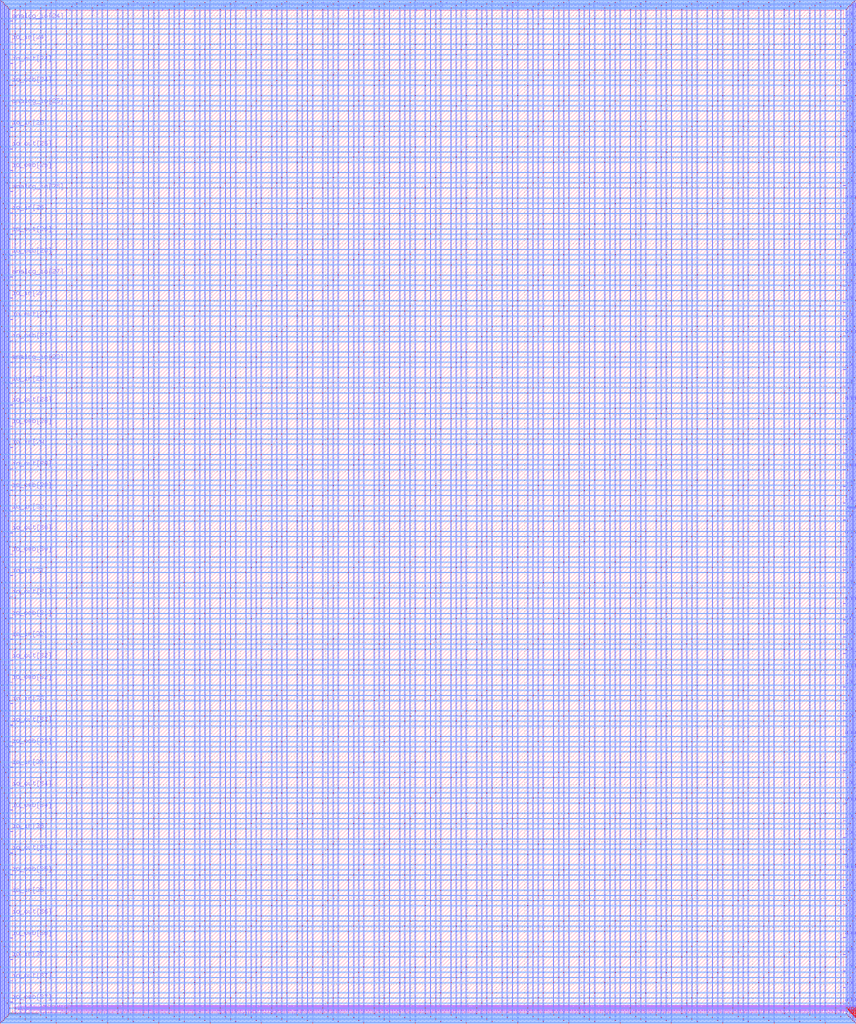
<source format=lef>
VERSION 5.7 ;
  NOWIREEXTENSIONATPIN ON ;
  DIVIDERCHAR "/" ;
  BUSBITCHARS "[]" ;
MACRO user_project_wrapper
  CLASS BLOCK ;
  FOREIGN user_project_wrapper ;
  ORIGIN 0.000 0.000 ;
  SIZE 2920.000 BY 3520.000 ;
  PIN analog_io[0]
    DIRECTION INOUT ;
    USE SIGNAL ;
    PORT
      LAYER met3 ;
        RECT 2917.600 28.980 2924.800 30.180 ;
    END
  END analog_io[0]
  PIN analog_io[10]
    DIRECTION INOUT ;
    USE SIGNAL ;
    PORT
      LAYER met3 ;
        RECT 2917.600 2374.980 2924.800 2376.180 ;
    END
  END analog_io[10]
  PIN analog_io[11]
    DIRECTION INOUT ;
    USE SIGNAL ;
    PORT
      LAYER met3 ;
        RECT 2917.600 2609.580 2924.800 2610.780 ;
    END
  END analog_io[11]
  PIN analog_io[12]
    DIRECTION INOUT ;
    USE SIGNAL ;
    PORT
      LAYER met3 ;
        RECT 2917.600 2844.180 2924.800 2845.380 ;
    END
  END analog_io[12]
  PIN analog_io[13]
    DIRECTION INOUT ;
    USE SIGNAL ;
    PORT
      LAYER met3 ;
        RECT 2917.600 3078.780 2924.800 3079.980 ;
    END
  END analog_io[13]
  PIN analog_io[14]
    DIRECTION INOUT ;
    USE SIGNAL ;
    PORT
      LAYER met3 ;
        RECT 2917.600 3313.380 2924.800 3314.580 ;
    END
  END analog_io[14]
  PIN analog_io[15]
    DIRECTION INOUT ;
    USE SIGNAL ;
    PORT
      LAYER met2 ;
        RECT 2879.090 3517.600 2879.650 3524.800 ;
    END
  END analog_io[15]
  PIN analog_io[16]
    DIRECTION INOUT ;
    USE SIGNAL ;
    PORT
      LAYER met2 ;
        RECT 2554.790 3517.600 2555.350 3524.800 ;
    END
  END analog_io[16]
  PIN analog_io[17]
    DIRECTION INOUT ;
    USE SIGNAL ;
    PORT
      LAYER met2 ;
        RECT 2230.490 3517.600 2231.050 3524.800 ;
    END
  END analog_io[17]
  PIN analog_io[18]
    DIRECTION INOUT ;
    USE SIGNAL ;
    PORT
      LAYER met2 ;
        RECT 1905.730 3517.600 1906.290 3524.800 ;
    END
  END analog_io[18]
  PIN analog_io[19]
    DIRECTION INOUT ;
    USE SIGNAL ;
    PORT
      LAYER met2 ;
        RECT 1581.430 3517.600 1581.990 3524.800 ;
    END
  END analog_io[19]
  PIN analog_io[1]
    DIRECTION INOUT ;
    USE SIGNAL ;
    PORT
      LAYER met3 ;
        RECT 2917.600 263.580 2924.800 264.780 ;
    END
  END analog_io[1]
  PIN analog_io[20]
    DIRECTION INOUT ;
    USE SIGNAL ;
    PORT
      LAYER met2 ;
        RECT 1257.130 3517.600 1257.690 3524.800 ;
    END
  END analog_io[20]
  PIN analog_io[21]
    DIRECTION INOUT ;
    USE SIGNAL ;
    PORT
      LAYER met2 ;
        RECT 932.370 3517.600 932.930 3524.800 ;
    END
  END analog_io[21]
  PIN analog_io[22]
    DIRECTION INOUT ;
    USE SIGNAL ;
    PORT
      LAYER met2 ;
        RECT 608.070 3517.600 608.630 3524.800 ;
    END
  END analog_io[22]
  PIN analog_io[23]
    DIRECTION INOUT ;
    USE SIGNAL ;
    PORT
      LAYER met2 ;
        RECT 283.770 3517.600 284.330 3524.800 ;
    END
  END analog_io[23]
  PIN analog_io[24]
    DIRECTION INOUT ;
    USE SIGNAL ;
    PORT
      LAYER met3 ;
        RECT -4.800 3481.340 2.400 3482.540 ;
    END
  END analog_io[24]
  PIN analog_io[25]
    DIRECTION INOUT ;
    USE SIGNAL ;
    PORT
      LAYER met3 ;
        RECT -4.800 3182.140 2.400 3183.340 ;
    END
  END analog_io[25]
  PIN analog_io[26]
    DIRECTION INOUT ;
    USE SIGNAL ;
    PORT
      LAYER met3 ;
        RECT -4.800 2882.260 2.400 2883.460 ;
    END
  END analog_io[26]
  PIN analog_io[27]
    DIRECTION INOUT ;
    USE SIGNAL ;
    PORT
      LAYER met3 ;
        RECT -4.800 2583.060 2.400 2584.260 ;
    END
  END analog_io[27]
  PIN analog_io[28]
    DIRECTION INOUT ;
    USE SIGNAL ;
    PORT
      LAYER met3 ;
        RECT -4.800 2283.180 2.400 2284.380 ;
    END
  END analog_io[28]
  PIN analog_io[2]
    DIRECTION INOUT ;
    USE SIGNAL ;
    PORT
      LAYER met3 ;
        RECT 2917.600 498.180 2924.800 499.380 ;
    END
  END analog_io[2]
  PIN analog_io[3]
    DIRECTION INOUT ;
    USE SIGNAL ;
    PORT
      LAYER met3 ;
        RECT 2917.600 732.780 2924.800 733.980 ;
    END
  END analog_io[3]
  PIN analog_io[4]
    DIRECTION INOUT ;
    USE SIGNAL ;
    PORT
      LAYER met3 ;
        RECT 2917.600 967.380 2924.800 968.580 ;
    END
  END analog_io[4]
  PIN analog_io[5]
    DIRECTION INOUT ;
    USE SIGNAL ;
    PORT
      LAYER met3 ;
        RECT 2917.600 1201.980 2924.800 1203.180 ;
    END
  END analog_io[5]
  PIN analog_io[6]
    DIRECTION INOUT ;
    USE SIGNAL ;
    PORT
      LAYER met3 ;
        RECT 2917.600 1436.580 2924.800 1437.780 ;
    END
  END analog_io[6]
  PIN analog_io[7]
    DIRECTION INOUT ;
    USE SIGNAL ;
    PORT
      LAYER met3 ;
        RECT 2917.600 1671.180 2924.800 1672.380 ;
    END
  END analog_io[7]
  PIN analog_io[8]
    DIRECTION INOUT ;
    USE SIGNAL ;
    PORT
      LAYER met3 ;
        RECT 2917.600 1905.780 2924.800 1906.980 ;
    END
  END analog_io[8]
  PIN analog_io[9]
    DIRECTION INOUT ;
    USE SIGNAL ;
    PORT
      LAYER met3 ;
        RECT 2917.600 2140.380 2924.800 2141.580 ;
    END
  END analog_io[9]
  PIN io_in[0]
    DIRECTION INPUT ;
    USE SIGNAL ;
    PORT
      LAYER met3 ;
        RECT 2917.600 87.460 2924.800 88.660 ;
    END
  END io_in[0]
  PIN io_out[0]
    DIRECTION OUTPUT TRISTATE ;
    USE SIGNAL ;
    PORT
      LAYER met3 ;
        RECT 2917.600 145.940 2924.800 147.140 ;
    END
  END io_out[0]
  PIN io_in[10]
    DIRECTION INPUT ;
    USE SIGNAL ;
    PORT
      LAYER met3 ;
        RECT 2917.600 2433.460 2924.800 2434.660 ;
    END
  END io_in[10]
  PIN io_out[10]
    DIRECTION OUTPUT TRISTATE ;
    USE SIGNAL ;
    PORT
      LAYER met3 ;
        RECT 2917.600 2492.620 2924.800 2493.820 ;
    END
  END io_out[10]
  PIN io_in[11]
    DIRECTION INPUT ;
    USE SIGNAL ;
    PORT
      LAYER met3 ;
        RECT 2917.600 2668.740 2924.800 2669.940 ;
    END
  END io_in[11]
  PIN io_out[11]
    DIRECTION OUTPUT TRISTATE ;
    USE SIGNAL ;
    PORT
      LAYER met3 ;
        RECT 2917.600 2727.220 2924.800 2728.420 ;
    END
  END io_out[11]
  PIN io_in[12]
    DIRECTION INPUT ;
    USE SIGNAL ;
    PORT
      LAYER met3 ;
        RECT 2917.600 2903.340 2924.800 2904.540 ;
    END
  END io_in[12]
  PIN io_out[12]
    DIRECTION OUTPUT TRISTATE ;
    USE SIGNAL ;
    PORT
      LAYER met3 ;
        RECT 2917.600 2961.820 2924.800 2963.020 ;
    END
  END io_out[12]
  PIN io_in[13]
    DIRECTION INPUT ;
    USE SIGNAL ;
    PORT
      LAYER met3 ;
        RECT 2917.600 3137.940 2924.800 3139.140 ;
    END
  END io_in[13]
  PIN io_out[13]
    DIRECTION OUTPUT TRISTATE ;
    USE SIGNAL ;
    PORT
      LAYER met3 ;
        RECT 2917.600 3196.420 2924.800 3197.620 ;
    END
  END io_out[13]
  PIN io_in[14]
    DIRECTION INPUT ;
    USE SIGNAL ;
    PORT
      LAYER met3 ;
        RECT 2917.600 3372.540 2924.800 3373.740 ;
    END
  END io_in[14]
  PIN io_out[14]
    DIRECTION OUTPUT TRISTATE ;
    USE SIGNAL ;
    PORT
      LAYER met3 ;
        RECT 2917.600 3431.020 2924.800 3432.220 ;
    END
  END io_out[14]
  PIN io_in[15]
    DIRECTION INPUT ;
    USE SIGNAL ;
    PORT
      LAYER met2 ;
        RECT 2798.130 3517.600 2798.690 3524.800 ;
    END
  END io_in[15]
  PIN io_out[15]
    DIRECTION OUTPUT TRISTATE ;
    USE SIGNAL ;
    PORT
      LAYER met2 ;
        RECT 2717.170 3517.600 2717.730 3524.800 ;
    END
  END io_out[15]
  PIN io_in[16]
    DIRECTION INPUT ;
    USE SIGNAL ;
    PORT
      LAYER met2 ;
        RECT 2473.830 3517.600 2474.390 3524.800 ;
    END
  END io_in[16]
  PIN io_out[16]
    DIRECTION OUTPUT TRISTATE ;
    USE SIGNAL ;
    PORT
      LAYER met2 ;
        RECT 2392.410 3517.600 2392.970 3524.800 ;
    END
  END io_out[16]
  PIN io_in[17]
    DIRECTION INPUT ;
    USE SIGNAL ;
    PORT
      LAYER met2 ;
        RECT 2149.070 3517.600 2149.630 3524.800 ;
    END
  END io_in[17]
  PIN io_out[17]
    DIRECTION OUTPUT TRISTATE ;
    USE SIGNAL ;
    PORT
      LAYER met2 ;
        RECT 2068.110 3517.600 2068.670 3524.800 ;
    END
  END io_out[17]
  PIN io_in[18]
    DIRECTION INPUT ;
    USE SIGNAL ;
    PORT
      LAYER met2 ;
        RECT 1824.770 3517.600 1825.330 3524.800 ;
    END
  END io_in[18]
  PIN io_out[18]
    DIRECTION OUTPUT TRISTATE ;
    USE SIGNAL ;
    PORT
      LAYER met2 ;
        RECT 1743.810 3517.600 1744.370 3524.800 ;
    END
  END io_out[18]
  PIN io_in[19]
    DIRECTION INPUT ;
    USE SIGNAL ;
    PORT
      LAYER met2 ;
        RECT 1500.470 3517.600 1501.030 3524.800 ;
    END
  END io_in[19]
  PIN io_out[19]
    DIRECTION OUTPUT TRISTATE ;
    USE SIGNAL ;
    PORT
      LAYER met2 ;
        RECT 1419.050 3517.600 1419.610 3524.800 ;
    END
  END io_out[19]
  PIN io_in[1]
    DIRECTION INPUT ;
    USE SIGNAL ;
    PORT
      LAYER met3 ;
        RECT 2917.600 322.060 2924.800 323.260 ;
    END
  END io_in[1]
  PIN io_out[1]
    DIRECTION OUTPUT TRISTATE ;
    USE SIGNAL ;
    PORT
      LAYER met3 ;
        RECT 2917.600 380.540 2924.800 381.740 ;
    END
  END io_out[1]
  PIN io_in[20]
    DIRECTION INPUT ;
    USE SIGNAL ;
    PORT
      LAYER met2 ;
        RECT 1175.710 3517.600 1176.270 3524.800 ;
    END
  END io_in[20]
  PIN io_out[20]
    DIRECTION OUTPUT TRISTATE ;
    USE SIGNAL ;
    PORT
      LAYER met2 ;
        RECT 1094.750 3517.600 1095.310 3524.800 ;
    END
  END io_out[20]
  PIN io_in[21]
    DIRECTION INPUT ;
    USE SIGNAL ;
    PORT
      LAYER met2 ;
        RECT 851.410 3517.600 851.970 3524.800 ;
    END
  END io_in[21]
  PIN io_out[21]
    DIRECTION OUTPUT TRISTATE ;
    USE SIGNAL ;
    PORT
      LAYER met2 ;
        RECT 770.450 3517.600 771.010 3524.800 ;
    END
  END io_out[21]
  PIN io_in[22]
    DIRECTION INPUT ;
    USE SIGNAL ;
    PORT
      LAYER met2 ;
        RECT 527.110 3517.600 527.670 3524.800 ;
    END
  END io_in[22]
  PIN io_out[22]
    DIRECTION OUTPUT TRISTATE ;
    USE SIGNAL ;
    PORT
      LAYER met2 ;
        RECT 445.690 3517.600 446.250 3524.800 ;
    END
  END io_out[22]
  PIN io_in[23]
    DIRECTION INPUT ;
    USE SIGNAL ;
    PORT
      LAYER met2 ;
        RECT 202.350 3517.600 202.910 3524.800 ;
    END
  END io_in[23]
  PIN io_out[23]
    DIRECTION OUTPUT TRISTATE ;
    USE SIGNAL ;
    PORT
      LAYER met2 ;
        RECT 121.390 3517.600 121.950 3524.800 ;
    END
  END io_out[23]
  PIN io_in[24]
    DIRECTION INPUT ;
    USE SIGNAL ;
    PORT
      LAYER met3 ;
        RECT -4.800 3406.540 2.400 3407.740 ;
    END
  END io_in[24]
  PIN io_out[24]
    DIRECTION OUTPUT TRISTATE ;
    USE SIGNAL ;
    PORT
      LAYER met3 ;
        RECT -4.800 3331.740 2.400 3332.940 ;
    END
  END io_out[24]
  PIN io_in[25]
    DIRECTION INPUT ;
    USE SIGNAL ;
    PORT
      LAYER met3 ;
        RECT -4.800 3107.340 2.400 3108.540 ;
    END
  END io_in[25]
  PIN io_out[25]
    DIRECTION OUTPUT TRISTATE ;
    USE SIGNAL ;
    PORT
      LAYER met3 ;
        RECT -4.800 3032.540 2.400 3033.740 ;
    END
  END io_out[25]
  PIN io_in[26]
    DIRECTION INPUT ;
    USE SIGNAL ;
    PORT
      LAYER met3 ;
        RECT -4.800 2807.460 2.400 2808.660 ;
    END
  END io_in[26]
  PIN io_out[26]
    DIRECTION OUTPUT TRISTATE ;
    USE SIGNAL ;
    PORT
      LAYER met3 ;
        RECT -4.800 2732.660 2.400 2733.860 ;
    END
  END io_out[26]
  PIN io_in[27]
    DIRECTION INPUT ;
    USE SIGNAL ;
    PORT
      LAYER met3 ;
        RECT -4.800 2508.260 2.400 2509.460 ;
    END
  END io_in[27]
  PIN io_out[27]
    DIRECTION OUTPUT TRISTATE ;
    USE SIGNAL ;
    PORT
      LAYER met3 ;
        RECT -4.800 2433.460 2.400 2434.660 ;
    END
  END io_out[27]
  PIN io_in[28]
    DIRECTION INPUT ;
    USE SIGNAL ;
    PORT
      LAYER met3 ;
        RECT -4.800 2208.380 2.400 2209.580 ;
    END
  END io_in[28]
  PIN io_out[28]
    DIRECTION OUTPUT TRISTATE ;
    USE SIGNAL ;
    PORT
      LAYER met3 ;
        RECT -4.800 2133.580 2.400 2134.780 ;
    END
  END io_out[28]
  PIN io_in[29]
    DIRECTION INPUT ;
    USE SIGNAL ;
    PORT
      LAYER met3 ;
        RECT -4.800 1983.980 2.400 1985.180 ;
    END
  END io_in[29]
  PIN io_out[29]
    DIRECTION OUTPUT TRISTATE ;
    USE SIGNAL ;
    PORT
      LAYER met3 ;
        RECT -4.800 1909.180 2.400 1910.380 ;
    END
  END io_out[29]
  PIN io_in[2]
    DIRECTION INPUT ;
    USE SIGNAL ;
    PORT
      LAYER met3 ;
        RECT 2917.600 556.660 2924.800 557.860 ;
    END
  END io_in[2]
  PIN io_out[2]
    DIRECTION OUTPUT TRISTATE ;
    USE SIGNAL ;
    PORT
      LAYER met3 ;
        RECT 2917.600 615.140 2924.800 616.340 ;
    END
  END io_out[2]
  PIN io_in[30]
    DIRECTION INPUT ;
    USE SIGNAL ;
    PORT
      LAYER met3 ;
        RECT -4.800 1758.900 2.400 1760.100 ;
    END
  END io_in[30]
  PIN io_out[30]
    DIRECTION OUTPUT TRISTATE ;
    USE SIGNAL ;
    PORT
      LAYER met3 ;
        RECT -4.800 1684.100 2.400 1685.300 ;
    END
  END io_out[30]
  PIN io_in[31]
    DIRECTION INPUT ;
    USE SIGNAL ;
    PORT
      LAYER met3 ;
        RECT -4.800 1534.500 2.400 1535.700 ;
    END
  END io_in[31]
  PIN io_out[31]
    DIRECTION OUTPUT TRISTATE ;
    USE SIGNAL ;
    PORT
      LAYER met3 ;
        RECT -4.800 1459.700 2.400 1460.900 ;
    END
  END io_out[31]
  PIN io_in[32]
    DIRECTION INPUT ;
    USE SIGNAL ;
    PORT
      LAYER met3 ;
        RECT -4.800 1310.100 2.400 1311.300 ;
    END
  END io_in[32]
  PIN io_out[32]
    DIRECTION OUTPUT TRISTATE ;
    USE SIGNAL ;
    PORT
      LAYER met3 ;
        RECT -4.800 1235.300 2.400 1236.500 ;
    END
  END io_out[32]
  PIN io_in[33]
    DIRECTION INPUT ;
    USE SIGNAL ;
    PORT
      LAYER met3 ;
        RECT -4.800 1085.020 2.400 1086.220 ;
    END
  END io_in[33]
  PIN io_out[33]
    DIRECTION OUTPUT TRISTATE ;
    USE SIGNAL ;
    PORT
      LAYER met3 ;
        RECT -4.800 1010.220 2.400 1011.420 ;
    END
  END io_out[33]
  PIN io_in[34]
    DIRECTION INPUT ;
    USE SIGNAL ;
    PORT
      LAYER met3 ;
        RECT -4.800 860.620 2.400 861.820 ;
    END
  END io_in[34]
  PIN io_out[34]
    DIRECTION OUTPUT TRISTATE ;
    USE SIGNAL ;
    PORT
      LAYER met3 ;
        RECT -4.800 785.820 2.400 787.020 ;
    END
  END io_out[34]
  PIN io_in[35]
    DIRECTION INPUT ;
    USE SIGNAL ;
    PORT
      LAYER met3 ;
        RECT -4.800 636.220 2.400 637.420 ;
    END
  END io_in[35]
  PIN io_out[35]
    DIRECTION OUTPUT TRISTATE ;
    USE SIGNAL ;
    PORT
      LAYER met3 ;
        RECT -4.800 560.740 2.400 561.940 ;
    END
  END io_out[35]
  PIN io_in[36]
    DIRECTION INPUT ;
    USE SIGNAL ;
    PORT
      LAYER met3 ;
        RECT -4.800 411.140 2.400 412.340 ;
    END
  END io_in[36]
  PIN io_out[36]
    DIRECTION OUTPUT TRISTATE ;
    USE SIGNAL ;
    PORT
      LAYER met3 ;
        RECT -4.800 336.340 2.400 337.540 ;
    END
  END io_out[36]
  PIN io_in[37]
    DIRECTION INPUT ;
    USE SIGNAL ;
    PORT
      LAYER met3 ;
        RECT -4.800 186.740 2.400 187.940 ;
    END
  END io_in[37]
  PIN io_out[37]
    DIRECTION OUTPUT TRISTATE ;
    USE SIGNAL ;
    PORT
      LAYER met3 ;
        RECT -4.800 111.940 2.400 113.140 ;
    END
  END io_out[37]
  PIN io_in[3]
    DIRECTION INPUT ;
    USE SIGNAL ;
    PORT
      LAYER met3 ;
        RECT 2917.600 791.260 2924.800 792.460 ;
    END
  END io_in[3]
  PIN io_out[3]
    DIRECTION OUTPUT TRISTATE ;
    USE SIGNAL ;
    PORT
      LAYER met3 ;
        RECT 2917.600 849.740 2924.800 850.940 ;
    END
  END io_out[3]
  PIN io_in[4]
    DIRECTION INPUT ;
    USE SIGNAL ;
    PORT
      LAYER met3 ;
        RECT 2917.600 1025.860 2924.800 1027.060 ;
    END
  END io_in[4]
  PIN io_out[4]
    DIRECTION OUTPUT TRISTATE ;
    USE SIGNAL ;
    PORT
      LAYER met3 ;
        RECT 2917.600 1084.340 2924.800 1085.540 ;
    END
  END io_out[4]
  PIN io_in[5]
    DIRECTION INPUT ;
    USE SIGNAL ;
    PORT
      LAYER met3 ;
        RECT 2917.600 1260.460 2924.800 1261.660 ;
    END
  END io_in[5]
  PIN io_out[5]
    DIRECTION OUTPUT TRISTATE ;
    USE SIGNAL ;
    PORT
      LAYER met3 ;
        RECT 2917.600 1318.940 2924.800 1320.140 ;
    END
  END io_out[5]
  PIN io_in[6]
    DIRECTION INPUT ;
    USE SIGNAL ;
    PORT
      LAYER met3 ;
        RECT 2917.600 1495.060 2924.800 1496.260 ;
    END
  END io_in[6]
  PIN io_out[6]
    DIRECTION OUTPUT TRISTATE ;
    USE SIGNAL ;
    PORT
      LAYER met3 ;
        RECT 2917.600 1553.540 2924.800 1554.740 ;
    END
  END io_out[6]
  PIN io_in[7]
    DIRECTION INPUT ;
    USE SIGNAL ;
    PORT
      LAYER met3 ;
        RECT 2917.600 1729.660 2924.800 1730.860 ;
    END
  END io_in[7]
  PIN io_out[7]
    DIRECTION OUTPUT TRISTATE ;
    USE SIGNAL ;
    PORT
      LAYER met3 ;
        RECT 2917.600 1788.820 2924.800 1790.020 ;
    END
  END io_out[7]
  PIN io_in[8]
    DIRECTION INPUT ;
    USE SIGNAL ;
    PORT
      LAYER met3 ;
        RECT 2917.600 1964.260 2924.800 1965.460 ;
    END
  END io_in[8]
  PIN io_out[8]
    DIRECTION OUTPUT TRISTATE ;
    USE SIGNAL ;
    PORT
      LAYER met3 ;
        RECT 2917.600 2023.420 2924.800 2024.620 ;
    END
  END io_out[8]
  PIN io_in[9]
    DIRECTION INPUT ;
    USE SIGNAL ;
    PORT
      LAYER met3 ;
        RECT 2917.600 2198.860 2924.800 2200.060 ;
    END
  END io_in[9]
  PIN io_out[9]
    DIRECTION OUTPUT TRISTATE ;
    USE SIGNAL ;
    PORT
      LAYER met3 ;
        RECT 2917.600 2258.020 2924.800 2259.220 ;
    END
  END io_out[9]
  PIN io_oeb[0]
    DIRECTION OUTPUT TRISTATE ;
    USE SIGNAL ;
    PORT
      LAYER met3 ;
        RECT 2917.600 204.420 2924.800 205.620 ;
    END
  END io_oeb[0]
  PIN io_oeb[10]
    DIRECTION OUTPUT TRISTATE ;
    USE SIGNAL ;
    PORT
      LAYER met3 ;
        RECT 2917.600 2551.100 2924.800 2552.300 ;
    END
  END io_oeb[10]
  PIN io_oeb[11]
    DIRECTION OUTPUT TRISTATE ;
    USE SIGNAL ;
    PORT
      LAYER met3 ;
        RECT 2917.600 2785.700 2924.800 2786.900 ;
    END
  END io_oeb[11]
  PIN io_oeb[12]
    DIRECTION OUTPUT TRISTATE ;
    USE SIGNAL ;
    PORT
      LAYER met3 ;
        RECT 2917.600 3020.300 2924.800 3021.500 ;
    END
  END io_oeb[12]
  PIN io_oeb[13]
    DIRECTION OUTPUT TRISTATE ;
    USE SIGNAL ;
    PORT
      LAYER met3 ;
        RECT 2917.600 3254.900 2924.800 3256.100 ;
    END
  END io_oeb[13]
  PIN io_oeb[14]
    DIRECTION OUTPUT TRISTATE ;
    USE SIGNAL ;
    PORT
      LAYER met3 ;
        RECT 2917.600 3489.500 2924.800 3490.700 ;
    END
  END io_oeb[14]
  PIN io_oeb[15]
    DIRECTION OUTPUT TRISTATE ;
    USE SIGNAL ;
    PORT
      LAYER met2 ;
        RECT 2635.750 3517.600 2636.310 3524.800 ;
    END
  END io_oeb[15]
  PIN io_oeb[16]
    DIRECTION OUTPUT TRISTATE ;
    USE SIGNAL ;
    PORT
      LAYER met2 ;
        RECT 2311.450 3517.600 2312.010 3524.800 ;
    END
  END io_oeb[16]
  PIN io_oeb[17]
    DIRECTION OUTPUT TRISTATE ;
    USE SIGNAL ;
    PORT
      LAYER met2 ;
        RECT 1987.150 3517.600 1987.710 3524.800 ;
    END
  END io_oeb[17]
  PIN io_oeb[18]
    DIRECTION OUTPUT TRISTATE ;
    USE SIGNAL ;
    PORT
      LAYER met2 ;
        RECT 1662.390 3517.600 1662.950 3524.800 ;
    END
  END io_oeb[18]
  PIN io_oeb[19]
    DIRECTION OUTPUT TRISTATE ;
    USE SIGNAL ;
    PORT
      LAYER met2 ;
        RECT 1338.090 3517.600 1338.650 3524.800 ;
    END
  END io_oeb[19]
  PIN io_oeb[1]
    DIRECTION OUTPUT TRISTATE ;
    USE SIGNAL ;
    PORT
      LAYER met3 ;
        RECT 2917.600 439.020 2924.800 440.220 ;
    END
  END io_oeb[1]
  PIN io_oeb[20]
    DIRECTION OUTPUT TRISTATE ;
    USE SIGNAL ;
    PORT
      LAYER met2 ;
        RECT 1013.790 3517.600 1014.350 3524.800 ;
    END
  END io_oeb[20]
  PIN io_oeb[21]
    DIRECTION OUTPUT TRISTATE ;
    USE SIGNAL ;
    PORT
      LAYER met2 ;
        RECT 689.030 3517.600 689.590 3524.800 ;
    END
  END io_oeb[21]
  PIN io_oeb[22]
    DIRECTION OUTPUT TRISTATE ;
    USE SIGNAL ;
    PORT
      LAYER met2 ;
        RECT 364.730 3517.600 365.290 3524.800 ;
    END
  END io_oeb[22]
  PIN io_oeb[23]
    DIRECTION OUTPUT TRISTATE ;
    USE SIGNAL ;
    PORT
      LAYER met2 ;
        RECT 40.430 3517.600 40.990 3524.800 ;
    END
  END io_oeb[23]
  PIN io_oeb[24]
    DIRECTION OUTPUT TRISTATE ;
    USE SIGNAL ;
    PORT
      LAYER met3 ;
        RECT -4.800 3256.940 2.400 3258.140 ;
    END
  END io_oeb[24]
  PIN io_oeb[25]
    DIRECTION OUTPUT TRISTATE ;
    USE SIGNAL ;
    PORT
      LAYER met3 ;
        RECT -4.800 2957.060 2.400 2958.260 ;
    END
  END io_oeb[25]
  PIN io_oeb[26]
    DIRECTION OUTPUT TRISTATE ;
    USE SIGNAL ;
    PORT
      LAYER met3 ;
        RECT -4.800 2657.860 2.400 2659.060 ;
    END
  END io_oeb[26]
  PIN io_oeb[27]
    DIRECTION OUTPUT TRISTATE ;
    USE SIGNAL ;
    PORT
      LAYER met3 ;
        RECT -4.800 2357.980 2.400 2359.180 ;
    END
  END io_oeb[27]
  PIN io_oeb[28]
    DIRECTION OUTPUT TRISTATE ;
    USE SIGNAL ;
    PORT
      LAYER met3 ;
        RECT -4.800 2058.780 2.400 2059.980 ;
    END
  END io_oeb[28]
  PIN io_oeb[29]
    DIRECTION OUTPUT TRISTATE ;
    USE SIGNAL ;
    PORT
      LAYER met3 ;
        RECT -4.800 1834.380 2.400 1835.580 ;
    END
  END io_oeb[29]
  PIN io_oeb[2]
    DIRECTION OUTPUT TRISTATE ;
    USE SIGNAL ;
    PORT
      LAYER met3 ;
        RECT 2917.600 673.620 2924.800 674.820 ;
    END
  END io_oeb[2]
  PIN io_oeb[30]
    DIRECTION OUTPUT TRISTATE ;
    USE SIGNAL ;
    PORT
      LAYER met3 ;
        RECT -4.800 1609.300 2.400 1610.500 ;
    END
  END io_oeb[30]
  PIN io_oeb[31]
    DIRECTION OUTPUT TRISTATE ;
    USE SIGNAL ;
    PORT
      LAYER met3 ;
        RECT -4.800 1384.900 2.400 1386.100 ;
    END
  END io_oeb[31]
  PIN io_oeb[32]
    DIRECTION OUTPUT TRISTATE ;
    USE SIGNAL ;
    PORT
      LAYER met3 ;
        RECT -4.800 1159.820 2.400 1161.020 ;
    END
  END io_oeb[32]
  PIN io_oeb[33]
    DIRECTION OUTPUT TRISTATE ;
    USE SIGNAL ;
    PORT
      LAYER met3 ;
        RECT -4.800 935.420 2.400 936.620 ;
    END
  END io_oeb[33]
  PIN io_oeb[34]
    DIRECTION OUTPUT TRISTATE ;
    USE SIGNAL ;
    PORT
      LAYER met3 ;
        RECT -4.800 711.020 2.400 712.220 ;
    END
  END io_oeb[34]
  PIN io_oeb[35]
    DIRECTION OUTPUT TRISTATE ;
    USE SIGNAL ;
    PORT
      LAYER met3 ;
        RECT -4.800 485.940 2.400 487.140 ;
    END
  END io_oeb[35]
  PIN io_oeb[36]
    DIRECTION OUTPUT TRISTATE ;
    USE SIGNAL ;
    PORT
      LAYER met3 ;
        RECT -4.800 261.540 2.400 262.740 ;
    END
  END io_oeb[36]
  PIN io_oeb[37]
    DIRECTION OUTPUT TRISTATE ;
    USE SIGNAL ;
    PORT
      LAYER met3 ;
        RECT -4.800 37.140 2.400 38.340 ;
    END
  END io_oeb[37]
  PIN io_oeb[3]
    DIRECTION OUTPUT TRISTATE ;
    USE SIGNAL ;
    PORT
      LAYER met3 ;
        RECT 2917.600 908.900 2924.800 910.100 ;
    END
  END io_oeb[3]
  PIN io_oeb[4]
    DIRECTION OUTPUT TRISTATE ;
    USE SIGNAL ;
    PORT
      LAYER met3 ;
        RECT 2917.600 1143.500 2924.800 1144.700 ;
    END
  END io_oeb[4]
  PIN io_oeb[5]
    DIRECTION OUTPUT TRISTATE ;
    USE SIGNAL ;
    PORT
      LAYER met3 ;
        RECT 2917.600 1378.100 2924.800 1379.300 ;
    END
  END io_oeb[5]
  PIN io_oeb[6]
    DIRECTION OUTPUT TRISTATE ;
    USE SIGNAL ;
    PORT
      LAYER met3 ;
        RECT 2917.600 1612.700 2924.800 1613.900 ;
    END
  END io_oeb[6]
  PIN io_oeb[7]
    DIRECTION OUTPUT TRISTATE ;
    USE SIGNAL ;
    PORT
      LAYER met3 ;
        RECT 2917.600 1847.300 2924.800 1848.500 ;
    END
  END io_oeb[7]
  PIN io_oeb[8]
    DIRECTION OUTPUT TRISTATE ;
    USE SIGNAL ;
    PORT
      LAYER met3 ;
        RECT 2917.600 2081.900 2924.800 2083.100 ;
    END
  END io_oeb[8]
  PIN io_oeb[9]
    DIRECTION OUTPUT TRISTATE ;
    USE SIGNAL ;
    PORT
      LAYER met3 ;
        RECT 2917.600 2316.500 2924.800 2317.700 ;
    END
  END io_oeb[9]
  PIN la_data_in[0]
    DIRECTION INPUT ;
    USE SIGNAL ;
    PORT
      LAYER met2 ;
        RECT 632.910 -4.800 633.470 2.400 ;
    END
  END la_data_in[0]
  PIN la_data_in[100]
    DIRECTION INPUT ;
    USE SIGNAL ;
    PORT
      LAYER met2 ;
        RECT 2417.250 -4.800 2417.810 2.400 ;
    END
  END la_data_in[100]
  PIN la_data_in[101]
    DIRECTION INPUT ;
    USE SIGNAL ;
    PORT
      LAYER met2 ;
        RECT 2434.730 -4.800 2435.290 2.400 ;
    END
  END la_data_in[101]
  PIN la_data_in[102]
    DIRECTION INPUT ;
    USE SIGNAL ;
    PORT
      LAYER met2 ;
        RECT 2452.670 -4.800 2453.230 2.400 ;
    END
  END la_data_in[102]
  PIN la_data_in[103]
    DIRECTION INPUT ;
    USE SIGNAL ;
    PORT
      LAYER met2 ;
        RECT 2470.610 -4.800 2471.170 2.400 ;
    END
  END la_data_in[103]
  PIN la_data_in[104]
    DIRECTION INPUT ;
    USE SIGNAL ;
    PORT
      LAYER met2 ;
        RECT 2488.550 -4.800 2489.110 2.400 ;
    END
  END la_data_in[104]
  PIN la_data_in[105]
    DIRECTION INPUT ;
    USE SIGNAL ;
    PORT
      LAYER met2 ;
        RECT 2506.030 -4.800 2506.590 2.400 ;
    END
  END la_data_in[105]
  PIN la_data_in[106]
    DIRECTION INPUT ;
    USE SIGNAL ;
    PORT
      LAYER met2 ;
        RECT 2523.970 -4.800 2524.530 2.400 ;
    END
  END la_data_in[106]
  PIN la_data_in[107]
    DIRECTION INPUT ;
    USE SIGNAL ;
    PORT
      LAYER met2 ;
        RECT 2541.910 -4.800 2542.470 2.400 ;
    END
  END la_data_in[107]
  PIN la_data_in[108]
    DIRECTION INPUT ;
    USE SIGNAL ;
    PORT
      LAYER met2 ;
        RECT 2559.850 -4.800 2560.410 2.400 ;
    END
  END la_data_in[108]
  PIN la_data_in[109]
    DIRECTION INPUT ;
    USE SIGNAL ;
    PORT
      LAYER met2 ;
        RECT 2577.790 -4.800 2578.350 2.400 ;
    END
  END la_data_in[109]
  PIN la_data_in[10]
    DIRECTION INPUT ;
    USE SIGNAL ;
    PORT
      LAYER met2 ;
        RECT 811.390 -4.800 811.950 2.400 ;
    END
  END la_data_in[10]
  PIN la_data_in[110]
    DIRECTION INPUT ;
    USE SIGNAL ;
    PORT
      LAYER met2 ;
        RECT 2595.270 -4.800 2595.830 2.400 ;
    END
  END la_data_in[110]
  PIN la_data_in[111]
    DIRECTION INPUT ;
    USE SIGNAL ;
    PORT
      LAYER met2 ;
        RECT 2613.210 -4.800 2613.770 2.400 ;
    END
  END la_data_in[111]
  PIN la_data_in[112]
    DIRECTION INPUT ;
    USE SIGNAL ;
    PORT
      LAYER met2 ;
        RECT 2631.150 -4.800 2631.710 2.400 ;
    END
  END la_data_in[112]
  PIN la_data_in[113]
    DIRECTION INPUT ;
    USE SIGNAL ;
    PORT
      LAYER met2 ;
        RECT 2649.090 -4.800 2649.650 2.400 ;
    END
  END la_data_in[113]
  PIN la_data_in[114]
    DIRECTION INPUT ;
    USE SIGNAL ;
    PORT
      LAYER met2 ;
        RECT 2667.030 -4.800 2667.590 2.400 ;
    END
  END la_data_in[114]
  PIN la_data_in[115]
    DIRECTION INPUT ;
    USE SIGNAL ;
    PORT
      LAYER met2 ;
        RECT 2684.510 -4.800 2685.070 2.400 ;
    END
  END la_data_in[115]
  PIN la_data_in[116]
    DIRECTION INPUT ;
    USE SIGNAL ;
    PORT
      LAYER met2 ;
        RECT 2702.450 -4.800 2703.010 2.400 ;
    END
  END la_data_in[116]
  PIN la_data_in[117]
    DIRECTION INPUT ;
    USE SIGNAL ;
    PORT
      LAYER met2 ;
        RECT 2720.390 -4.800 2720.950 2.400 ;
    END
  END la_data_in[117]
  PIN la_data_in[118]
    DIRECTION INPUT ;
    USE SIGNAL ;
    PORT
      LAYER met2 ;
        RECT 2738.330 -4.800 2738.890 2.400 ;
    END
  END la_data_in[118]
  PIN la_data_in[119]
    DIRECTION INPUT ;
    USE SIGNAL ;
    PORT
      LAYER met2 ;
        RECT 2755.810 -4.800 2756.370 2.400 ;
    END
  END la_data_in[119]
  PIN la_data_in[11]
    DIRECTION INPUT ;
    USE SIGNAL ;
    PORT
      LAYER met2 ;
        RECT 829.330 -4.800 829.890 2.400 ;
    END
  END la_data_in[11]
  PIN la_data_in[120]
    DIRECTION INPUT ;
    USE SIGNAL ;
    PORT
      LAYER met2 ;
        RECT 2773.750 -4.800 2774.310 2.400 ;
    END
  END la_data_in[120]
  PIN la_data_in[121]
    DIRECTION INPUT ;
    USE SIGNAL ;
    PORT
      LAYER met2 ;
        RECT 2791.690 -4.800 2792.250 2.400 ;
    END
  END la_data_in[121]
  PIN la_data_in[122]
    DIRECTION INPUT ;
    USE SIGNAL ;
    PORT
      LAYER met2 ;
        RECT 2809.630 -4.800 2810.190 2.400 ;
    END
  END la_data_in[122]
  PIN la_data_in[123]
    DIRECTION INPUT ;
    USE SIGNAL ;
    PORT
      LAYER met2 ;
        RECT 2827.570 -4.800 2828.130 2.400 ;
    END
  END la_data_in[123]
  PIN la_data_in[124]
    DIRECTION INPUT ;
    USE SIGNAL ;
    PORT
      LAYER met2 ;
        RECT 2845.050 -4.800 2845.610 2.400 ;
    END
  END la_data_in[124]
  PIN la_data_in[125]
    DIRECTION INPUT ;
    USE SIGNAL ;
    PORT
      LAYER met2 ;
        RECT 2862.990 -4.800 2863.550 2.400 ;
    END
  END la_data_in[125]
  PIN la_data_in[126]
    DIRECTION INPUT ;
    USE SIGNAL ;
    PORT
      LAYER met2 ;
        RECT 2880.930 -4.800 2881.490 2.400 ;
    END
  END la_data_in[126]
  PIN la_data_in[127]
    DIRECTION INPUT ;
    USE SIGNAL ;
    PORT
      LAYER met2 ;
        RECT 2898.870 -4.800 2899.430 2.400 ;
    END
  END la_data_in[127]
  PIN la_data_in[12]
    DIRECTION INPUT ;
    USE SIGNAL ;
    PORT
      LAYER met2 ;
        RECT 846.810 -4.800 847.370 2.400 ;
    END
  END la_data_in[12]
  PIN la_data_in[13]
    DIRECTION INPUT ;
    USE SIGNAL ;
    PORT
      LAYER met2 ;
        RECT 864.750 -4.800 865.310 2.400 ;
    END
  END la_data_in[13]
  PIN la_data_in[14]
    DIRECTION INPUT ;
    USE SIGNAL ;
    PORT
      LAYER met2 ;
        RECT 882.690 -4.800 883.250 2.400 ;
    END
  END la_data_in[14]
  PIN la_data_in[15]
    DIRECTION INPUT ;
    USE SIGNAL ;
    PORT
      LAYER met2 ;
        RECT 900.630 -4.800 901.190 2.400 ;
    END
  END la_data_in[15]
  PIN la_data_in[16]
    DIRECTION INPUT ;
    USE SIGNAL ;
    PORT
      LAYER met2 ;
        RECT 918.570 -4.800 919.130 2.400 ;
    END
  END la_data_in[16]
  PIN la_data_in[17]
    DIRECTION INPUT ;
    USE SIGNAL ;
    PORT
      LAYER met2 ;
        RECT 936.050 -4.800 936.610 2.400 ;
    END
  END la_data_in[17]
  PIN la_data_in[18]
    DIRECTION INPUT ;
    USE SIGNAL ;
    PORT
      LAYER met2 ;
        RECT 953.990 -4.800 954.550 2.400 ;
    END
  END la_data_in[18]
  PIN la_data_in[19]
    DIRECTION INPUT ;
    USE SIGNAL ;
    PORT
      LAYER met2 ;
        RECT 971.930 -4.800 972.490 2.400 ;
    END
  END la_data_in[19]
  PIN la_data_in[1]
    DIRECTION INPUT ;
    USE SIGNAL ;
    PORT
      LAYER met2 ;
        RECT 650.850 -4.800 651.410 2.400 ;
    END
  END la_data_in[1]
  PIN la_data_in[20]
    DIRECTION INPUT ;
    USE SIGNAL ;
    PORT
      LAYER met2 ;
        RECT 989.870 -4.800 990.430 2.400 ;
    END
  END la_data_in[20]
  PIN la_data_in[21]
    DIRECTION INPUT ;
    USE SIGNAL ;
    PORT
      LAYER met2 ;
        RECT 1007.350 -4.800 1007.910 2.400 ;
    END
  END la_data_in[21]
  PIN la_data_in[22]
    DIRECTION INPUT ;
    USE SIGNAL ;
    PORT
      LAYER met2 ;
        RECT 1025.290 -4.800 1025.850 2.400 ;
    END
  END la_data_in[22]
  PIN la_data_in[23]
    DIRECTION INPUT ;
    USE SIGNAL ;
    PORT
      LAYER met2 ;
        RECT 1043.230 -4.800 1043.790 2.400 ;
    END
  END la_data_in[23]
  PIN la_data_in[24]
    DIRECTION INPUT ;
    USE SIGNAL ;
    PORT
      LAYER met2 ;
        RECT 1061.170 -4.800 1061.730 2.400 ;
    END
  END la_data_in[24]
  PIN la_data_in[25]
    DIRECTION INPUT ;
    USE SIGNAL ;
    PORT
      LAYER met2 ;
        RECT 1079.110 -4.800 1079.670 2.400 ;
    END
  END la_data_in[25]
  PIN la_data_in[26]
    DIRECTION INPUT ;
    USE SIGNAL ;
    PORT
      LAYER met2 ;
        RECT 1096.590 -4.800 1097.150 2.400 ;
    END
  END la_data_in[26]
  PIN la_data_in[27]
    DIRECTION INPUT ;
    USE SIGNAL ;
    PORT
      LAYER met2 ;
        RECT 1114.530 -4.800 1115.090 2.400 ;
    END
  END la_data_in[27]
  PIN la_data_in[28]
    DIRECTION INPUT ;
    USE SIGNAL ;
    PORT
      LAYER met2 ;
        RECT 1132.470 -4.800 1133.030 2.400 ;
    END
  END la_data_in[28]
  PIN la_data_in[29]
    DIRECTION INPUT ;
    USE SIGNAL ;
    PORT
      LAYER met2 ;
        RECT 1150.410 -4.800 1150.970 2.400 ;
    END
  END la_data_in[29]
  PIN la_data_in[2]
    DIRECTION INPUT ;
    USE SIGNAL ;
    PORT
      LAYER met2 ;
        RECT 668.790 -4.800 669.350 2.400 ;
    END
  END la_data_in[2]
  PIN la_data_in[30]
    DIRECTION INPUT ;
    USE SIGNAL ;
    PORT
      LAYER met2 ;
        RECT 1168.350 -4.800 1168.910 2.400 ;
    END
  END la_data_in[30]
  PIN la_data_in[31]
    DIRECTION INPUT ;
    USE SIGNAL ;
    PORT
      LAYER met2 ;
        RECT 1185.830 -4.800 1186.390 2.400 ;
    END
  END la_data_in[31]
  PIN la_data_in[32]
    DIRECTION INPUT ;
    USE SIGNAL ;
    PORT
      LAYER met2 ;
        RECT 1203.770 -4.800 1204.330 2.400 ;
    END
  END la_data_in[32]
  PIN la_data_in[33]
    DIRECTION INPUT ;
    USE SIGNAL ;
    PORT
      LAYER met2 ;
        RECT 1221.710 -4.800 1222.270 2.400 ;
    END
  END la_data_in[33]
  PIN la_data_in[34]
    DIRECTION INPUT ;
    USE SIGNAL ;
    PORT
      LAYER met2 ;
        RECT 1239.650 -4.800 1240.210 2.400 ;
    END
  END la_data_in[34]
  PIN la_data_in[35]
    DIRECTION INPUT ;
    USE SIGNAL ;
    PORT
      LAYER met2 ;
        RECT 1257.130 -4.800 1257.690 2.400 ;
    END
  END la_data_in[35]
  PIN la_data_in[36]
    DIRECTION INPUT ;
    USE SIGNAL ;
    PORT
      LAYER met2 ;
        RECT 1275.070 -4.800 1275.630 2.400 ;
    END
  END la_data_in[36]
  PIN la_data_in[37]
    DIRECTION INPUT ;
    USE SIGNAL ;
    PORT
      LAYER met2 ;
        RECT 1293.010 -4.800 1293.570 2.400 ;
    END
  END la_data_in[37]
  PIN la_data_in[38]
    DIRECTION INPUT ;
    USE SIGNAL ;
    PORT
      LAYER met2 ;
        RECT 1310.950 -4.800 1311.510 2.400 ;
    END
  END la_data_in[38]
  PIN la_data_in[39]
    DIRECTION INPUT ;
    USE SIGNAL ;
    PORT
      LAYER met2 ;
        RECT 1328.890 -4.800 1329.450 2.400 ;
    END
  END la_data_in[39]
  PIN la_data_in[3]
    DIRECTION INPUT ;
    USE SIGNAL ;
    PORT
      LAYER met2 ;
        RECT 686.270 -4.800 686.830 2.400 ;
    END
  END la_data_in[3]
  PIN la_data_in[40]
    DIRECTION INPUT ;
    USE SIGNAL ;
    PORT
      LAYER met2 ;
        RECT 1346.370 -4.800 1346.930 2.400 ;
    END
  END la_data_in[40]
  PIN la_data_in[41]
    DIRECTION INPUT ;
    USE SIGNAL ;
    PORT
      LAYER met2 ;
        RECT 1364.310 -4.800 1364.870 2.400 ;
    END
  END la_data_in[41]
  PIN la_data_in[42]
    DIRECTION INPUT ;
    USE SIGNAL ;
    PORT
      LAYER met2 ;
        RECT 1382.250 -4.800 1382.810 2.400 ;
    END
  END la_data_in[42]
  PIN la_data_in[43]
    DIRECTION INPUT ;
    USE SIGNAL ;
    PORT
      LAYER met2 ;
        RECT 1400.190 -4.800 1400.750 2.400 ;
    END
  END la_data_in[43]
  PIN la_data_in[44]
    DIRECTION INPUT ;
    USE SIGNAL ;
    PORT
      LAYER met2 ;
        RECT 1418.130 -4.800 1418.690 2.400 ;
    END
  END la_data_in[44]
  PIN la_data_in[45]
    DIRECTION INPUT ;
    USE SIGNAL ;
    PORT
      LAYER met2 ;
        RECT 1435.610 -4.800 1436.170 2.400 ;
    END
  END la_data_in[45]
  PIN la_data_in[46]
    DIRECTION INPUT ;
    USE SIGNAL ;
    PORT
      LAYER met2 ;
        RECT 1453.550 -4.800 1454.110 2.400 ;
    END
  END la_data_in[46]
  PIN la_data_in[47]
    DIRECTION INPUT ;
    USE SIGNAL ;
    PORT
      LAYER met2 ;
        RECT 1471.490 -4.800 1472.050 2.400 ;
    END
  END la_data_in[47]
  PIN la_data_in[48]
    DIRECTION INPUT ;
    USE SIGNAL ;
    PORT
      LAYER met2 ;
        RECT 1489.430 -4.800 1489.990 2.400 ;
    END
  END la_data_in[48]
  PIN la_data_in[49]
    DIRECTION INPUT ;
    USE SIGNAL ;
    PORT
      LAYER met2 ;
        RECT 1506.910 -4.800 1507.470 2.400 ;
    END
  END la_data_in[49]
  PIN la_data_in[4]
    DIRECTION INPUT ;
    USE SIGNAL ;
    PORT
      LAYER met2 ;
        RECT 704.210 -4.800 704.770 2.400 ;
    END
  END la_data_in[4]
  PIN la_data_in[50]
    DIRECTION INPUT ;
    USE SIGNAL ;
    PORT
      LAYER met2 ;
        RECT 1524.850 -4.800 1525.410 2.400 ;
    END
  END la_data_in[50]
  PIN la_data_in[51]
    DIRECTION INPUT ;
    USE SIGNAL ;
    PORT
      LAYER met2 ;
        RECT 1542.790 -4.800 1543.350 2.400 ;
    END
  END la_data_in[51]
  PIN la_data_in[52]
    DIRECTION INPUT ;
    USE SIGNAL ;
    PORT
      LAYER met2 ;
        RECT 1560.730 -4.800 1561.290 2.400 ;
    END
  END la_data_in[52]
  PIN la_data_in[53]
    DIRECTION INPUT ;
    USE SIGNAL ;
    PORT
      LAYER met2 ;
        RECT 1578.670 -4.800 1579.230 2.400 ;
    END
  END la_data_in[53]
  PIN la_data_in[54]
    DIRECTION INPUT ;
    USE SIGNAL ;
    PORT
      LAYER met2 ;
        RECT 1596.150 -4.800 1596.710 2.400 ;
    END
  END la_data_in[54]
  PIN la_data_in[55]
    DIRECTION INPUT ;
    USE SIGNAL ;
    PORT
      LAYER met2 ;
        RECT 1614.090 -4.800 1614.650 2.400 ;
    END
  END la_data_in[55]
  PIN la_data_in[56]
    DIRECTION INPUT ;
    USE SIGNAL ;
    PORT
      LAYER met2 ;
        RECT 1632.030 -4.800 1632.590 2.400 ;
    END
  END la_data_in[56]
  PIN la_data_in[57]
    DIRECTION INPUT ;
    USE SIGNAL ;
    PORT
      LAYER met2 ;
        RECT 1649.970 -4.800 1650.530 2.400 ;
    END
  END la_data_in[57]
  PIN la_data_in[58]
    DIRECTION INPUT ;
    USE SIGNAL ;
    PORT
      LAYER met2 ;
        RECT 1667.910 -4.800 1668.470 2.400 ;
    END
  END la_data_in[58]
  PIN la_data_in[59]
    DIRECTION INPUT ;
    USE SIGNAL ;
    PORT
      LAYER met2 ;
        RECT 1685.390 -4.800 1685.950 2.400 ;
    END
  END la_data_in[59]
  PIN la_data_in[5]
    DIRECTION INPUT ;
    USE SIGNAL ;
    PORT
      LAYER met2 ;
        RECT 722.150 -4.800 722.710 2.400 ;
    END
  END la_data_in[5]
  PIN la_data_in[60]
    DIRECTION INPUT ;
    USE SIGNAL ;
    PORT
      LAYER met2 ;
        RECT 1703.330 -4.800 1703.890 2.400 ;
    END
  END la_data_in[60]
  PIN la_data_in[61]
    DIRECTION INPUT ;
    USE SIGNAL ;
    PORT
      LAYER met2 ;
        RECT 1721.270 -4.800 1721.830 2.400 ;
    END
  END la_data_in[61]
  PIN la_data_in[62]
    DIRECTION INPUT ;
    USE SIGNAL ;
    PORT
      LAYER met2 ;
        RECT 1739.210 -4.800 1739.770 2.400 ;
    END
  END la_data_in[62]
  PIN la_data_in[63]
    DIRECTION INPUT ;
    USE SIGNAL ;
    PORT
      LAYER met2 ;
        RECT 1756.690 -4.800 1757.250 2.400 ;
    END
  END la_data_in[63]
  PIN la_data_in[64]
    DIRECTION INPUT ;
    USE SIGNAL ;
    PORT
      LAYER met2 ;
        RECT 1774.630 -4.800 1775.190 2.400 ;
    END
  END la_data_in[64]
  PIN la_data_in[65]
    DIRECTION INPUT ;
    USE SIGNAL ;
    PORT
      LAYER met2 ;
        RECT 1792.570 -4.800 1793.130 2.400 ;
    END
  END la_data_in[65]
  PIN la_data_in[66]
    DIRECTION INPUT ;
    USE SIGNAL ;
    PORT
      LAYER met2 ;
        RECT 1810.510 -4.800 1811.070 2.400 ;
    END
  END la_data_in[66]
  PIN la_data_in[67]
    DIRECTION INPUT ;
    USE SIGNAL ;
    PORT
      LAYER met2 ;
        RECT 1828.450 -4.800 1829.010 2.400 ;
    END
  END la_data_in[67]
  PIN la_data_in[68]
    DIRECTION INPUT ;
    USE SIGNAL ;
    PORT
      LAYER met2 ;
        RECT 1845.930 -4.800 1846.490 2.400 ;
    END
  END la_data_in[68]
  PIN la_data_in[69]
    DIRECTION INPUT ;
    USE SIGNAL ;
    PORT
      LAYER met2 ;
        RECT 1863.870 -4.800 1864.430 2.400 ;
    END
  END la_data_in[69]
  PIN la_data_in[6]
    DIRECTION INPUT ;
    USE SIGNAL ;
    PORT
      LAYER met2 ;
        RECT 740.090 -4.800 740.650 2.400 ;
    END
  END la_data_in[6]
  PIN la_data_in[70]
    DIRECTION INPUT ;
    USE SIGNAL ;
    PORT
      LAYER met2 ;
        RECT 1881.810 -4.800 1882.370 2.400 ;
    END
  END la_data_in[70]
  PIN la_data_in[71]
    DIRECTION INPUT ;
    USE SIGNAL ;
    PORT
      LAYER met2 ;
        RECT 1899.750 -4.800 1900.310 2.400 ;
    END
  END la_data_in[71]
  PIN la_data_in[72]
    DIRECTION INPUT ;
    USE SIGNAL ;
    PORT
      LAYER met2 ;
        RECT 1917.690 -4.800 1918.250 2.400 ;
    END
  END la_data_in[72]
  PIN la_data_in[73]
    DIRECTION INPUT ;
    USE SIGNAL ;
    PORT
      LAYER met2 ;
        RECT 1935.170 -4.800 1935.730 2.400 ;
    END
  END la_data_in[73]
  PIN la_data_in[74]
    DIRECTION INPUT ;
    USE SIGNAL ;
    PORT
      LAYER met2 ;
        RECT 1953.110 -4.800 1953.670 2.400 ;
    END
  END la_data_in[74]
  PIN la_data_in[75]
    DIRECTION INPUT ;
    USE SIGNAL ;
    PORT
      LAYER met2 ;
        RECT 1971.050 -4.800 1971.610 2.400 ;
    END
  END la_data_in[75]
  PIN la_data_in[76]
    DIRECTION INPUT ;
    USE SIGNAL ;
    PORT
      LAYER met2 ;
        RECT 1988.990 -4.800 1989.550 2.400 ;
    END
  END la_data_in[76]
  PIN la_data_in[77]
    DIRECTION INPUT ;
    USE SIGNAL ;
    PORT
      LAYER met2 ;
        RECT 2006.470 -4.800 2007.030 2.400 ;
    END
  END la_data_in[77]
  PIN la_data_in[78]
    DIRECTION INPUT ;
    USE SIGNAL ;
    PORT
      LAYER met2 ;
        RECT 2024.410 -4.800 2024.970 2.400 ;
    END
  END la_data_in[78]
  PIN la_data_in[79]
    DIRECTION INPUT ;
    USE SIGNAL ;
    PORT
      LAYER met2 ;
        RECT 2042.350 -4.800 2042.910 2.400 ;
    END
  END la_data_in[79]
  PIN la_data_in[7]
    DIRECTION INPUT ;
    USE SIGNAL ;
    PORT
      LAYER met2 ;
        RECT 757.570 -4.800 758.130 2.400 ;
    END
  END la_data_in[7]
  PIN la_data_in[80]
    DIRECTION INPUT ;
    USE SIGNAL ;
    PORT
      LAYER met2 ;
        RECT 2060.290 -4.800 2060.850 2.400 ;
    END
  END la_data_in[80]
  PIN la_data_in[81]
    DIRECTION INPUT ;
    USE SIGNAL ;
    PORT
      LAYER met2 ;
        RECT 2078.230 -4.800 2078.790 2.400 ;
    END
  END la_data_in[81]
  PIN la_data_in[82]
    DIRECTION INPUT ;
    USE SIGNAL ;
    PORT
      LAYER met2 ;
        RECT 2095.710 -4.800 2096.270 2.400 ;
    END
  END la_data_in[82]
  PIN la_data_in[83]
    DIRECTION INPUT ;
    USE SIGNAL ;
    PORT
      LAYER met2 ;
        RECT 2113.650 -4.800 2114.210 2.400 ;
    END
  END la_data_in[83]
  PIN la_data_in[84]
    DIRECTION INPUT ;
    USE SIGNAL ;
    PORT
      LAYER met2 ;
        RECT 2131.590 -4.800 2132.150 2.400 ;
    END
  END la_data_in[84]
  PIN la_data_in[85]
    DIRECTION INPUT ;
    USE SIGNAL ;
    PORT
      LAYER met2 ;
        RECT 2149.530 -4.800 2150.090 2.400 ;
    END
  END la_data_in[85]
  PIN la_data_in[86]
    DIRECTION INPUT ;
    USE SIGNAL ;
    PORT
      LAYER met2 ;
        RECT 2167.470 -4.800 2168.030 2.400 ;
    END
  END la_data_in[86]
  PIN la_data_in[87]
    DIRECTION INPUT ;
    USE SIGNAL ;
    PORT
      LAYER met2 ;
        RECT 2184.950 -4.800 2185.510 2.400 ;
    END
  END la_data_in[87]
  PIN la_data_in[88]
    DIRECTION INPUT ;
    USE SIGNAL ;
    PORT
      LAYER met2 ;
        RECT 2202.890 -4.800 2203.450 2.400 ;
    END
  END la_data_in[88]
  PIN la_data_in[89]
    DIRECTION INPUT ;
    USE SIGNAL ;
    PORT
      LAYER met2 ;
        RECT 2220.830 -4.800 2221.390 2.400 ;
    END
  END la_data_in[89]
  PIN la_data_in[8]
    DIRECTION INPUT ;
    USE SIGNAL ;
    PORT
      LAYER met2 ;
        RECT 775.510 -4.800 776.070 2.400 ;
    END
  END la_data_in[8]
  PIN la_data_in[90]
    DIRECTION INPUT ;
    USE SIGNAL ;
    PORT
      LAYER met2 ;
        RECT 2238.770 -4.800 2239.330 2.400 ;
    END
  END la_data_in[90]
  PIN la_data_in[91]
    DIRECTION INPUT ;
    USE SIGNAL ;
    PORT
      LAYER met2 ;
        RECT 2256.250 -4.800 2256.810 2.400 ;
    END
  END la_data_in[91]
  PIN la_data_in[92]
    DIRECTION INPUT ;
    USE SIGNAL ;
    PORT
      LAYER met2 ;
        RECT 2274.190 -4.800 2274.750 2.400 ;
    END
  END la_data_in[92]
  PIN la_data_in[93]
    DIRECTION INPUT ;
    USE SIGNAL ;
    PORT
      LAYER met2 ;
        RECT 2292.130 -4.800 2292.690 2.400 ;
    END
  END la_data_in[93]
  PIN la_data_in[94]
    DIRECTION INPUT ;
    USE SIGNAL ;
    PORT
      LAYER met2 ;
        RECT 2310.070 -4.800 2310.630 2.400 ;
    END
  END la_data_in[94]
  PIN la_data_in[95]
    DIRECTION INPUT ;
    USE SIGNAL ;
    PORT
      LAYER met2 ;
        RECT 2328.010 -4.800 2328.570 2.400 ;
    END
  END la_data_in[95]
  PIN la_data_in[96]
    DIRECTION INPUT ;
    USE SIGNAL ;
    PORT
      LAYER met2 ;
        RECT 2345.490 -4.800 2346.050 2.400 ;
    END
  END la_data_in[96]
  PIN la_data_in[97]
    DIRECTION INPUT ;
    USE SIGNAL ;
    PORT
      LAYER met2 ;
        RECT 2363.430 -4.800 2363.990 2.400 ;
    END
  END la_data_in[97]
  PIN la_data_in[98]
    DIRECTION INPUT ;
    USE SIGNAL ;
    PORT
      LAYER met2 ;
        RECT 2381.370 -4.800 2381.930 2.400 ;
    END
  END la_data_in[98]
  PIN la_data_in[99]
    DIRECTION INPUT ;
    USE SIGNAL ;
    PORT
      LAYER met2 ;
        RECT 2399.310 -4.800 2399.870 2.400 ;
    END
  END la_data_in[99]
  PIN la_data_in[9]
    DIRECTION INPUT ;
    USE SIGNAL ;
    PORT
      LAYER met2 ;
        RECT 793.450 -4.800 794.010 2.400 ;
    END
  END la_data_in[9]
  PIN la_data_out[0]
    DIRECTION OUTPUT TRISTATE ;
    USE SIGNAL ;
    PORT
      LAYER met2 ;
        RECT 638.890 -4.800 639.450 2.400 ;
    END
  END la_data_out[0]
  PIN la_data_out[100]
    DIRECTION OUTPUT TRISTATE ;
    USE SIGNAL ;
    PORT
      LAYER met2 ;
        RECT 2422.770 -4.800 2423.330 2.400 ;
    END
  END la_data_out[100]
  PIN la_data_out[101]
    DIRECTION OUTPUT TRISTATE ;
    USE SIGNAL ;
    PORT
      LAYER met2 ;
        RECT 2440.710 -4.800 2441.270 2.400 ;
    END
  END la_data_out[101]
  PIN la_data_out[102]
    DIRECTION OUTPUT TRISTATE ;
    USE SIGNAL ;
    PORT
      LAYER met2 ;
        RECT 2458.650 -4.800 2459.210 2.400 ;
    END
  END la_data_out[102]
  PIN la_data_out[103]
    DIRECTION OUTPUT TRISTATE ;
    USE SIGNAL ;
    PORT
      LAYER met2 ;
        RECT 2476.590 -4.800 2477.150 2.400 ;
    END
  END la_data_out[103]
  PIN la_data_out[104]
    DIRECTION OUTPUT TRISTATE ;
    USE SIGNAL ;
    PORT
      LAYER met2 ;
        RECT 2494.530 -4.800 2495.090 2.400 ;
    END
  END la_data_out[104]
  PIN la_data_out[105]
    DIRECTION OUTPUT TRISTATE ;
    USE SIGNAL ;
    PORT
      LAYER met2 ;
        RECT 2512.010 -4.800 2512.570 2.400 ;
    END
  END la_data_out[105]
  PIN la_data_out[106]
    DIRECTION OUTPUT TRISTATE ;
    USE SIGNAL ;
    PORT
      LAYER met2 ;
        RECT 2529.950 -4.800 2530.510 2.400 ;
    END
  END la_data_out[106]
  PIN la_data_out[107]
    DIRECTION OUTPUT TRISTATE ;
    USE SIGNAL ;
    PORT
      LAYER met2 ;
        RECT 2547.890 -4.800 2548.450 2.400 ;
    END
  END la_data_out[107]
  PIN la_data_out[108]
    DIRECTION OUTPUT TRISTATE ;
    USE SIGNAL ;
    PORT
      LAYER met2 ;
        RECT 2565.830 -4.800 2566.390 2.400 ;
    END
  END la_data_out[108]
  PIN la_data_out[109]
    DIRECTION OUTPUT TRISTATE ;
    USE SIGNAL ;
    PORT
      LAYER met2 ;
        RECT 2583.770 -4.800 2584.330 2.400 ;
    END
  END la_data_out[109]
  PIN la_data_out[10]
    DIRECTION OUTPUT TRISTATE ;
    USE SIGNAL ;
    PORT
      LAYER met2 ;
        RECT 817.370 -4.800 817.930 2.400 ;
    END
  END la_data_out[10]
  PIN la_data_out[110]
    DIRECTION OUTPUT TRISTATE ;
    USE SIGNAL ;
    PORT
      LAYER met2 ;
        RECT 2601.250 -4.800 2601.810 2.400 ;
    END
  END la_data_out[110]
  PIN la_data_out[111]
    DIRECTION OUTPUT TRISTATE ;
    USE SIGNAL ;
    PORT
      LAYER met2 ;
        RECT 2619.190 -4.800 2619.750 2.400 ;
    END
  END la_data_out[111]
  PIN la_data_out[112]
    DIRECTION OUTPUT TRISTATE ;
    USE SIGNAL ;
    PORT
      LAYER met2 ;
        RECT 2637.130 -4.800 2637.690 2.400 ;
    END
  END la_data_out[112]
  PIN la_data_out[113]
    DIRECTION OUTPUT TRISTATE ;
    USE SIGNAL ;
    PORT
      LAYER met2 ;
        RECT 2655.070 -4.800 2655.630 2.400 ;
    END
  END la_data_out[113]
  PIN la_data_out[114]
    DIRECTION OUTPUT TRISTATE ;
    USE SIGNAL ;
    PORT
      LAYER met2 ;
        RECT 2672.550 -4.800 2673.110 2.400 ;
    END
  END la_data_out[114]
  PIN la_data_out[115]
    DIRECTION OUTPUT TRISTATE ;
    USE SIGNAL ;
    PORT
      LAYER met2 ;
        RECT 2690.490 -4.800 2691.050 2.400 ;
    END
  END la_data_out[115]
  PIN la_data_out[116]
    DIRECTION OUTPUT TRISTATE ;
    USE SIGNAL ;
    PORT
      LAYER met2 ;
        RECT 2708.430 -4.800 2708.990 2.400 ;
    END
  END la_data_out[116]
  PIN la_data_out[117]
    DIRECTION OUTPUT TRISTATE ;
    USE SIGNAL ;
    PORT
      LAYER met2 ;
        RECT 2726.370 -4.800 2726.930 2.400 ;
    END
  END la_data_out[117]
  PIN la_data_out[118]
    DIRECTION OUTPUT TRISTATE ;
    USE SIGNAL ;
    PORT
      LAYER met2 ;
        RECT 2744.310 -4.800 2744.870 2.400 ;
    END
  END la_data_out[118]
  PIN la_data_out[119]
    DIRECTION OUTPUT TRISTATE ;
    USE SIGNAL ;
    PORT
      LAYER met2 ;
        RECT 2761.790 -4.800 2762.350 2.400 ;
    END
  END la_data_out[119]
  PIN la_data_out[11]
    DIRECTION OUTPUT TRISTATE ;
    USE SIGNAL ;
    PORT
      LAYER met2 ;
        RECT 835.310 -4.800 835.870 2.400 ;
    END
  END la_data_out[11]
  PIN la_data_out[120]
    DIRECTION OUTPUT TRISTATE ;
    USE SIGNAL ;
    PORT
      LAYER met2 ;
        RECT 2779.730 -4.800 2780.290 2.400 ;
    END
  END la_data_out[120]
  PIN la_data_out[121]
    DIRECTION OUTPUT TRISTATE ;
    USE SIGNAL ;
    PORT
      LAYER met2 ;
        RECT 2797.670 -4.800 2798.230 2.400 ;
    END
  END la_data_out[121]
  PIN la_data_out[122]
    DIRECTION OUTPUT TRISTATE ;
    USE SIGNAL ;
    PORT
      LAYER met2 ;
        RECT 2815.610 -4.800 2816.170 2.400 ;
    END
  END la_data_out[122]
  PIN la_data_out[123]
    DIRECTION OUTPUT TRISTATE ;
    USE SIGNAL ;
    PORT
      LAYER met2 ;
        RECT 2833.550 -4.800 2834.110 2.400 ;
    END
  END la_data_out[123]
  PIN la_data_out[124]
    DIRECTION OUTPUT TRISTATE ;
    USE SIGNAL ;
    PORT
      LAYER met2 ;
        RECT 2851.030 -4.800 2851.590 2.400 ;
    END
  END la_data_out[124]
  PIN la_data_out[125]
    DIRECTION OUTPUT TRISTATE ;
    USE SIGNAL ;
    PORT
      LAYER met2 ;
        RECT 2868.970 -4.800 2869.530 2.400 ;
    END
  END la_data_out[125]
  PIN la_data_out[126]
    DIRECTION OUTPUT TRISTATE ;
    USE SIGNAL ;
    PORT
      LAYER met2 ;
        RECT 2886.910 -4.800 2887.470 2.400 ;
    END
  END la_data_out[126]
  PIN la_data_out[127]
    DIRECTION OUTPUT TRISTATE ;
    USE SIGNAL ;
    PORT
      LAYER met2 ;
        RECT 2904.850 -4.800 2905.410 2.400 ;
    END
  END la_data_out[127]
  PIN la_data_out[12]
    DIRECTION OUTPUT TRISTATE ;
    USE SIGNAL ;
    PORT
      LAYER met2 ;
        RECT 852.790 -4.800 853.350 2.400 ;
    END
  END la_data_out[12]
  PIN la_data_out[13]
    DIRECTION OUTPUT TRISTATE ;
    USE SIGNAL ;
    PORT
      LAYER met2 ;
        RECT 870.730 -4.800 871.290 2.400 ;
    END
  END la_data_out[13]
  PIN la_data_out[14]
    DIRECTION OUTPUT TRISTATE ;
    USE SIGNAL ;
    PORT
      LAYER met2 ;
        RECT 888.670 -4.800 889.230 2.400 ;
    END
  END la_data_out[14]
  PIN la_data_out[15]
    DIRECTION OUTPUT TRISTATE ;
    USE SIGNAL ;
    PORT
      LAYER met2 ;
        RECT 906.610 -4.800 907.170 2.400 ;
    END
  END la_data_out[15]
  PIN la_data_out[16]
    DIRECTION OUTPUT TRISTATE ;
    USE SIGNAL ;
    PORT
      LAYER met2 ;
        RECT 924.090 -4.800 924.650 2.400 ;
    END
  END la_data_out[16]
  PIN la_data_out[17]
    DIRECTION OUTPUT TRISTATE ;
    USE SIGNAL ;
    PORT
      LAYER met2 ;
        RECT 942.030 -4.800 942.590 2.400 ;
    END
  END la_data_out[17]
  PIN la_data_out[18]
    DIRECTION OUTPUT TRISTATE ;
    USE SIGNAL ;
    PORT
      LAYER met2 ;
        RECT 959.970 -4.800 960.530 2.400 ;
    END
  END la_data_out[18]
  PIN la_data_out[19]
    DIRECTION OUTPUT TRISTATE ;
    USE SIGNAL ;
    PORT
      LAYER met2 ;
        RECT 977.910 -4.800 978.470 2.400 ;
    END
  END la_data_out[19]
  PIN la_data_out[1]
    DIRECTION OUTPUT TRISTATE ;
    USE SIGNAL ;
    PORT
      LAYER met2 ;
        RECT 656.830 -4.800 657.390 2.400 ;
    END
  END la_data_out[1]
  PIN la_data_out[20]
    DIRECTION OUTPUT TRISTATE ;
    USE SIGNAL ;
    PORT
      LAYER met2 ;
        RECT 995.850 -4.800 996.410 2.400 ;
    END
  END la_data_out[20]
  PIN la_data_out[21]
    DIRECTION OUTPUT TRISTATE ;
    USE SIGNAL ;
    PORT
      LAYER met2 ;
        RECT 1013.330 -4.800 1013.890 2.400 ;
    END
  END la_data_out[21]
  PIN la_data_out[22]
    DIRECTION OUTPUT TRISTATE ;
    USE SIGNAL ;
    PORT
      LAYER met2 ;
        RECT 1031.270 -4.800 1031.830 2.400 ;
    END
  END la_data_out[22]
  PIN la_data_out[23]
    DIRECTION OUTPUT TRISTATE ;
    USE SIGNAL ;
    PORT
      LAYER met2 ;
        RECT 1049.210 -4.800 1049.770 2.400 ;
    END
  END la_data_out[23]
  PIN la_data_out[24]
    DIRECTION OUTPUT TRISTATE ;
    USE SIGNAL ;
    PORT
      LAYER met2 ;
        RECT 1067.150 -4.800 1067.710 2.400 ;
    END
  END la_data_out[24]
  PIN la_data_out[25]
    DIRECTION OUTPUT TRISTATE ;
    USE SIGNAL ;
    PORT
      LAYER met2 ;
        RECT 1085.090 -4.800 1085.650 2.400 ;
    END
  END la_data_out[25]
  PIN la_data_out[26]
    DIRECTION OUTPUT TRISTATE ;
    USE SIGNAL ;
    PORT
      LAYER met2 ;
        RECT 1102.570 -4.800 1103.130 2.400 ;
    END
  END la_data_out[26]
  PIN la_data_out[27]
    DIRECTION OUTPUT TRISTATE ;
    USE SIGNAL ;
    PORT
      LAYER met2 ;
        RECT 1120.510 -4.800 1121.070 2.400 ;
    END
  END la_data_out[27]
  PIN la_data_out[28]
    DIRECTION OUTPUT TRISTATE ;
    USE SIGNAL ;
    PORT
      LAYER met2 ;
        RECT 1138.450 -4.800 1139.010 2.400 ;
    END
  END la_data_out[28]
  PIN la_data_out[29]
    DIRECTION OUTPUT TRISTATE ;
    USE SIGNAL ;
    PORT
      LAYER met2 ;
        RECT 1156.390 -4.800 1156.950 2.400 ;
    END
  END la_data_out[29]
  PIN la_data_out[2]
    DIRECTION OUTPUT TRISTATE ;
    USE SIGNAL ;
    PORT
      LAYER met2 ;
        RECT 674.310 -4.800 674.870 2.400 ;
    END
  END la_data_out[2]
  PIN la_data_out[30]
    DIRECTION OUTPUT TRISTATE ;
    USE SIGNAL ;
    PORT
      LAYER met2 ;
        RECT 1173.870 -4.800 1174.430 2.400 ;
    END
  END la_data_out[30]
  PIN la_data_out[31]
    DIRECTION OUTPUT TRISTATE ;
    USE SIGNAL ;
    PORT
      LAYER met2 ;
        RECT 1191.810 -4.800 1192.370 2.400 ;
    END
  END la_data_out[31]
  PIN la_data_out[32]
    DIRECTION OUTPUT TRISTATE ;
    USE SIGNAL ;
    PORT
      LAYER met2 ;
        RECT 1209.750 -4.800 1210.310 2.400 ;
    END
  END la_data_out[32]
  PIN la_data_out[33]
    DIRECTION OUTPUT TRISTATE ;
    USE SIGNAL ;
    PORT
      LAYER met2 ;
        RECT 1227.690 -4.800 1228.250 2.400 ;
    END
  END la_data_out[33]
  PIN la_data_out[34]
    DIRECTION OUTPUT TRISTATE ;
    USE SIGNAL ;
    PORT
      LAYER met2 ;
        RECT 1245.630 -4.800 1246.190 2.400 ;
    END
  END la_data_out[34]
  PIN la_data_out[35]
    DIRECTION OUTPUT TRISTATE ;
    USE SIGNAL ;
    PORT
      LAYER met2 ;
        RECT 1263.110 -4.800 1263.670 2.400 ;
    END
  END la_data_out[35]
  PIN la_data_out[36]
    DIRECTION OUTPUT TRISTATE ;
    USE SIGNAL ;
    PORT
      LAYER met2 ;
        RECT 1281.050 -4.800 1281.610 2.400 ;
    END
  END la_data_out[36]
  PIN la_data_out[37]
    DIRECTION OUTPUT TRISTATE ;
    USE SIGNAL ;
    PORT
      LAYER met2 ;
        RECT 1298.990 -4.800 1299.550 2.400 ;
    END
  END la_data_out[37]
  PIN la_data_out[38]
    DIRECTION OUTPUT TRISTATE ;
    USE SIGNAL ;
    PORT
      LAYER met2 ;
        RECT 1316.930 -4.800 1317.490 2.400 ;
    END
  END la_data_out[38]
  PIN la_data_out[39]
    DIRECTION OUTPUT TRISTATE ;
    USE SIGNAL ;
    PORT
      LAYER met2 ;
        RECT 1334.870 -4.800 1335.430 2.400 ;
    END
  END la_data_out[39]
  PIN la_data_out[3]
    DIRECTION OUTPUT TRISTATE ;
    USE SIGNAL ;
    PORT
      LAYER met2 ;
        RECT 692.250 -4.800 692.810 2.400 ;
    END
  END la_data_out[3]
  PIN la_data_out[40]
    DIRECTION OUTPUT TRISTATE ;
    USE SIGNAL ;
    PORT
      LAYER met2 ;
        RECT 1352.350 -4.800 1352.910 2.400 ;
    END
  END la_data_out[40]
  PIN la_data_out[41]
    DIRECTION OUTPUT TRISTATE ;
    USE SIGNAL ;
    PORT
      LAYER met2 ;
        RECT 1370.290 -4.800 1370.850 2.400 ;
    END
  END la_data_out[41]
  PIN la_data_out[42]
    DIRECTION OUTPUT TRISTATE ;
    USE SIGNAL ;
    PORT
      LAYER met2 ;
        RECT 1388.230 -4.800 1388.790 2.400 ;
    END
  END la_data_out[42]
  PIN la_data_out[43]
    DIRECTION OUTPUT TRISTATE ;
    USE SIGNAL ;
    PORT
      LAYER met2 ;
        RECT 1406.170 -4.800 1406.730 2.400 ;
    END
  END la_data_out[43]
  PIN la_data_out[44]
    DIRECTION OUTPUT TRISTATE ;
    USE SIGNAL ;
    PORT
      LAYER met2 ;
        RECT 1423.650 -4.800 1424.210 2.400 ;
    END
  END la_data_out[44]
  PIN la_data_out[45]
    DIRECTION OUTPUT TRISTATE ;
    USE SIGNAL ;
    PORT
      LAYER met2 ;
        RECT 1441.590 -4.800 1442.150 2.400 ;
    END
  END la_data_out[45]
  PIN la_data_out[46]
    DIRECTION OUTPUT TRISTATE ;
    USE SIGNAL ;
    PORT
      LAYER met2 ;
        RECT 1459.530 -4.800 1460.090 2.400 ;
    END
  END la_data_out[46]
  PIN la_data_out[47]
    DIRECTION OUTPUT TRISTATE ;
    USE SIGNAL ;
    PORT
      LAYER met2 ;
        RECT 1477.470 -4.800 1478.030 2.400 ;
    END
  END la_data_out[47]
  PIN la_data_out[48]
    DIRECTION OUTPUT TRISTATE ;
    USE SIGNAL ;
    PORT
      LAYER met2 ;
        RECT 1495.410 -4.800 1495.970 2.400 ;
    END
  END la_data_out[48]
  PIN la_data_out[49]
    DIRECTION OUTPUT TRISTATE ;
    USE SIGNAL ;
    PORT
      LAYER met2 ;
        RECT 1512.890 -4.800 1513.450 2.400 ;
    END
  END la_data_out[49]
  PIN la_data_out[4]
    DIRECTION OUTPUT TRISTATE ;
    USE SIGNAL ;
    PORT
      LAYER met2 ;
        RECT 710.190 -4.800 710.750 2.400 ;
    END
  END la_data_out[4]
  PIN la_data_out[50]
    DIRECTION OUTPUT TRISTATE ;
    USE SIGNAL ;
    PORT
      LAYER met2 ;
        RECT 1530.830 -4.800 1531.390 2.400 ;
    END
  END la_data_out[50]
  PIN la_data_out[51]
    DIRECTION OUTPUT TRISTATE ;
    USE SIGNAL ;
    PORT
      LAYER met2 ;
        RECT 1548.770 -4.800 1549.330 2.400 ;
    END
  END la_data_out[51]
  PIN la_data_out[52]
    DIRECTION OUTPUT TRISTATE ;
    USE SIGNAL ;
    PORT
      LAYER met2 ;
        RECT 1566.710 -4.800 1567.270 2.400 ;
    END
  END la_data_out[52]
  PIN la_data_out[53]
    DIRECTION OUTPUT TRISTATE ;
    USE SIGNAL ;
    PORT
      LAYER met2 ;
        RECT 1584.650 -4.800 1585.210 2.400 ;
    END
  END la_data_out[53]
  PIN la_data_out[54]
    DIRECTION OUTPUT TRISTATE ;
    USE SIGNAL ;
    PORT
      LAYER met2 ;
        RECT 1602.130 -4.800 1602.690 2.400 ;
    END
  END la_data_out[54]
  PIN la_data_out[55]
    DIRECTION OUTPUT TRISTATE ;
    USE SIGNAL ;
    PORT
      LAYER met2 ;
        RECT 1620.070 -4.800 1620.630 2.400 ;
    END
  END la_data_out[55]
  PIN la_data_out[56]
    DIRECTION OUTPUT TRISTATE ;
    USE SIGNAL ;
    PORT
      LAYER met2 ;
        RECT 1638.010 -4.800 1638.570 2.400 ;
    END
  END la_data_out[56]
  PIN la_data_out[57]
    DIRECTION OUTPUT TRISTATE ;
    USE SIGNAL ;
    PORT
      LAYER met2 ;
        RECT 1655.950 -4.800 1656.510 2.400 ;
    END
  END la_data_out[57]
  PIN la_data_out[58]
    DIRECTION OUTPUT TRISTATE ;
    USE SIGNAL ;
    PORT
      LAYER met2 ;
        RECT 1673.430 -4.800 1673.990 2.400 ;
    END
  END la_data_out[58]
  PIN la_data_out[59]
    DIRECTION OUTPUT TRISTATE ;
    USE SIGNAL ;
    PORT
      LAYER met2 ;
        RECT 1691.370 -4.800 1691.930 2.400 ;
    END
  END la_data_out[59]
  PIN la_data_out[5]
    DIRECTION OUTPUT TRISTATE ;
    USE SIGNAL ;
    PORT
      LAYER met2 ;
        RECT 728.130 -4.800 728.690 2.400 ;
    END
  END la_data_out[5]
  PIN la_data_out[60]
    DIRECTION OUTPUT TRISTATE ;
    USE SIGNAL ;
    PORT
      LAYER met2 ;
        RECT 1709.310 -4.800 1709.870 2.400 ;
    END
  END la_data_out[60]
  PIN la_data_out[61]
    DIRECTION OUTPUT TRISTATE ;
    USE SIGNAL ;
    PORT
      LAYER met2 ;
        RECT 1727.250 -4.800 1727.810 2.400 ;
    END
  END la_data_out[61]
  PIN la_data_out[62]
    DIRECTION OUTPUT TRISTATE ;
    USE SIGNAL ;
    PORT
      LAYER met2 ;
        RECT 1745.190 -4.800 1745.750 2.400 ;
    END
  END la_data_out[62]
  PIN la_data_out[63]
    DIRECTION OUTPUT TRISTATE ;
    USE SIGNAL ;
    PORT
      LAYER met2 ;
        RECT 1762.670 -4.800 1763.230 2.400 ;
    END
  END la_data_out[63]
  PIN la_data_out[64]
    DIRECTION OUTPUT TRISTATE ;
    USE SIGNAL ;
    PORT
      LAYER met2 ;
        RECT 1780.610 -4.800 1781.170 2.400 ;
    END
  END la_data_out[64]
  PIN la_data_out[65]
    DIRECTION OUTPUT TRISTATE ;
    USE SIGNAL ;
    PORT
      LAYER met2 ;
        RECT 1798.550 -4.800 1799.110 2.400 ;
    END
  END la_data_out[65]
  PIN la_data_out[66]
    DIRECTION OUTPUT TRISTATE ;
    USE SIGNAL ;
    PORT
      LAYER met2 ;
        RECT 1816.490 -4.800 1817.050 2.400 ;
    END
  END la_data_out[66]
  PIN la_data_out[67]
    DIRECTION OUTPUT TRISTATE ;
    USE SIGNAL ;
    PORT
      LAYER met2 ;
        RECT 1834.430 -4.800 1834.990 2.400 ;
    END
  END la_data_out[67]
  PIN la_data_out[68]
    DIRECTION OUTPUT TRISTATE ;
    USE SIGNAL ;
    PORT
      LAYER met2 ;
        RECT 1851.910 -4.800 1852.470 2.400 ;
    END
  END la_data_out[68]
  PIN la_data_out[69]
    DIRECTION OUTPUT TRISTATE ;
    USE SIGNAL ;
    PORT
      LAYER met2 ;
        RECT 1869.850 -4.800 1870.410 2.400 ;
    END
  END la_data_out[69]
  PIN la_data_out[6]
    DIRECTION OUTPUT TRISTATE ;
    USE SIGNAL ;
    PORT
      LAYER met2 ;
        RECT 746.070 -4.800 746.630 2.400 ;
    END
  END la_data_out[6]
  PIN la_data_out[70]
    DIRECTION OUTPUT TRISTATE ;
    USE SIGNAL ;
    PORT
      LAYER met2 ;
        RECT 1887.790 -4.800 1888.350 2.400 ;
    END
  END la_data_out[70]
  PIN la_data_out[71]
    DIRECTION OUTPUT TRISTATE ;
    USE SIGNAL ;
    PORT
      LAYER met2 ;
        RECT 1905.730 -4.800 1906.290 2.400 ;
    END
  END la_data_out[71]
  PIN la_data_out[72]
    DIRECTION OUTPUT TRISTATE ;
    USE SIGNAL ;
    PORT
      LAYER met2 ;
        RECT 1923.210 -4.800 1923.770 2.400 ;
    END
  END la_data_out[72]
  PIN la_data_out[73]
    DIRECTION OUTPUT TRISTATE ;
    USE SIGNAL ;
    PORT
      LAYER met2 ;
        RECT 1941.150 -4.800 1941.710 2.400 ;
    END
  END la_data_out[73]
  PIN la_data_out[74]
    DIRECTION OUTPUT TRISTATE ;
    USE SIGNAL ;
    PORT
      LAYER met2 ;
        RECT 1959.090 -4.800 1959.650 2.400 ;
    END
  END la_data_out[74]
  PIN la_data_out[75]
    DIRECTION OUTPUT TRISTATE ;
    USE SIGNAL ;
    PORT
      LAYER met2 ;
        RECT 1977.030 -4.800 1977.590 2.400 ;
    END
  END la_data_out[75]
  PIN la_data_out[76]
    DIRECTION OUTPUT TRISTATE ;
    USE SIGNAL ;
    PORT
      LAYER met2 ;
        RECT 1994.970 -4.800 1995.530 2.400 ;
    END
  END la_data_out[76]
  PIN la_data_out[77]
    DIRECTION OUTPUT TRISTATE ;
    USE SIGNAL ;
    PORT
      LAYER met2 ;
        RECT 2012.450 -4.800 2013.010 2.400 ;
    END
  END la_data_out[77]
  PIN la_data_out[78]
    DIRECTION OUTPUT TRISTATE ;
    USE SIGNAL ;
    PORT
      LAYER met2 ;
        RECT 2030.390 -4.800 2030.950 2.400 ;
    END
  END la_data_out[78]
  PIN la_data_out[79]
    DIRECTION OUTPUT TRISTATE ;
    USE SIGNAL ;
    PORT
      LAYER met2 ;
        RECT 2048.330 -4.800 2048.890 2.400 ;
    END
  END la_data_out[79]
  PIN la_data_out[7]
    DIRECTION OUTPUT TRISTATE ;
    USE SIGNAL ;
    PORT
      LAYER met2 ;
        RECT 763.550 -4.800 764.110 2.400 ;
    END
  END la_data_out[7]
  PIN la_data_out[80]
    DIRECTION OUTPUT TRISTATE ;
    USE SIGNAL ;
    PORT
      LAYER met2 ;
        RECT 2066.270 -4.800 2066.830 2.400 ;
    END
  END la_data_out[80]
  PIN la_data_out[81]
    DIRECTION OUTPUT TRISTATE ;
    USE SIGNAL ;
    PORT
      LAYER met2 ;
        RECT 2084.210 -4.800 2084.770 2.400 ;
    END
  END la_data_out[81]
  PIN la_data_out[82]
    DIRECTION OUTPUT TRISTATE ;
    USE SIGNAL ;
    PORT
      LAYER met2 ;
        RECT 2101.690 -4.800 2102.250 2.400 ;
    END
  END la_data_out[82]
  PIN la_data_out[83]
    DIRECTION OUTPUT TRISTATE ;
    USE SIGNAL ;
    PORT
      LAYER met2 ;
        RECT 2119.630 -4.800 2120.190 2.400 ;
    END
  END la_data_out[83]
  PIN la_data_out[84]
    DIRECTION OUTPUT TRISTATE ;
    USE SIGNAL ;
    PORT
      LAYER met2 ;
        RECT 2137.570 -4.800 2138.130 2.400 ;
    END
  END la_data_out[84]
  PIN la_data_out[85]
    DIRECTION OUTPUT TRISTATE ;
    USE SIGNAL ;
    PORT
      LAYER met2 ;
        RECT 2155.510 -4.800 2156.070 2.400 ;
    END
  END la_data_out[85]
  PIN la_data_out[86]
    DIRECTION OUTPUT TRISTATE ;
    USE SIGNAL ;
    PORT
      LAYER met2 ;
        RECT 2172.990 -4.800 2173.550 2.400 ;
    END
  END la_data_out[86]
  PIN la_data_out[87]
    DIRECTION OUTPUT TRISTATE ;
    USE SIGNAL ;
    PORT
      LAYER met2 ;
        RECT 2190.930 -4.800 2191.490 2.400 ;
    END
  END la_data_out[87]
  PIN la_data_out[88]
    DIRECTION OUTPUT TRISTATE ;
    USE SIGNAL ;
    PORT
      LAYER met2 ;
        RECT 2208.870 -4.800 2209.430 2.400 ;
    END
  END la_data_out[88]
  PIN la_data_out[89]
    DIRECTION OUTPUT TRISTATE ;
    USE SIGNAL ;
    PORT
      LAYER met2 ;
        RECT 2226.810 -4.800 2227.370 2.400 ;
    END
  END la_data_out[89]
  PIN la_data_out[8]
    DIRECTION OUTPUT TRISTATE ;
    USE SIGNAL ;
    PORT
      LAYER met2 ;
        RECT 781.490 -4.800 782.050 2.400 ;
    END
  END la_data_out[8]
  PIN la_data_out[90]
    DIRECTION OUTPUT TRISTATE ;
    USE SIGNAL ;
    PORT
      LAYER met2 ;
        RECT 2244.750 -4.800 2245.310 2.400 ;
    END
  END la_data_out[90]
  PIN la_data_out[91]
    DIRECTION OUTPUT TRISTATE ;
    USE SIGNAL ;
    PORT
      LAYER met2 ;
        RECT 2262.230 -4.800 2262.790 2.400 ;
    END
  END la_data_out[91]
  PIN la_data_out[92]
    DIRECTION OUTPUT TRISTATE ;
    USE SIGNAL ;
    PORT
      LAYER met2 ;
        RECT 2280.170 -4.800 2280.730 2.400 ;
    END
  END la_data_out[92]
  PIN la_data_out[93]
    DIRECTION OUTPUT TRISTATE ;
    USE SIGNAL ;
    PORT
      LAYER met2 ;
        RECT 2298.110 -4.800 2298.670 2.400 ;
    END
  END la_data_out[93]
  PIN la_data_out[94]
    DIRECTION OUTPUT TRISTATE ;
    USE SIGNAL ;
    PORT
      LAYER met2 ;
        RECT 2316.050 -4.800 2316.610 2.400 ;
    END
  END la_data_out[94]
  PIN la_data_out[95]
    DIRECTION OUTPUT TRISTATE ;
    USE SIGNAL ;
    PORT
      LAYER met2 ;
        RECT 2333.990 -4.800 2334.550 2.400 ;
    END
  END la_data_out[95]
  PIN la_data_out[96]
    DIRECTION OUTPUT TRISTATE ;
    USE SIGNAL ;
    PORT
      LAYER met2 ;
        RECT 2351.470 -4.800 2352.030 2.400 ;
    END
  END la_data_out[96]
  PIN la_data_out[97]
    DIRECTION OUTPUT TRISTATE ;
    USE SIGNAL ;
    PORT
      LAYER met2 ;
        RECT 2369.410 -4.800 2369.970 2.400 ;
    END
  END la_data_out[97]
  PIN la_data_out[98]
    DIRECTION OUTPUT TRISTATE ;
    USE SIGNAL ;
    PORT
      LAYER met2 ;
        RECT 2387.350 -4.800 2387.910 2.400 ;
    END
  END la_data_out[98]
  PIN la_data_out[99]
    DIRECTION OUTPUT TRISTATE ;
    USE SIGNAL ;
    PORT
      LAYER met2 ;
        RECT 2405.290 -4.800 2405.850 2.400 ;
    END
  END la_data_out[99]
  PIN la_data_out[9]
    DIRECTION OUTPUT TRISTATE ;
    USE SIGNAL ;
    PORT
      LAYER met2 ;
        RECT 799.430 -4.800 799.990 2.400 ;
    END
  END la_data_out[9]
  PIN la_oen[0]
    DIRECTION INPUT ;
    USE SIGNAL ;
    PORT
      LAYER met2 ;
        RECT 644.870 -4.800 645.430 2.400 ;
    END
  END la_oen[0]
  PIN la_oen[100]
    DIRECTION INPUT ;
    USE SIGNAL ;
    PORT
      LAYER met2 ;
        RECT 2428.750 -4.800 2429.310 2.400 ;
    END
  END la_oen[100]
  PIN la_oen[101]
    DIRECTION INPUT ;
    USE SIGNAL ;
    PORT
      LAYER met2 ;
        RECT 2446.690 -4.800 2447.250 2.400 ;
    END
  END la_oen[101]
  PIN la_oen[102]
    DIRECTION INPUT ;
    USE SIGNAL ;
    PORT
      LAYER met2 ;
        RECT 2464.630 -4.800 2465.190 2.400 ;
    END
  END la_oen[102]
  PIN la_oen[103]
    DIRECTION INPUT ;
    USE SIGNAL ;
    PORT
      LAYER met2 ;
        RECT 2482.570 -4.800 2483.130 2.400 ;
    END
  END la_oen[103]
  PIN la_oen[104]
    DIRECTION INPUT ;
    USE SIGNAL ;
    PORT
      LAYER met2 ;
        RECT 2500.510 -4.800 2501.070 2.400 ;
    END
  END la_oen[104]
  PIN la_oen[105]
    DIRECTION INPUT ;
    USE SIGNAL ;
    PORT
      LAYER met2 ;
        RECT 2517.990 -4.800 2518.550 2.400 ;
    END
  END la_oen[105]
  PIN la_oen[106]
    DIRECTION INPUT ;
    USE SIGNAL ;
    PORT
      LAYER met2 ;
        RECT 2535.930 -4.800 2536.490 2.400 ;
    END
  END la_oen[106]
  PIN la_oen[107]
    DIRECTION INPUT ;
    USE SIGNAL ;
    PORT
      LAYER met2 ;
        RECT 2553.870 -4.800 2554.430 2.400 ;
    END
  END la_oen[107]
  PIN la_oen[108]
    DIRECTION INPUT ;
    USE SIGNAL ;
    PORT
      LAYER met2 ;
        RECT 2571.810 -4.800 2572.370 2.400 ;
    END
  END la_oen[108]
  PIN la_oen[109]
    DIRECTION INPUT ;
    USE SIGNAL ;
    PORT
      LAYER met2 ;
        RECT 2589.290 -4.800 2589.850 2.400 ;
    END
  END la_oen[109]
  PIN la_oen[10]
    DIRECTION INPUT ;
    USE SIGNAL ;
    PORT
      LAYER met2 ;
        RECT 823.350 -4.800 823.910 2.400 ;
    END
  END la_oen[10]
  PIN la_oen[110]
    DIRECTION INPUT ;
    USE SIGNAL ;
    PORT
      LAYER met2 ;
        RECT 2607.230 -4.800 2607.790 2.400 ;
    END
  END la_oen[110]
  PIN la_oen[111]
    DIRECTION INPUT ;
    USE SIGNAL ;
    PORT
      LAYER met2 ;
        RECT 2625.170 -4.800 2625.730 2.400 ;
    END
  END la_oen[111]
  PIN la_oen[112]
    DIRECTION INPUT ;
    USE SIGNAL ;
    PORT
      LAYER met2 ;
        RECT 2643.110 -4.800 2643.670 2.400 ;
    END
  END la_oen[112]
  PIN la_oen[113]
    DIRECTION INPUT ;
    USE SIGNAL ;
    PORT
      LAYER met2 ;
        RECT 2661.050 -4.800 2661.610 2.400 ;
    END
  END la_oen[113]
  PIN la_oen[114]
    DIRECTION INPUT ;
    USE SIGNAL ;
    PORT
      LAYER met2 ;
        RECT 2678.530 -4.800 2679.090 2.400 ;
    END
  END la_oen[114]
  PIN la_oen[115]
    DIRECTION INPUT ;
    USE SIGNAL ;
    PORT
      LAYER met2 ;
        RECT 2696.470 -4.800 2697.030 2.400 ;
    END
  END la_oen[115]
  PIN la_oen[116]
    DIRECTION INPUT ;
    USE SIGNAL ;
    PORT
      LAYER met2 ;
        RECT 2714.410 -4.800 2714.970 2.400 ;
    END
  END la_oen[116]
  PIN la_oen[117]
    DIRECTION INPUT ;
    USE SIGNAL ;
    PORT
      LAYER met2 ;
        RECT 2732.350 -4.800 2732.910 2.400 ;
    END
  END la_oen[117]
  PIN la_oen[118]
    DIRECTION INPUT ;
    USE SIGNAL ;
    PORT
      LAYER met2 ;
        RECT 2750.290 -4.800 2750.850 2.400 ;
    END
  END la_oen[118]
  PIN la_oen[119]
    DIRECTION INPUT ;
    USE SIGNAL ;
    PORT
      LAYER met2 ;
        RECT 2767.770 -4.800 2768.330 2.400 ;
    END
  END la_oen[119]
  PIN la_oen[11]
    DIRECTION INPUT ;
    USE SIGNAL ;
    PORT
      LAYER met2 ;
        RECT 840.830 -4.800 841.390 2.400 ;
    END
  END la_oen[11]
  PIN la_oen[120]
    DIRECTION INPUT ;
    USE SIGNAL ;
    PORT
      LAYER met2 ;
        RECT 2785.710 -4.800 2786.270 2.400 ;
    END
  END la_oen[120]
  PIN la_oen[121]
    DIRECTION INPUT ;
    USE SIGNAL ;
    PORT
      LAYER met2 ;
        RECT 2803.650 -4.800 2804.210 2.400 ;
    END
  END la_oen[121]
  PIN la_oen[122]
    DIRECTION INPUT ;
    USE SIGNAL ;
    PORT
      LAYER met2 ;
        RECT 2821.590 -4.800 2822.150 2.400 ;
    END
  END la_oen[122]
  PIN la_oen[123]
    DIRECTION INPUT ;
    USE SIGNAL ;
    PORT
      LAYER met2 ;
        RECT 2839.070 -4.800 2839.630 2.400 ;
    END
  END la_oen[123]
  PIN la_oen[124]
    DIRECTION INPUT ;
    USE SIGNAL ;
    PORT
      LAYER met2 ;
        RECT 2857.010 -4.800 2857.570 2.400 ;
    END
  END la_oen[124]
  PIN la_oen[125]
    DIRECTION INPUT ;
    USE SIGNAL ;
    PORT
      LAYER met2 ;
        RECT 2874.950 -4.800 2875.510 2.400 ;
    END
  END la_oen[125]
  PIN la_oen[126]
    DIRECTION INPUT ;
    USE SIGNAL ;
    PORT
      LAYER met2 ;
        RECT 2892.890 -4.800 2893.450 2.400 ;
    END
  END la_oen[126]
  PIN la_oen[127]
    DIRECTION INPUT ;
    USE SIGNAL ;
    PORT
      LAYER met2 ;
        RECT 2910.830 -4.800 2911.390 2.400 ;
    END
  END la_oen[127]
  PIN la_oen[12]
    DIRECTION INPUT ;
    USE SIGNAL ;
    PORT
      LAYER met2 ;
        RECT 858.770 -4.800 859.330 2.400 ;
    END
  END la_oen[12]
  PIN la_oen[13]
    DIRECTION INPUT ;
    USE SIGNAL ;
    PORT
      LAYER met2 ;
        RECT 876.710 -4.800 877.270 2.400 ;
    END
  END la_oen[13]
  PIN la_oen[14]
    DIRECTION INPUT ;
    USE SIGNAL ;
    PORT
      LAYER met2 ;
        RECT 894.650 -4.800 895.210 2.400 ;
    END
  END la_oen[14]
  PIN la_oen[15]
    DIRECTION INPUT ;
    USE SIGNAL ;
    PORT
      LAYER met2 ;
        RECT 912.590 -4.800 913.150 2.400 ;
    END
  END la_oen[15]
  PIN la_oen[16]
    DIRECTION INPUT ;
    USE SIGNAL ;
    PORT
      LAYER met2 ;
        RECT 930.070 -4.800 930.630 2.400 ;
    END
  END la_oen[16]
  PIN la_oen[17]
    DIRECTION INPUT ;
    USE SIGNAL ;
    PORT
      LAYER met2 ;
        RECT 948.010 -4.800 948.570 2.400 ;
    END
  END la_oen[17]
  PIN la_oen[18]
    DIRECTION INPUT ;
    USE SIGNAL ;
    PORT
      LAYER met2 ;
        RECT 965.950 -4.800 966.510 2.400 ;
    END
  END la_oen[18]
  PIN la_oen[19]
    DIRECTION INPUT ;
    USE SIGNAL ;
    PORT
      LAYER met2 ;
        RECT 983.890 -4.800 984.450 2.400 ;
    END
  END la_oen[19]
  PIN la_oen[1]
    DIRECTION INPUT ;
    USE SIGNAL ;
    PORT
      LAYER met2 ;
        RECT 662.810 -4.800 663.370 2.400 ;
    END
  END la_oen[1]
  PIN la_oen[20]
    DIRECTION INPUT ;
    USE SIGNAL ;
    PORT
      LAYER met2 ;
        RECT 1001.830 -4.800 1002.390 2.400 ;
    END
  END la_oen[20]
  PIN la_oen[21]
    DIRECTION INPUT ;
    USE SIGNAL ;
    PORT
      LAYER met2 ;
        RECT 1019.310 -4.800 1019.870 2.400 ;
    END
  END la_oen[21]
  PIN la_oen[22]
    DIRECTION INPUT ;
    USE SIGNAL ;
    PORT
      LAYER met2 ;
        RECT 1037.250 -4.800 1037.810 2.400 ;
    END
  END la_oen[22]
  PIN la_oen[23]
    DIRECTION INPUT ;
    USE SIGNAL ;
    PORT
      LAYER met2 ;
        RECT 1055.190 -4.800 1055.750 2.400 ;
    END
  END la_oen[23]
  PIN la_oen[24]
    DIRECTION INPUT ;
    USE SIGNAL ;
    PORT
      LAYER met2 ;
        RECT 1073.130 -4.800 1073.690 2.400 ;
    END
  END la_oen[24]
  PIN la_oen[25]
    DIRECTION INPUT ;
    USE SIGNAL ;
    PORT
      LAYER met2 ;
        RECT 1090.610 -4.800 1091.170 2.400 ;
    END
  END la_oen[25]
  PIN la_oen[26]
    DIRECTION INPUT ;
    USE SIGNAL ;
    PORT
      LAYER met2 ;
        RECT 1108.550 -4.800 1109.110 2.400 ;
    END
  END la_oen[26]
  PIN la_oen[27]
    DIRECTION INPUT ;
    USE SIGNAL ;
    PORT
      LAYER met2 ;
        RECT 1126.490 -4.800 1127.050 2.400 ;
    END
  END la_oen[27]
  PIN la_oen[28]
    DIRECTION INPUT ;
    USE SIGNAL ;
    PORT
      LAYER met2 ;
        RECT 1144.430 -4.800 1144.990 2.400 ;
    END
  END la_oen[28]
  PIN la_oen[29]
    DIRECTION INPUT ;
    USE SIGNAL ;
    PORT
      LAYER met2 ;
        RECT 1162.370 -4.800 1162.930 2.400 ;
    END
  END la_oen[29]
  PIN la_oen[2]
    DIRECTION INPUT ;
    USE SIGNAL ;
    PORT
      LAYER met2 ;
        RECT 680.290 -4.800 680.850 2.400 ;
    END
  END la_oen[2]
  PIN la_oen[30]
    DIRECTION INPUT ;
    USE SIGNAL ;
    PORT
      LAYER met2 ;
        RECT 1179.850 -4.800 1180.410 2.400 ;
    END
  END la_oen[30]
  PIN la_oen[31]
    DIRECTION INPUT ;
    USE SIGNAL ;
    PORT
      LAYER met2 ;
        RECT 1197.790 -4.800 1198.350 2.400 ;
    END
  END la_oen[31]
  PIN la_oen[32]
    DIRECTION INPUT ;
    USE SIGNAL ;
    PORT
      LAYER met2 ;
        RECT 1215.730 -4.800 1216.290 2.400 ;
    END
  END la_oen[32]
  PIN la_oen[33]
    DIRECTION INPUT ;
    USE SIGNAL ;
    PORT
      LAYER met2 ;
        RECT 1233.670 -4.800 1234.230 2.400 ;
    END
  END la_oen[33]
  PIN la_oen[34]
    DIRECTION INPUT ;
    USE SIGNAL ;
    PORT
      LAYER met2 ;
        RECT 1251.610 -4.800 1252.170 2.400 ;
    END
  END la_oen[34]
  PIN la_oen[35]
    DIRECTION INPUT ;
    USE SIGNAL ;
    PORT
      LAYER met2 ;
        RECT 1269.090 -4.800 1269.650 2.400 ;
    END
  END la_oen[35]
  PIN la_oen[36]
    DIRECTION INPUT ;
    USE SIGNAL ;
    PORT
      LAYER met2 ;
        RECT 1287.030 -4.800 1287.590 2.400 ;
    END
  END la_oen[36]
  PIN la_oen[37]
    DIRECTION INPUT ;
    USE SIGNAL ;
    PORT
      LAYER met2 ;
        RECT 1304.970 -4.800 1305.530 2.400 ;
    END
  END la_oen[37]
  PIN la_oen[38]
    DIRECTION INPUT ;
    USE SIGNAL ;
    PORT
      LAYER met2 ;
        RECT 1322.910 -4.800 1323.470 2.400 ;
    END
  END la_oen[38]
  PIN la_oen[39]
    DIRECTION INPUT ;
    USE SIGNAL ;
    PORT
      LAYER met2 ;
        RECT 1340.390 -4.800 1340.950 2.400 ;
    END
  END la_oen[39]
  PIN la_oen[3]
    DIRECTION INPUT ;
    USE SIGNAL ;
    PORT
      LAYER met2 ;
        RECT 698.230 -4.800 698.790 2.400 ;
    END
  END la_oen[3]
  PIN la_oen[40]
    DIRECTION INPUT ;
    USE SIGNAL ;
    PORT
      LAYER met2 ;
        RECT 1358.330 -4.800 1358.890 2.400 ;
    END
  END la_oen[40]
  PIN la_oen[41]
    DIRECTION INPUT ;
    USE SIGNAL ;
    PORT
      LAYER met2 ;
        RECT 1376.270 -4.800 1376.830 2.400 ;
    END
  END la_oen[41]
  PIN la_oen[42]
    DIRECTION INPUT ;
    USE SIGNAL ;
    PORT
      LAYER met2 ;
        RECT 1394.210 -4.800 1394.770 2.400 ;
    END
  END la_oen[42]
  PIN la_oen[43]
    DIRECTION INPUT ;
    USE SIGNAL ;
    PORT
      LAYER met2 ;
        RECT 1412.150 -4.800 1412.710 2.400 ;
    END
  END la_oen[43]
  PIN la_oen[44]
    DIRECTION INPUT ;
    USE SIGNAL ;
    PORT
      LAYER met2 ;
        RECT 1429.630 -4.800 1430.190 2.400 ;
    END
  END la_oen[44]
  PIN la_oen[45]
    DIRECTION INPUT ;
    USE SIGNAL ;
    PORT
      LAYER met2 ;
        RECT 1447.570 -4.800 1448.130 2.400 ;
    END
  END la_oen[45]
  PIN la_oen[46]
    DIRECTION INPUT ;
    USE SIGNAL ;
    PORT
      LAYER met2 ;
        RECT 1465.510 -4.800 1466.070 2.400 ;
    END
  END la_oen[46]
  PIN la_oen[47]
    DIRECTION INPUT ;
    USE SIGNAL ;
    PORT
      LAYER met2 ;
        RECT 1483.450 -4.800 1484.010 2.400 ;
    END
  END la_oen[47]
  PIN la_oen[48]
    DIRECTION INPUT ;
    USE SIGNAL ;
    PORT
      LAYER met2 ;
        RECT 1501.390 -4.800 1501.950 2.400 ;
    END
  END la_oen[48]
  PIN la_oen[49]
    DIRECTION INPUT ;
    USE SIGNAL ;
    PORT
      LAYER met2 ;
        RECT 1518.870 -4.800 1519.430 2.400 ;
    END
  END la_oen[49]
  PIN la_oen[4]
    DIRECTION INPUT ;
    USE SIGNAL ;
    PORT
      LAYER met2 ;
        RECT 716.170 -4.800 716.730 2.400 ;
    END
  END la_oen[4]
  PIN la_oen[50]
    DIRECTION INPUT ;
    USE SIGNAL ;
    PORT
      LAYER met2 ;
        RECT 1536.810 -4.800 1537.370 2.400 ;
    END
  END la_oen[50]
  PIN la_oen[51]
    DIRECTION INPUT ;
    USE SIGNAL ;
    PORT
      LAYER met2 ;
        RECT 1554.750 -4.800 1555.310 2.400 ;
    END
  END la_oen[51]
  PIN la_oen[52]
    DIRECTION INPUT ;
    USE SIGNAL ;
    PORT
      LAYER met2 ;
        RECT 1572.690 -4.800 1573.250 2.400 ;
    END
  END la_oen[52]
  PIN la_oen[53]
    DIRECTION INPUT ;
    USE SIGNAL ;
    PORT
      LAYER met2 ;
        RECT 1590.170 -4.800 1590.730 2.400 ;
    END
  END la_oen[53]
  PIN la_oen[54]
    DIRECTION INPUT ;
    USE SIGNAL ;
    PORT
      LAYER met2 ;
        RECT 1608.110 -4.800 1608.670 2.400 ;
    END
  END la_oen[54]
  PIN la_oen[55]
    DIRECTION INPUT ;
    USE SIGNAL ;
    PORT
      LAYER met2 ;
        RECT 1626.050 -4.800 1626.610 2.400 ;
    END
  END la_oen[55]
  PIN la_oen[56]
    DIRECTION INPUT ;
    USE SIGNAL ;
    PORT
      LAYER met2 ;
        RECT 1643.990 -4.800 1644.550 2.400 ;
    END
  END la_oen[56]
  PIN la_oen[57]
    DIRECTION INPUT ;
    USE SIGNAL ;
    PORT
      LAYER met2 ;
        RECT 1661.930 -4.800 1662.490 2.400 ;
    END
  END la_oen[57]
  PIN la_oen[58]
    DIRECTION INPUT ;
    USE SIGNAL ;
    PORT
      LAYER met2 ;
        RECT 1679.410 -4.800 1679.970 2.400 ;
    END
  END la_oen[58]
  PIN la_oen[59]
    DIRECTION INPUT ;
    USE SIGNAL ;
    PORT
      LAYER met2 ;
        RECT 1697.350 -4.800 1697.910 2.400 ;
    END
  END la_oen[59]
  PIN la_oen[5]
    DIRECTION INPUT ;
    USE SIGNAL ;
    PORT
      LAYER met2 ;
        RECT 734.110 -4.800 734.670 2.400 ;
    END
  END la_oen[5]
  PIN la_oen[60]
    DIRECTION INPUT ;
    USE SIGNAL ;
    PORT
      LAYER met2 ;
        RECT 1715.290 -4.800 1715.850 2.400 ;
    END
  END la_oen[60]
  PIN la_oen[61]
    DIRECTION INPUT ;
    USE SIGNAL ;
    PORT
      LAYER met2 ;
        RECT 1733.230 -4.800 1733.790 2.400 ;
    END
  END la_oen[61]
  PIN la_oen[62]
    DIRECTION INPUT ;
    USE SIGNAL ;
    PORT
      LAYER met2 ;
        RECT 1751.170 -4.800 1751.730 2.400 ;
    END
  END la_oen[62]
  PIN la_oen[63]
    DIRECTION INPUT ;
    USE SIGNAL ;
    PORT
      LAYER met2 ;
        RECT 1768.650 -4.800 1769.210 2.400 ;
    END
  END la_oen[63]
  PIN la_oen[64]
    DIRECTION INPUT ;
    USE SIGNAL ;
    PORT
      LAYER met2 ;
        RECT 1786.590 -4.800 1787.150 2.400 ;
    END
  END la_oen[64]
  PIN la_oen[65]
    DIRECTION INPUT ;
    USE SIGNAL ;
    PORT
      LAYER met2 ;
        RECT 1804.530 -4.800 1805.090 2.400 ;
    END
  END la_oen[65]
  PIN la_oen[66]
    DIRECTION INPUT ;
    USE SIGNAL ;
    PORT
      LAYER met2 ;
        RECT 1822.470 -4.800 1823.030 2.400 ;
    END
  END la_oen[66]
  PIN la_oen[67]
    DIRECTION INPUT ;
    USE SIGNAL ;
    PORT
      LAYER met2 ;
        RECT 1839.950 -4.800 1840.510 2.400 ;
    END
  END la_oen[67]
  PIN la_oen[68]
    DIRECTION INPUT ;
    USE SIGNAL ;
    PORT
      LAYER met2 ;
        RECT 1857.890 -4.800 1858.450 2.400 ;
    END
  END la_oen[68]
  PIN la_oen[69]
    DIRECTION INPUT ;
    USE SIGNAL ;
    PORT
      LAYER met2 ;
        RECT 1875.830 -4.800 1876.390 2.400 ;
    END
  END la_oen[69]
  PIN la_oen[6]
    DIRECTION INPUT ;
    USE SIGNAL ;
    PORT
      LAYER met2 ;
        RECT 752.050 -4.800 752.610 2.400 ;
    END
  END la_oen[6]
  PIN la_oen[70]
    DIRECTION INPUT ;
    USE SIGNAL ;
    PORT
      LAYER met2 ;
        RECT 1893.770 -4.800 1894.330 2.400 ;
    END
  END la_oen[70]
  PIN la_oen[71]
    DIRECTION INPUT ;
    USE SIGNAL ;
    PORT
      LAYER met2 ;
        RECT 1911.710 -4.800 1912.270 2.400 ;
    END
  END la_oen[71]
  PIN la_oen[72]
    DIRECTION INPUT ;
    USE SIGNAL ;
    PORT
      LAYER met2 ;
        RECT 1929.190 -4.800 1929.750 2.400 ;
    END
  END la_oen[72]
  PIN la_oen[73]
    DIRECTION INPUT ;
    USE SIGNAL ;
    PORT
      LAYER met2 ;
        RECT 1947.130 -4.800 1947.690 2.400 ;
    END
  END la_oen[73]
  PIN la_oen[74]
    DIRECTION INPUT ;
    USE SIGNAL ;
    PORT
      LAYER met2 ;
        RECT 1965.070 -4.800 1965.630 2.400 ;
    END
  END la_oen[74]
  PIN la_oen[75]
    DIRECTION INPUT ;
    USE SIGNAL ;
    PORT
      LAYER met2 ;
        RECT 1983.010 -4.800 1983.570 2.400 ;
    END
  END la_oen[75]
  PIN la_oen[76]
    DIRECTION INPUT ;
    USE SIGNAL ;
    PORT
      LAYER met2 ;
        RECT 2000.950 -4.800 2001.510 2.400 ;
    END
  END la_oen[76]
  PIN la_oen[77]
    DIRECTION INPUT ;
    USE SIGNAL ;
    PORT
      LAYER met2 ;
        RECT 2018.430 -4.800 2018.990 2.400 ;
    END
  END la_oen[77]
  PIN la_oen[78]
    DIRECTION INPUT ;
    USE SIGNAL ;
    PORT
      LAYER met2 ;
        RECT 2036.370 -4.800 2036.930 2.400 ;
    END
  END la_oen[78]
  PIN la_oen[79]
    DIRECTION INPUT ;
    USE SIGNAL ;
    PORT
      LAYER met2 ;
        RECT 2054.310 -4.800 2054.870 2.400 ;
    END
  END la_oen[79]
  PIN la_oen[7]
    DIRECTION INPUT ;
    USE SIGNAL ;
    PORT
      LAYER met2 ;
        RECT 769.530 -4.800 770.090 2.400 ;
    END
  END la_oen[7]
  PIN la_oen[80]
    DIRECTION INPUT ;
    USE SIGNAL ;
    PORT
      LAYER met2 ;
        RECT 2072.250 -4.800 2072.810 2.400 ;
    END
  END la_oen[80]
  PIN la_oen[81]
    DIRECTION INPUT ;
    USE SIGNAL ;
    PORT
      LAYER met2 ;
        RECT 2089.730 -4.800 2090.290 2.400 ;
    END
  END la_oen[81]
  PIN la_oen[82]
    DIRECTION INPUT ;
    USE SIGNAL ;
    PORT
      LAYER met2 ;
        RECT 2107.670 -4.800 2108.230 2.400 ;
    END
  END la_oen[82]
  PIN la_oen[83]
    DIRECTION INPUT ;
    USE SIGNAL ;
    PORT
      LAYER met2 ;
        RECT 2125.610 -4.800 2126.170 2.400 ;
    END
  END la_oen[83]
  PIN la_oen[84]
    DIRECTION INPUT ;
    USE SIGNAL ;
    PORT
      LAYER met2 ;
        RECT 2143.550 -4.800 2144.110 2.400 ;
    END
  END la_oen[84]
  PIN la_oen[85]
    DIRECTION INPUT ;
    USE SIGNAL ;
    PORT
      LAYER met2 ;
        RECT 2161.490 -4.800 2162.050 2.400 ;
    END
  END la_oen[85]
  PIN la_oen[86]
    DIRECTION INPUT ;
    USE SIGNAL ;
    PORT
      LAYER met2 ;
        RECT 2178.970 -4.800 2179.530 2.400 ;
    END
  END la_oen[86]
  PIN la_oen[87]
    DIRECTION INPUT ;
    USE SIGNAL ;
    PORT
      LAYER met2 ;
        RECT 2196.910 -4.800 2197.470 2.400 ;
    END
  END la_oen[87]
  PIN la_oen[88]
    DIRECTION INPUT ;
    USE SIGNAL ;
    PORT
      LAYER met2 ;
        RECT 2214.850 -4.800 2215.410 2.400 ;
    END
  END la_oen[88]
  PIN la_oen[89]
    DIRECTION INPUT ;
    USE SIGNAL ;
    PORT
      LAYER met2 ;
        RECT 2232.790 -4.800 2233.350 2.400 ;
    END
  END la_oen[89]
  PIN la_oen[8]
    DIRECTION INPUT ;
    USE SIGNAL ;
    PORT
      LAYER met2 ;
        RECT 787.470 -4.800 788.030 2.400 ;
    END
  END la_oen[8]
  PIN la_oen[90]
    DIRECTION INPUT ;
    USE SIGNAL ;
    PORT
      LAYER met2 ;
        RECT 2250.730 -4.800 2251.290 2.400 ;
    END
  END la_oen[90]
  PIN la_oen[91]
    DIRECTION INPUT ;
    USE SIGNAL ;
    PORT
      LAYER met2 ;
        RECT 2268.210 -4.800 2268.770 2.400 ;
    END
  END la_oen[91]
  PIN la_oen[92]
    DIRECTION INPUT ;
    USE SIGNAL ;
    PORT
      LAYER met2 ;
        RECT 2286.150 -4.800 2286.710 2.400 ;
    END
  END la_oen[92]
  PIN la_oen[93]
    DIRECTION INPUT ;
    USE SIGNAL ;
    PORT
      LAYER met2 ;
        RECT 2304.090 -4.800 2304.650 2.400 ;
    END
  END la_oen[93]
  PIN la_oen[94]
    DIRECTION INPUT ;
    USE SIGNAL ;
    PORT
      LAYER met2 ;
        RECT 2322.030 -4.800 2322.590 2.400 ;
    END
  END la_oen[94]
  PIN la_oen[95]
    DIRECTION INPUT ;
    USE SIGNAL ;
    PORT
      LAYER met2 ;
        RECT 2339.510 -4.800 2340.070 2.400 ;
    END
  END la_oen[95]
  PIN la_oen[96]
    DIRECTION INPUT ;
    USE SIGNAL ;
    PORT
      LAYER met2 ;
        RECT 2357.450 -4.800 2358.010 2.400 ;
    END
  END la_oen[96]
  PIN la_oen[97]
    DIRECTION INPUT ;
    USE SIGNAL ;
    PORT
      LAYER met2 ;
        RECT 2375.390 -4.800 2375.950 2.400 ;
    END
  END la_oen[97]
  PIN la_oen[98]
    DIRECTION INPUT ;
    USE SIGNAL ;
    PORT
      LAYER met2 ;
        RECT 2393.330 -4.800 2393.890 2.400 ;
    END
  END la_oen[98]
  PIN la_oen[99]
    DIRECTION INPUT ;
    USE SIGNAL ;
    PORT
      LAYER met2 ;
        RECT 2411.270 -4.800 2411.830 2.400 ;
    END
  END la_oen[99]
  PIN la_oen[9]
    DIRECTION INPUT ;
    USE SIGNAL ;
    PORT
      LAYER met2 ;
        RECT 805.410 -4.800 805.970 2.400 ;
    END
  END la_oen[9]
  PIN user_clock2
    DIRECTION INPUT ;
    USE SIGNAL ;
    PORT
      LAYER met2 ;
        RECT 2916.810 -4.800 2917.370 2.400 ;
    END
  END user_clock2
  PIN wb_clk_i
    DIRECTION INPUT ;
    USE SIGNAL ;
    PORT
      LAYER met2 ;
        RECT 2.710 -4.800 3.270 2.400 ;
    END
  END wb_clk_i
  PIN wb_rst_i
    DIRECTION INPUT ;
    USE SIGNAL ;
    PORT
      LAYER met2 ;
        RECT 8.230 -4.800 8.790 2.400 ;
    END
  END wb_rst_i
  PIN wbs_ack_o
    DIRECTION OUTPUT TRISTATE ;
    USE SIGNAL ;
    PORT
      LAYER met2 ;
        RECT 14.210 -4.800 14.770 2.400 ;
    END
  END wbs_ack_o
  PIN wbs_adr_i[0]
    DIRECTION INPUT ;
    USE SIGNAL ;
    PORT
      LAYER met2 ;
        RECT 38.130 -4.800 38.690 2.400 ;
    END
  END wbs_adr_i[0]
  PIN wbs_adr_i[10]
    DIRECTION INPUT ;
    USE SIGNAL ;
    PORT
      LAYER met2 ;
        RECT 240.530 -4.800 241.090 2.400 ;
    END
  END wbs_adr_i[10]
  PIN wbs_adr_i[11]
    DIRECTION INPUT ;
    USE SIGNAL ;
    PORT
      LAYER met2 ;
        RECT 258.010 -4.800 258.570 2.400 ;
    END
  END wbs_adr_i[11]
  PIN wbs_adr_i[12]
    DIRECTION INPUT ;
    USE SIGNAL ;
    PORT
      LAYER met2 ;
        RECT 275.950 -4.800 276.510 2.400 ;
    END
  END wbs_adr_i[12]
  PIN wbs_adr_i[13]
    DIRECTION INPUT ;
    USE SIGNAL ;
    PORT
      LAYER met2 ;
        RECT 293.890 -4.800 294.450 2.400 ;
    END
  END wbs_adr_i[13]
  PIN wbs_adr_i[14]
    DIRECTION INPUT ;
    USE SIGNAL ;
    PORT
      LAYER met2 ;
        RECT 311.830 -4.800 312.390 2.400 ;
    END
  END wbs_adr_i[14]
  PIN wbs_adr_i[15]
    DIRECTION INPUT ;
    USE SIGNAL ;
    PORT
      LAYER met2 ;
        RECT 329.770 -4.800 330.330 2.400 ;
    END
  END wbs_adr_i[15]
  PIN wbs_adr_i[16]
    DIRECTION INPUT ;
    USE SIGNAL ;
    PORT
      LAYER met2 ;
        RECT 347.250 -4.800 347.810 2.400 ;
    END
  END wbs_adr_i[16]
  PIN wbs_adr_i[17]
    DIRECTION INPUT ;
    USE SIGNAL ;
    PORT
      LAYER met2 ;
        RECT 365.190 -4.800 365.750 2.400 ;
    END
  END wbs_adr_i[17]
  PIN wbs_adr_i[18]
    DIRECTION INPUT ;
    USE SIGNAL ;
    PORT
      LAYER met2 ;
        RECT 383.130 -4.800 383.690 2.400 ;
    END
  END wbs_adr_i[18]
  PIN wbs_adr_i[19]
    DIRECTION INPUT ;
    USE SIGNAL ;
    PORT
      LAYER met2 ;
        RECT 401.070 -4.800 401.630 2.400 ;
    END
  END wbs_adr_i[19]
  PIN wbs_adr_i[1]
    DIRECTION INPUT ;
    USE SIGNAL ;
    PORT
      LAYER met2 ;
        RECT 62.050 -4.800 62.610 2.400 ;
    END
  END wbs_adr_i[1]
  PIN wbs_adr_i[20]
    DIRECTION INPUT ;
    USE SIGNAL ;
    PORT
      LAYER met2 ;
        RECT 419.010 -4.800 419.570 2.400 ;
    END
  END wbs_adr_i[20]
  PIN wbs_adr_i[21]
    DIRECTION INPUT ;
    USE SIGNAL ;
    PORT
      LAYER met2 ;
        RECT 436.490 -4.800 437.050 2.400 ;
    END
  END wbs_adr_i[21]
  PIN wbs_adr_i[22]
    DIRECTION INPUT ;
    USE SIGNAL ;
    PORT
      LAYER met2 ;
        RECT 454.430 -4.800 454.990 2.400 ;
    END
  END wbs_adr_i[22]
  PIN wbs_adr_i[23]
    DIRECTION INPUT ;
    USE SIGNAL ;
    PORT
      LAYER met2 ;
        RECT 472.370 -4.800 472.930 2.400 ;
    END
  END wbs_adr_i[23]
  PIN wbs_adr_i[24]
    DIRECTION INPUT ;
    USE SIGNAL ;
    PORT
      LAYER met2 ;
        RECT 490.310 -4.800 490.870 2.400 ;
    END
  END wbs_adr_i[24]
  PIN wbs_adr_i[25]
    DIRECTION INPUT ;
    USE SIGNAL ;
    PORT
      LAYER met2 ;
        RECT 507.790 -4.800 508.350 2.400 ;
    END
  END wbs_adr_i[25]
  PIN wbs_adr_i[26]
    DIRECTION INPUT ;
    USE SIGNAL ;
    PORT
      LAYER met2 ;
        RECT 525.730 -4.800 526.290 2.400 ;
    END
  END wbs_adr_i[26]
  PIN wbs_adr_i[27]
    DIRECTION INPUT ;
    USE SIGNAL ;
    PORT
      LAYER met2 ;
        RECT 543.670 -4.800 544.230 2.400 ;
    END
  END wbs_adr_i[27]
  PIN wbs_adr_i[28]
    DIRECTION INPUT ;
    USE SIGNAL ;
    PORT
      LAYER met2 ;
        RECT 561.610 -4.800 562.170 2.400 ;
    END
  END wbs_adr_i[28]
  PIN wbs_adr_i[29]
    DIRECTION INPUT ;
    USE SIGNAL ;
    PORT
      LAYER met2 ;
        RECT 579.550 -4.800 580.110 2.400 ;
    END
  END wbs_adr_i[29]
  PIN wbs_adr_i[2]
    DIRECTION INPUT ;
    USE SIGNAL ;
    PORT
      LAYER met2 ;
        RECT 85.970 -4.800 86.530 2.400 ;
    END
  END wbs_adr_i[2]
  PIN wbs_adr_i[30]
    DIRECTION INPUT ;
    USE SIGNAL ;
    PORT
      LAYER met2 ;
        RECT 597.030 -4.800 597.590 2.400 ;
    END
  END wbs_adr_i[30]
  PIN wbs_adr_i[31]
    DIRECTION INPUT ;
    USE SIGNAL ;
    PORT
      LAYER met2 ;
        RECT 614.970 -4.800 615.530 2.400 ;
    END
  END wbs_adr_i[31]
  PIN wbs_adr_i[3]
    DIRECTION INPUT ;
    USE SIGNAL ;
    PORT
      LAYER met2 ;
        RECT 109.430 -4.800 109.990 2.400 ;
    END
  END wbs_adr_i[3]
  PIN wbs_adr_i[4]
    DIRECTION INPUT ;
    USE SIGNAL ;
    PORT
      LAYER met2 ;
        RECT 133.350 -4.800 133.910 2.400 ;
    END
  END wbs_adr_i[4]
  PIN wbs_adr_i[5]
    DIRECTION INPUT ;
    USE SIGNAL ;
    PORT
      LAYER met2 ;
        RECT 151.290 -4.800 151.850 2.400 ;
    END
  END wbs_adr_i[5]
  PIN wbs_adr_i[6]
    DIRECTION INPUT ;
    USE SIGNAL ;
    PORT
      LAYER met2 ;
        RECT 169.230 -4.800 169.790 2.400 ;
    END
  END wbs_adr_i[6]
  PIN wbs_adr_i[7]
    DIRECTION INPUT ;
    USE SIGNAL ;
    PORT
      LAYER met2 ;
        RECT 186.710 -4.800 187.270 2.400 ;
    END
  END wbs_adr_i[7]
  PIN wbs_adr_i[8]
    DIRECTION INPUT ;
    USE SIGNAL ;
    PORT
      LAYER met2 ;
        RECT 204.650 -4.800 205.210 2.400 ;
    END
  END wbs_adr_i[8]
  PIN wbs_adr_i[9]
    DIRECTION INPUT ;
    USE SIGNAL ;
    PORT
      LAYER met2 ;
        RECT 222.590 -4.800 223.150 2.400 ;
    END
  END wbs_adr_i[9]
  PIN wbs_cyc_i
    DIRECTION INPUT ;
    USE SIGNAL ;
    PORT
      LAYER met2 ;
        RECT 20.190 -4.800 20.750 2.400 ;
    END
  END wbs_cyc_i
  PIN wbs_dat_i[0]
    DIRECTION INPUT ;
    USE SIGNAL ;
    PORT
      LAYER met2 ;
        RECT 44.110 -4.800 44.670 2.400 ;
    END
  END wbs_dat_i[0]
  PIN wbs_dat_i[10]
    DIRECTION INPUT ;
    USE SIGNAL ;
    PORT
      LAYER met2 ;
        RECT 246.510 -4.800 247.070 2.400 ;
    END
  END wbs_dat_i[10]
  PIN wbs_dat_i[11]
    DIRECTION INPUT ;
    USE SIGNAL ;
    PORT
      LAYER met2 ;
        RECT 263.990 -4.800 264.550 2.400 ;
    END
  END wbs_dat_i[11]
  PIN wbs_dat_i[12]
    DIRECTION INPUT ;
    USE SIGNAL ;
    PORT
      LAYER met2 ;
        RECT 281.930 -4.800 282.490 2.400 ;
    END
  END wbs_dat_i[12]
  PIN wbs_dat_i[13]
    DIRECTION INPUT ;
    USE SIGNAL ;
    PORT
      LAYER met2 ;
        RECT 299.870 -4.800 300.430 2.400 ;
    END
  END wbs_dat_i[13]
  PIN wbs_dat_i[14]
    DIRECTION INPUT ;
    USE SIGNAL ;
    PORT
      LAYER met2 ;
        RECT 317.810 -4.800 318.370 2.400 ;
    END
  END wbs_dat_i[14]
  PIN wbs_dat_i[15]
    DIRECTION INPUT ;
    USE SIGNAL ;
    PORT
      LAYER met2 ;
        RECT 335.750 -4.800 336.310 2.400 ;
    END
  END wbs_dat_i[15]
  PIN wbs_dat_i[16]
    DIRECTION INPUT ;
    USE SIGNAL ;
    PORT
      LAYER met2 ;
        RECT 353.230 -4.800 353.790 2.400 ;
    END
  END wbs_dat_i[16]
  PIN wbs_dat_i[17]
    DIRECTION INPUT ;
    USE SIGNAL ;
    PORT
      LAYER met2 ;
        RECT 371.170 -4.800 371.730 2.400 ;
    END
  END wbs_dat_i[17]
  PIN wbs_dat_i[18]
    DIRECTION INPUT ;
    USE SIGNAL ;
    PORT
      LAYER met2 ;
        RECT 389.110 -4.800 389.670 2.400 ;
    END
  END wbs_dat_i[18]
  PIN wbs_dat_i[19]
    DIRECTION INPUT ;
    USE SIGNAL ;
    PORT
      LAYER met2 ;
        RECT 407.050 -4.800 407.610 2.400 ;
    END
  END wbs_dat_i[19]
  PIN wbs_dat_i[1]
    DIRECTION INPUT ;
    USE SIGNAL ;
    PORT
      LAYER met2 ;
        RECT 68.030 -4.800 68.590 2.400 ;
    END
  END wbs_dat_i[1]
  PIN wbs_dat_i[20]
    DIRECTION INPUT ;
    USE SIGNAL ;
    PORT
      LAYER met2 ;
        RECT 424.530 -4.800 425.090 2.400 ;
    END
  END wbs_dat_i[20]
  PIN wbs_dat_i[21]
    DIRECTION INPUT ;
    USE SIGNAL ;
    PORT
      LAYER met2 ;
        RECT 442.470 -4.800 443.030 2.400 ;
    END
  END wbs_dat_i[21]
  PIN wbs_dat_i[22]
    DIRECTION INPUT ;
    USE SIGNAL ;
    PORT
      LAYER met2 ;
        RECT 460.410 -4.800 460.970 2.400 ;
    END
  END wbs_dat_i[22]
  PIN wbs_dat_i[23]
    DIRECTION INPUT ;
    USE SIGNAL ;
    PORT
      LAYER met2 ;
        RECT 478.350 -4.800 478.910 2.400 ;
    END
  END wbs_dat_i[23]
  PIN wbs_dat_i[24]
    DIRECTION INPUT ;
    USE SIGNAL ;
    PORT
      LAYER met2 ;
        RECT 496.290 -4.800 496.850 2.400 ;
    END
  END wbs_dat_i[24]
  PIN wbs_dat_i[25]
    DIRECTION INPUT ;
    USE SIGNAL ;
    PORT
      LAYER met2 ;
        RECT 513.770 -4.800 514.330 2.400 ;
    END
  END wbs_dat_i[25]
  PIN wbs_dat_i[26]
    DIRECTION INPUT ;
    USE SIGNAL ;
    PORT
      LAYER met2 ;
        RECT 531.710 -4.800 532.270 2.400 ;
    END
  END wbs_dat_i[26]
  PIN wbs_dat_i[27]
    DIRECTION INPUT ;
    USE SIGNAL ;
    PORT
      LAYER met2 ;
        RECT 549.650 -4.800 550.210 2.400 ;
    END
  END wbs_dat_i[27]
  PIN wbs_dat_i[28]
    DIRECTION INPUT ;
    USE SIGNAL ;
    PORT
      LAYER met2 ;
        RECT 567.590 -4.800 568.150 2.400 ;
    END
  END wbs_dat_i[28]
  PIN wbs_dat_i[29]
    DIRECTION INPUT ;
    USE SIGNAL ;
    PORT
      LAYER met2 ;
        RECT 585.530 -4.800 586.090 2.400 ;
    END
  END wbs_dat_i[29]
  PIN wbs_dat_i[2]
    DIRECTION INPUT ;
    USE SIGNAL ;
    PORT
      LAYER met2 ;
        RECT 91.490 -4.800 92.050 2.400 ;
    END
  END wbs_dat_i[2]
  PIN wbs_dat_i[30]
    DIRECTION INPUT ;
    USE SIGNAL ;
    PORT
      LAYER met2 ;
        RECT 603.010 -4.800 603.570 2.400 ;
    END
  END wbs_dat_i[30]
  PIN wbs_dat_i[31]
    DIRECTION INPUT ;
    USE SIGNAL ;
    PORT
      LAYER met2 ;
        RECT 620.950 -4.800 621.510 2.400 ;
    END
  END wbs_dat_i[31]
  PIN wbs_dat_i[3]
    DIRECTION INPUT ;
    USE SIGNAL ;
    PORT
      LAYER met2 ;
        RECT 115.410 -4.800 115.970 2.400 ;
    END
  END wbs_dat_i[3]
  PIN wbs_dat_i[4]
    DIRECTION INPUT ;
    USE SIGNAL ;
    PORT
      LAYER met2 ;
        RECT 139.330 -4.800 139.890 2.400 ;
    END
  END wbs_dat_i[4]
  PIN wbs_dat_i[5]
    DIRECTION INPUT ;
    USE SIGNAL ;
    PORT
      LAYER met2 ;
        RECT 157.270 -4.800 157.830 2.400 ;
    END
  END wbs_dat_i[5]
  PIN wbs_dat_i[6]
    DIRECTION INPUT ;
    USE SIGNAL ;
    PORT
      LAYER met2 ;
        RECT 174.750 -4.800 175.310 2.400 ;
    END
  END wbs_dat_i[6]
  PIN wbs_dat_i[7]
    DIRECTION INPUT ;
    USE SIGNAL ;
    PORT
      LAYER met2 ;
        RECT 192.690 -4.800 193.250 2.400 ;
    END
  END wbs_dat_i[7]
  PIN wbs_dat_i[8]
    DIRECTION INPUT ;
    USE SIGNAL ;
    PORT
      LAYER met2 ;
        RECT 210.630 -4.800 211.190 2.400 ;
    END
  END wbs_dat_i[8]
  PIN wbs_dat_i[9]
    DIRECTION INPUT ;
    USE SIGNAL ;
    PORT
      LAYER met2 ;
        RECT 228.570 -4.800 229.130 2.400 ;
    END
  END wbs_dat_i[9]
  PIN wbs_dat_o[0]
    DIRECTION OUTPUT TRISTATE ;
    USE SIGNAL ;
    PORT
      LAYER met2 ;
        RECT 50.090 -4.800 50.650 2.400 ;
    END
  END wbs_dat_o[0]
  PIN wbs_dat_o[10]
    DIRECTION OUTPUT TRISTATE ;
    USE SIGNAL ;
    PORT
      LAYER met2 ;
        RECT 252.490 -4.800 253.050 2.400 ;
    END
  END wbs_dat_o[10]
  PIN wbs_dat_o[11]
    DIRECTION OUTPUT TRISTATE ;
    USE SIGNAL ;
    PORT
      LAYER met2 ;
        RECT 269.970 -4.800 270.530 2.400 ;
    END
  END wbs_dat_o[11]
  PIN wbs_dat_o[12]
    DIRECTION OUTPUT TRISTATE ;
    USE SIGNAL ;
    PORT
      LAYER met2 ;
        RECT 287.910 -4.800 288.470 2.400 ;
    END
  END wbs_dat_o[12]
  PIN wbs_dat_o[13]
    DIRECTION OUTPUT TRISTATE ;
    USE SIGNAL ;
    PORT
      LAYER met2 ;
        RECT 305.850 -4.800 306.410 2.400 ;
    END
  END wbs_dat_o[13]
  PIN wbs_dat_o[14]
    DIRECTION OUTPUT TRISTATE ;
    USE SIGNAL ;
    PORT
      LAYER met2 ;
        RECT 323.790 -4.800 324.350 2.400 ;
    END
  END wbs_dat_o[14]
  PIN wbs_dat_o[15]
    DIRECTION OUTPUT TRISTATE ;
    USE SIGNAL ;
    PORT
      LAYER met2 ;
        RECT 341.270 -4.800 341.830 2.400 ;
    END
  END wbs_dat_o[15]
  PIN wbs_dat_o[16]
    DIRECTION OUTPUT TRISTATE ;
    USE SIGNAL ;
    PORT
      LAYER met2 ;
        RECT 359.210 -4.800 359.770 2.400 ;
    END
  END wbs_dat_o[16]
  PIN wbs_dat_o[17]
    DIRECTION OUTPUT TRISTATE ;
    USE SIGNAL ;
    PORT
      LAYER met2 ;
        RECT 377.150 -4.800 377.710 2.400 ;
    END
  END wbs_dat_o[17]
  PIN wbs_dat_o[18]
    DIRECTION OUTPUT TRISTATE ;
    USE SIGNAL ;
    PORT
      LAYER met2 ;
        RECT 395.090 -4.800 395.650 2.400 ;
    END
  END wbs_dat_o[18]
  PIN wbs_dat_o[19]
    DIRECTION OUTPUT TRISTATE ;
    USE SIGNAL ;
    PORT
      LAYER met2 ;
        RECT 413.030 -4.800 413.590 2.400 ;
    END
  END wbs_dat_o[19]
  PIN wbs_dat_o[1]
    DIRECTION OUTPUT TRISTATE ;
    USE SIGNAL ;
    PORT
      LAYER met2 ;
        RECT 74.010 -4.800 74.570 2.400 ;
    END
  END wbs_dat_o[1]
  PIN wbs_dat_o[20]
    DIRECTION OUTPUT TRISTATE ;
    USE SIGNAL ;
    PORT
      LAYER met2 ;
        RECT 430.510 -4.800 431.070 2.400 ;
    END
  END wbs_dat_o[20]
  PIN wbs_dat_o[21]
    DIRECTION OUTPUT TRISTATE ;
    USE SIGNAL ;
    PORT
      LAYER met2 ;
        RECT 448.450 -4.800 449.010 2.400 ;
    END
  END wbs_dat_o[21]
  PIN wbs_dat_o[22]
    DIRECTION OUTPUT TRISTATE ;
    USE SIGNAL ;
    PORT
      LAYER met2 ;
        RECT 466.390 -4.800 466.950 2.400 ;
    END
  END wbs_dat_o[22]
  PIN wbs_dat_o[23]
    DIRECTION OUTPUT TRISTATE ;
    USE SIGNAL ;
    PORT
      LAYER met2 ;
        RECT 484.330 -4.800 484.890 2.400 ;
    END
  END wbs_dat_o[23]
  PIN wbs_dat_o[24]
    DIRECTION OUTPUT TRISTATE ;
    USE SIGNAL ;
    PORT
      LAYER met2 ;
        RECT 502.270 -4.800 502.830 2.400 ;
    END
  END wbs_dat_o[24]
  PIN wbs_dat_o[25]
    DIRECTION OUTPUT TRISTATE ;
    USE SIGNAL ;
    PORT
      LAYER met2 ;
        RECT 519.750 -4.800 520.310 2.400 ;
    END
  END wbs_dat_o[25]
  PIN wbs_dat_o[26]
    DIRECTION OUTPUT TRISTATE ;
    USE SIGNAL ;
    PORT
      LAYER met2 ;
        RECT 537.690 -4.800 538.250 2.400 ;
    END
  END wbs_dat_o[26]
  PIN wbs_dat_o[27]
    DIRECTION OUTPUT TRISTATE ;
    USE SIGNAL ;
    PORT
      LAYER met2 ;
        RECT 555.630 -4.800 556.190 2.400 ;
    END
  END wbs_dat_o[27]
  PIN wbs_dat_o[28]
    DIRECTION OUTPUT TRISTATE ;
    USE SIGNAL ;
    PORT
      LAYER met2 ;
        RECT 573.570 -4.800 574.130 2.400 ;
    END
  END wbs_dat_o[28]
  PIN wbs_dat_o[29]
    DIRECTION OUTPUT TRISTATE ;
    USE SIGNAL ;
    PORT
      LAYER met2 ;
        RECT 591.050 -4.800 591.610 2.400 ;
    END
  END wbs_dat_o[29]
  PIN wbs_dat_o[2]
    DIRECTION OUTPUT TRISTATE ;
    USE SIGNAL ;
    PORT
      LAYER met2 ;
        RECT 97.470 -4.800 98.030 2.400 ;
    END
  END wbs_dat_o[2]
  PIN wbs_dat_o[30]
    DIRECTION OUTPUT TRISTATE ;
    USE SIGNAL ;
    PORT
      LAYER met2 ;
        RECT 608.990 -4.800 609.550 2.400 ;
    END
  END wbs_dat_o[30]
  PIN wbs_dat_o[31]
    DIRECTION OUTPUT TRISTATE ;
    USE SIGNAL ;
    PORT
      LAYER met2 ;
        RECT 626.930 -4.800 627.490 2.400 ;
    END
  END wbs_dat_o[31]
  PIN wbs_dat_o[3]
    DIRECTION OUTPUT TRISTATE ;
    USE SIGNAL ;
    PORT
      LAYER met2 ;
        RECT 121.390 -4.800 121.950 2.400 ;
    END
  END wbs_dat_o[3]
  PIN wbs_dat_o[4]
    DIRECTION OUTPUT TRISTATE ;
    USE SIGNAL ;
    PORT
      LAYER met2 ;
        RECT 145.310 -4.800 145.870 2.400 ;
    END
  END wbs_dat_o[4]
  PIN wbs_dat_o[5]
    DIRECTION OUTPUT TRISTATE ;
    USE SIGNAL ;
    PORT
      LAYER met2 ;
        RECT 163.250 -4.800 163.810 2.400 ;
    END
  END wbs_dat_o[5]
  PIN wbs_dat_o[6]
    DIRECTION OUTPUT TRISTATE ;
    USE SIGNAL ;
    PORT
      LAYER met2 ;
        RECT 180.730 -4.800 181.290 2.400 ;
    END
  END wbs_dat_o[6]
  PIN wbs_dat_o[7]
    DIRECTION OUTPUT TRISTATE ;
    USE SIGNAL ;
    PORT
      LAYER met2 ;
        RECT 198.670 -4.800 199.230 2.400 ;
    END
  END wbs_dat_o[7]
  PIN wbs_dat_o[8]
    DIRECTION OUTPUT TRISTATE ;
    USE SIGNAL ;
    PORT
      LAYER met2 ;
        RECT 216.610 -4.800 217.170 2.400 ;
    END
  END wbs_dat_o[8]
  PIN wbs_dat_o[9]
    DIRECTION OUTPUT TRISTATE ;
    USE SIGNAL ;
    PORT
      LAYER met2 ;
        RECT 234.550 -4.800 235.110 2.400 ;
    END
  END wbs_dat_o[9]
  PIN wbs_sel_i[0]
    DIRECTION INPUT ;
    USE SIGNAL ;
    PORT
      LAYER met2 ;
        RECT 56.070 -4.800 56.630 2.400 ;
    END
  END wbs_sel_i[0]
  PIN wbs_sel_i[1]
    DIRECTION INPUT ;
    USE SIGNAL ;
    PORT
      LAYER met2 ;
        RECT 79.990 -4.800 80.550 2.400 ;
    END
  END wbs_sel_i[1]
  PIN wbs_sel_i[2]
    DIRECTION INPUT ;
    USE SIGNAL ;
    PORT
      LAYER met2 ;
        RECT 103.450 -4.800 104.010 2.400 ;
    END
  END wbs_sel_i[2]
  PIN wbs_sel_i[3]
    DIRECTION INPUT ;
    USE SIGNAL ;
    PORT
      LAYER met2 ;
        RECT 127.370 -4.800 127.930 2.400 ;
    END
  END wbs_sel_i[3]
  PIN wbs_stb_i
    DIRECTION INPUT ;
    USE SIGNAL ;
    PORT
      LAYER met2 ;
        RECT 26.170 -4.800 26.730 2.400 ;
    END
  END wbs_stb_i
  PIN wbs_we_i
    DIRECTION INPUT ;
    USE SIGNAL ;
    PORT
      LAYER met2 ;
        RECT 32.150 -4.800 32.710 2.400 ;
    END
  END wbs_we_i
  PIN vccd1
    DIRECTION INOUT ;
    USE POWER ;
    PORT
      LAYER met4 ;
        RECT -9.980 -4.620 -6.980 3524.300 ;
        RECT 9.020 -9.320 12.020 3529.000 ;
        RECT 189.020 -9.320 192.020 3529.000 ;
        RECT 369.020 -9.320 372.020 3529.000 ;
        RECT 549.020 -9.320 552.020 3529.000 ;
        RECT 729.020 -9.320 732.020 3529.000 ;
        RECT 909.020 -9.320 912.020 3529.000 ;
        RECT 1089.020 -9.320 1092.020 3529.000 ;
        RECT 1269.020 -9.320 1272.020 3529.000 ;
        RECT 1449.020 -9.320 1452.020 3529.000 ;
        RECT 1629.020 -9.320 1632.020 3529.000 ;
        RECT 1809.020 -9.320 1812.020 3529.000 ;
        RECT 1989.020 -9.320 1992.020 3529.000 ;
        RECT 2169.020 -9.320 2172.020 3529.000 ;
        RECT 2349.020 -9.320 2352.020 3529.000 ;
        RECT 2529.020 -9.320 2532.020 3529.000 ;
        RECT 2709.020 -9.320 2712.020 3529.000 ;
        RECT 2889.020 -9.320 2892.020 3529.000 ;
        RECT 2926.600 -4.620 2929.600 3524.300 ;
      LAYER via4 ;
        RECT -9.070 3523.010 -7.890 3524.190 ;
        RECT -9.070 3521.410 -7.890 3522.590 ;
        RECT -9.070 3436.090 -7.890 3437.270 ;
        RECT -9.070 3434.490 -7.890 3435.670 ;
        RECT -9.070 3256.090 -7.890 3257.270 ;
        RECT -9.070 3254.490 -7.890 3255.670 ;
        RECT -9.070 3076.090 -7.890 3077.270 ;
        RECT -9.070 3074.490 -7.890 3075.670 ;
        RECT -9.070 2896.090 -7.890 2897.270 ;
        RECT -9.070 2894.490 -7.890 2895.670 ;
        RECT -9.070 2716.090 -7.890 2717.270 ;
        RECT -9.070 2714.490 -7.890 2715.670 ;
        RECT -9.070 2536.090 -7.890 2537.270 ;
        RECT -9.070 2534.490 -7.890 2535.670 ;
        RECT -9.070 2356.090 -7.890 2357.270 ;
        RECT -9.070 2354.490 -7.890 2355.670 ;
        RECT -9.070 2176.090 -7.890 2177.270 ;
        RECT -9.070 2174.490 -7.890 2175.670 ;
        RECT -9.070 1996.090 -7.890 1997.270 ;
        RECT -9.070 1994.490 -7.890 1995.670 ;
        RECT -9.070 1816.090 -7.890 1817.270 ;
        RECT -9.070 1814.490 -7.890 1815.670 ;
        RECT -9.070 1636.090 -7.890 1637.270 ;
        RECT -9.070 1634.490 -7.890 1635.670 ;
        RECT -9.070 1456.090 -7.890 1457.270 ;
        RECT -9.070 1454.490 -7.890 1455.670 ;
        RECT -9.070 1276.090 -7.890 1277.270 ;
        RECT -9.070 1274.490 -7.890 1275.670 ;
        RECT -9.070 1096.090 -7.890 1097.270 ;
        RECT -9.070 1094.490 -7.890 1095.670 ;
        RECT -9.070 916.090 -7.890 917.270 ;
        RECT -9.070 914.490 -7.890 915.670 ;
        RECT -9.070 736.090 -7.890 737.270 ;
        RECT -9.070 734.490 -7.890 735.670 ;
        RECT -9.070 556.090 -7.890 557.270 ;
        RECT -9.070 554.490 -7.890 555.670 ;
        RECT -9.070 376.090 -7.890 377.270 ;
        RECT -9.070 374.490 -7.890 375.670 ;
        RECT -9.070 196.090 -7.890 197.270 ;
        RECT -9.070 194.490 -7.890 195.670 ;
        RECT -9.070 16.090 -7.890 17.270 ;
        RECT -9.070 14.490 -7.890 15.670 ;
        RECT -9.070 -2.910 -7.890 -1.730 ;
        RECT -9.070 -4.510 -7.890 -3.330 ;
        RECT 9.930 3523.010 11.110 3524.190 ;
        RECT 9.930 3521.410 11.110 3522.590 ;
        RECT 9.930 3436.090 11.110 3437.270 ;
        RECT 9.930 3434.490 11.110 3435.670 ;
        RECT 9.930 3256.090 11.110 3257.270 ;
        RECT 9.930 3254.490 11.110 3255.670 ;
        RECT 9.930 3076.090 11.110 3077.270 ;
        RECT 9.930 3074.490 11.110 3075.670 ;
        RECT 9.930 2896.090 11.110 2897.270 ;
        RECT 9.930 2894.490 11.110 2895.670 ;
        RECT 9.930 2716.090 11.110 2717.270 ;
        RECT 9.930 2714.490 11.110 2715.670 ;
        RECT 9.930 2536.090 11.110 2537.270 ;
        RECT 9.930 2534.490 11.110 2535.670 ;
        RECT 9.930 2356.090 11.110 2357.270 ;
        RECT 9.930 2354.490 11.110 2355.670 ;
        RECT 9.930 2176.090 11.110 2177.270 ;
        RECT 9.930 2174.490 11.110 2175.670 ;
        RECT 9.930 1996.090 11.110 1997.270 ;
        RECT 9.930 1994.490 11.110 1995.670 ;
        RECT 9.930 1816.090 11.110 1817.270 ;
        RECT 9.930 1814.490 11.110 1815.670 ;
        RECT 9.930 1636.090 11.110 1637.270 ;
        RECT 9.930 1634.490 11.110 1635.670 ;
        RECT 9.930 1456.090 11.110 1457.270 ;
        RECT 9.930 1454.490 11.110 1455.670 ;
        RECT 9.930 1276.090 11.110 1277.270 ;
        RECT 9.930 1274.490 11.110 1275.670 ;
        RECT 9.930 1096.090 11.110 1097.270 ;
        RECT 9.930 1094.490 11.110 1095.670 ;
        RECT 9.930 916.090 11.110 917.270 ;
        RECT 9.930 914.490 11.110 915.670 ;
        RECT 9.930 736.090 11.110 737.270 ;
        RECT 9.930 734.490 11.110 735.670 ;
        RECT 9.930 556.090 11.110 557.270 ;
        RECT 9.930 554.490 11.110 555.670 ;
        RECT 9.930 376.090 11.110 377.270 ;
        RECT 9.930 374.490 11.110 375.670 ;
        RECT 9.930 196.090 11.110 197.270 ;
        RECT 9.930 194.490 11.110 195.670 ;
        RECT 9.930 16.090 11.110 17.270 ;
        RECT 9.930 14.490 11.110 15.670 ;
        RECT 9.930 -2.910 11.110 -1.730 ;
        RECT 9.930 -4.510 11.110 -3.330 ;
        RECT 189.930 3523.010 191.110 3524.190 ;
        RECT 189.930 3521.410 191.110 3522.590 ;
        RECT 189.930 3436.090 191.110 3437.270 ;
        RECT 189.930 3434.490 191.110 3435.670 ;
        RECT 189.930 3256.090 191.110 3257.270 ;
        RECT 189.930 3254.490 191.110 3255.670 ;
        RECT 189.930 3076.090 191.110 3077.270 ;
        RECT 189.930 3074.490 191.110 3075.670 ;
        RECT 189.930 2896.090 191.110 2897.270 ;
        RECT 189.930 2894.490 191.110 2895.670 ;
        RECT 189.930 2716.090 191.110 2717.270 ;
        RECT 189.930 2714.490 191.110 2715.670 ;
        RECT 189.930 2536.090 191.110 2537.270 ;
        RECT 189.930 2534.490 191.110 2535.670 ;
        RECT 189.930 2356.090 191.110 2357.270 ;
        RECT 189.930 2354.490 191.110 2355.670 ;
        RECT 189.930 2176.090 191.110 2177.270 ;
        RECT 189.930 2174.490 191.110 2175.670 ;
        RECT 189.930 1996.090 191.110 1997.270 ;
        RECT 189.930 1994.490 191.110 1995.670 ;
        RECT 189.930 1816.090 191.110 1817.270 ;
        RECT 189.930 1814.490 191.110 1815.670 ;
        RECT 189.930 1636.090 191.110 1637.270 ;
        RECT 189.930 1634.490 191.110 1635.670 ;
        RECT 189.930 1456.090 191.110 1457.270 ;
        RECT 189.930 1454.490 191.110 1455.670 ;
        RECT 189.930 1276.090 191.110 1277.270 ;
        RECT 189.930 1274.490 191.110 1275.670 ;
        RECT 189.930 1096.090 191.110 1097.270 ;
        RECT 189.930 1094.490 191.110 1095.670 ;
        RECT 189.930 916.090 191.110 917.270 ;
        RECT 189.930 914.490 191.110 915.670 ;
        RECT 189.930 736.090 191.110 737.270 ;
        RECT 189.930 734.490 191.110 735.670 ;
        RECT 189.930 556.090 191.110 557.270 ;
        RECT 189.930 554.490 191.110 555.670 ;
        RECT 189.930 376.090 191.110 377.270 ;
        RECT 189.930 374.490 191.110 375.670 ;
        RECT 189.930 196.090 191.110 197.270 ;
        RECT 189.930 194.490 191.110 195.670 ;
        RECT 189.930 16.090 191.110 17.270 ;
        RECT 189.930 14.490 191.110 15.670 ;
        RECT 189.930 -2.910 191.110 -1.730 ;
        RECT 189.930 -4.510 191.110 -3.330 ;
        RECT 369.930 3523.010 371.110 3524.190 ;
        RECT 369.930 3521.410 371.110 3522.590 ;
        RECT 369.930 3436.090 371.110 3437.270 ;
        RECT 369.930 3434.490 371.110 3435.670 ;
        RECT 369.930 3256.090 371.110 3257.270 ;
        RECT 369.930 3254.490 371.110 3255.670 ;
        RECT 369.930 3076.090 371.110 3077.270 ;
        RECT 369.930 3074.490 371.110 3075.670 ;
        RECT 369.930 2896.090 371.110 2897.270 ;
        RECT 369.930 2894.490 371.110 2895.670 ;
        RECT 369.930 2716.090 371.110 2717.270 ;
        RECT 369.930 2714.490 371.110 2715.670 ;
        RECT 369.930 2536.090 371.110 2537.270 ;
        RECT 369.930 2534.490 371.110 2535.670 ;
        RECT 369.930 2356.090 371.110 2357.270 ;
        RECT 369.930 2354.490 371.110 2355.670 ;
        RECT 369.930 2176.090 371.110 2177.270 ;
        RECT 369.930 2174.490 371.110 2175.670 ;
        RECT 369.930 1996.090 371.110 1997.270 ;
        RECT 369.930 1994.490 371.110 1995.670 ;
        RECT 369.930 1816.090 371.110 1817.270 ;
        RECT 369.930 1814.490 371.110 1815.670 ;
        RECT 369.930 1636.090 371.110 1637.270 ;
        RECT 369.930 1634.490 371.110 1635.670 ;
        RECT 369.930 1456.090 371.110 1457.270 ;
        RECT 369.930 1454.490 371.110 1455.670 ;
        RECT 369.930 1276.090 371.110 1277.270 ;
        RECT 369.930 1274.490 371.110 1275.670 ;
        RECT 369.930 1096.090 371.110 1097.270 ;
        RECT 369.930 1094.490 371.110 1095.670 ;
        RECT 369.930 916.090 371.110 917.270 ;
        RECT 369.930 914.490 371.110 915.670 ;
        RECT 369.930 736.090 371.110 737.270 ;
        RECT 369.930 734.490 371.110 735.670 ;
        RECT 369.930 556.090 371.110 557.270 ;
        RECT 369.930 554.490 371.110 555.670 ;
        RECT 369.930 376.090 371.110 377.270 ;
        RECT 369.930 374.490 371.110 375.670 ;
        RECT 369.930 196.090 371.110 197.270 ;
        RECT 369.930 194.490 371.110 195.670 ;
        RECT 369.930 16.090 371.110 17.270 ;
        RECT 369.930 14.490 371.110 15.670 ;
        RECT 369.930 -2.910 371.110 -1.730 ;
        RECT 369.930 -4.510 371.110 -3.330 ;
        RECT 549.930 3523.010 551.110 3524.190 ;
        RECT 549.930 3521.410 551.110 3522.590 ;
        RECT 549.930 3436.090 551.110 3437.270 ;
        RECT 549.930 3434.490 551.110 3435.670 ;
        RECT 549.930 3256.090 551.110 3257.270 ;
        RECT 549.930 3254.490 551.110 3255.670 ;
        RECT 549.930 3076.090 551.110 3077.270 ;
        RECT 549.930 3074.490 551.110 3075.670 ;
        RECT 549.930 2896.090 551.110 2897.270 ;
        RECT 549.930 2894.490 551.110 2895.670 ;
        RECT 549.930 2716.090 551.110 2717.270 ;
        RECT 549.930 2714.490 551.110 2715.670 ;
        RECT 549.930 2536.090 551.110 2537.270 ;
        RECT 549.930 2534.490 551.110 2535.670 ;
        RECT 549.930 2356.090 551.110 2357.270 ;
        RECT 549.930 2354.490 551.110 2355.670 ;
        RECT 549.930 2176.090 551.110 2177.270 ;
        RECT 549.930 2174.490 551.110 2175.670 ;
        RECT 549.930 1996.090 551.110 1997.270 ;
        RECT 549.930 1994.490 551.110 1995.670 ;
        RECT 549.930 1816.090 551.110 1817.270 ;
        RECT 549.930 1814.490 551.110 1815.670 ;
        RECT 549.930 1636.090 551.110 1637.270 ;
        RECT 549.930 1634.490 551.110 1635.670 ;
        RECT 549.930 1456.090 551.110 1457.270 ;
        RECT 549.930 1454.490 551.110 1455.670 ;
        RECT 549.930 1276.090 551.110 1277.270 ;
        RECT 549.930 1274.490 551.110 1275.670 ;
        RECT 549.930 1096.090 551.110 1097.270 ;
        RECT 549.930 1094.490 551.110 1095.670 ;
        RECT 549.930 916.090 551.110 917.270 ;
        RECT 549.930 914.490 551.110 915.670 ;
        RECT 549.930 736.090 551.110 737.270 ;
        RECT 549.930 734.490 551.110 735.670 ;
        RECT 549.930 556.090 551.110 557.270 ;
        RECT 549.930 554.490 551.110 555.670 ;
        RECT 549.930 376.090 551.110 377.270 ;
        RECT 549.930 374.490 551.110 375.670 ;
        RECT 549.930 196.090 551.110 197.270 ;
        RECT 549.930 194.490 551.110 195.670 ;
        RECT 549.930 16.090 551.110 17.270 ;
        RECT 549.930 14.490 551.110 15.670 ;
        RECT 549.930 -2.910 551.110 -1.730 ;
        RECT 549.930 -4.510 551.110 -3.330 ;
        RECT 729.930 3523.010 731.110 3524.190 ;
        RECT 729.930 3521.410 731.110 3522.590 ;
        RECT 729.930 3436.090 731.110 3437.270 ;
        RECT 729.930 3434.490 731.110 3435.670 ;
        RECT 729.930 3256.090 731.110 3257.270 ;
        RECT 729.930 3254.490 731.110 3255.670 ;
        RECT 729.930 3076.090 731.110 3077.270 ;
        RECT 729.930 3074.490 731.110 3075.670 ;
        RECT 729.930 2896.090 731.110 2897.270 ;
        RECT 729.930 2894.490 731.110 2895.670 ;
        RECT 729.930 2716.090 731.110 2717.270 ;
        RECT 729.930 2714.490 731.110 2715.670 ;
        RECT 729.930 2536.090 731.110 2537.270 ;
        RECT 729.930 2534.490 731.110 2535.670 ;
        RECT 729.930 2356.090 731.110 2357.270 ;
        RECT 729.930 2354.490 731.110 2355.670 ;
        RECT 729.930 2176.090 731.110 2177.270 ;
        RECT 729.930 2174.490 731.110 2175.670 ;
        RECT 729.930 1996.090 731.110 1997.270 ;
        RECT 729.930 1994.490 731.110 1995.670 ;
        RECT 729.930 1816.090 731.110 1817.270 ;
        RECT 729.930 1814.490 731.110 1815.670 ;
        RECT 729.930 1636.090 731.110 1637.270 ;
        RECT 729.930 1634.490 731.110 1635.670 ;
        RECT 729.930 1456.090 731.110 1457.270 ;
        RECT 729.930 1454.490 731.110 1455.670 ;
        RECT 729.930 1276.090 731.110 1277.270 ;
        RECT 729.930 1274.490 731.110 1275.670 ;
        RECT 729.930 1096.090 731.110 1097.270 ;
        RECT 729.930 1094.490 731.110 1095.670 ;
        RECT 729.930 916.090 731.110 917.270 ;
        RECT 729.930 914.490 731.110 915.670 ;
        RECT 729.930 736.090 731.110 737.270 ;
        RECT 729.930 734.490 731.110 735.670 ;
        RECT 729.930 556.090 731.110 557.270 ;
        RECT 729.930 554.490 731.110 555.670 ;
        RECT 729.930 376.090 731.110 377.270 ;
        RECT 729.930 374.490 731.110 375.670 ;
        RECT 729.930 196.090 731.110 197.270 ;
        RECT 729.930 194.490 731.110 195.670 ;
        RECT 729.930 16.090 731.110 17.270 ;
        RECT 729.930 14.490 731.110 15.670 ;
        RECT 729.930 -2.910 731.110 -1.730 ;
        RECT 729.930 -4.510 731.110 -3.330 ;
        RECT 909.930 3523.010 911.110 3524.190 ;
        RECT 909.930 3521.410 911.110 3522.590 ;
        RECT 909.930 3436.090 911.110 3437.270 ;
        RECT 909.930 3434.490 911.110 3435.670 ;
        RECT 909.930 3256.090 911.110 3257.270 ;
        RECT 909.930 3254.490 911.110 3255.670 ;
        RECT 909.930 3076.090 911.110 3077.270 ;
        RECT 909.930 3074.490 911.110 3075.670 ;
        RECT 909.930 2896.090 911.110 2897.270 ;
        RECT 909.930 2894.490 911.110 2895.670 ;
        RECT 909.930 2716.090 911.110 2717.270 ;
        RECT 909.930 2714.490 911.110 2715.670 ;
        RECT 909.930 2536.090 911.110 2537.270 ;
        RECT 909.930 2534.490 911.110 2535.670 ;
        RECT 909.930 2356.090 911.110 2357.270 ;
        RECT 909.930 2354.490 911.110 2355.670 ;
        RECT 909.930 2176.090 911.110 2177.270 ;
        RECT 909.930 2174.490 911.110 2175.670 ;
        RECT 909.930 1996.090 911.110 1997.270 ;
        RECT 909.930 1994.490 911.110 1995.670 ;
        RECT 909.930 1816.090 911.110 1817.270 ;
        RECT 909.930 1814.490 911.110 1815.670 ;
        RECT 909.930 1636.090 911.110 1637.270 ;
        RECT 909.930 1634.490 911.110 1635.670 ;
        RECT 909.930 1456.090 911.110 1457.270 ;
        RECT 909.930 1454.490 911.110 1455.670 ;
        RECT 909.930 1276.090 911.110 1277.270 ;
        RECT 909.930 1274.490 911.110 1275.670 ;
        RECT 909.930 1096.090 911.110 1097.270 ;
        RECT 909.930 1094.490 911.110 1095.670 ;
        RECT 909.930 916.090 911.110 917.270 ;
        RECT 909.930 914.490 911.110 915.670 ;
        RECT 909.930 736.090 911.110 737.270 ;
        RECT 909.930 734.490 911.110 735.670 ;
        RECT 909.930 556.090 911.110 557.270 ;
        RECT 909.930 554.490 911.110 555.670 ;
        RECT 909.930 376.090 911.110 377.270 ;
        RECT 909.930 374.490 911.110 375.670 ;
        RECT 909.930 196.090 911.110 197.270 ;
        RECT 909.930 194.490 911.110 195.670 ;
        RECT 909.930 16.090 911.110 17.270 ;
        RECT 909.930 14.490 911.110 15.670 ;
        RECT 909.930 -2.910 911.110 -1.730 ;
        RECT 909.930 -4.510 911.110 -3.330 ;
        RECT 1089.930 3523.010 1091.110 3524.190 ;
        RECT 1089.930 3521.410 1091.110 3522.590 ;
        RECT 1089.930 3436.090 1091.110 3437.270 ;
        RECT 1089.930 3434.490 1091.110 3435.670 ;
        RECT 1089.930 3256.090 1091.110 3257.270 ;
        RECT 1089.930 3254.490 1091.110 3255.670 ;
        RECT 1089.930 3076.090 1091.110 3077.270 ;
        RECT 1089.930 3074.490 1091.110 3075.670 ;
        RECT 1089.930 2896.090 1091.110 2897.270 ;
        RECT 1089.930 2894.490 1091.110 2895.670 ;
        RECT 1089.930 2716.090 1091.110 2717.270 ;
        RECT 1089.930 2714.490 1091.110 2715.670 ;
        RECT 1089.930 2536.090 1091.110 2537.270 ;
        RECT 1089.930 2534.490 1091.110 2535.670 ;
        RECT 1089.930 2356.090 1091.110 2357.270 ;
        RECT 1089.930 2354.490 1091.110 2355.670 ;
        RECT 1089.930 2176.090 1091.110 2177.270 ;
        RECT 1089.930 2174.490 1091.110 2175.670 ;
        RECT 1089.930 1996.090 1091.110 1997.270 ;
        RECT 1089.930 1994.490 1091.110 1995.670 ;
        RECT 1089.930 1816.090 1091.110 1817.270 ;
        RECT 1089.930 1814.490 1091.110 1815.670 ;
        RECT 1089.930 1636.090 1091.110 1637.270 ;
        RECT 1089.930 1634.490 1091.110 1635.670 ;
        RECT 1089.930 1456.090 1091.110 1457.270 ;
        RECT 1089.930 1454.490 1091.110 1455.670 ;
        RECT 1089.930 1276.090 1091.110 1277.270 ;
        RECT 1089.930 1274.490 1091.110 1275.670 ;
        RECT 1089.930 1096.090 1091.110 1097.270 ;
        RECT 1089.930 1094.490 1091.110 1095.670 ;
        RECT 1089.930 916.090 1091.110 917.270 ;
        RECT 1089.930 914.490 1091.110 915.670 ;
        RECT 1089.930 736.090 1091.110 737.270 ;
        RECT 1089.930 734.490 1091.110 735.670 ;
        RECT 1089.930 556.090 1091.110 557.270 ;
        RECT 1089.930 554.490 1091.110 555.670 ;
        RECT 1089.930 376.090 1091.110 377.270 ;
        RECT 1089.930 374.490 1091.110 375.670 ;
        RECT 1089.930 196.090 1091.110 197.270 ;
        RECT 1089.930 194.490 1091.110 195.670 ;
        RECT 1089.930 16.090 1091.110 17.270 ;
        RECT 1089.930 14.490 1091.110 15.670 ;
        RECT 1089.930 -2.910 1091.110 -1.730 ;
        RECT 1089.930 -4.510 1091.110 -3.330 ;
        RECT 1269.930 3523.010 1271.110 3524.190 ;
        RECT 1269.930 3521.410 1271.110 3522.590 ;
        RECT 1269.930 3436.090 1271.110 3437.270 ;
        RECT 1269.930 3434.490 1271.110 3435.670 ;
        RECT 1269.930 3256.090 1271.110 3257.270 ;
        RECT 1269.930 3254.490 1271.110 3255.670 ;
        RECT 1269.930 3076.090 1271.110 3077.270 ;
        RECT 1269.930 3074.490 1271.110 3075.670 ;
        RECT 1269.930 2896.090 1271.110 2897.270 ;
        RECT 1269.930 2894.490 1271.110 2895.670 ;
        RECT 1269.930 2716.090 1271.110 2717.270 ;
        RECT 1269.930 2714.490 1271.110 2715.670 ;
        RECT 1269.930 2536.090 1271.110 2537.270 ;
        RECT 1269.930 2534.490 1271.110 2535.670 ;
        RECT 1269.930 2356.090 1271.110 2357.270 ;
        RECT 1269.930 2354.490 1271.110 2355.670 ;
        RECT 1269.930 2176.090 1271.110 2177.270 ;
        RECT 1269.930 2174.490 1271.110 2175.670 ;
        RECT 1269.930 1996.090 1271.110 1997.270 ;
        RECT 1269.930 1994.490 1271.110 1995.670 ;
        RECT 1269.930 1816.090 1271.110 1817.270 ;
        RECT 1269.930 1814.490 1271.110 1815.670 ;
        RECT 1269.930 1636.090 1271.110 1637.270 ;
        RECT 1269.930 1634.490 1271.110 1635.670 ;
        RECT 1269.930 1456.090 1271.110 1457.270 ;
        RECT 1269.930 1454.490 1271.110 1455.670 ;
        RECT 1269.930 1276.090 1271.110 1277.270 ;
        RECT 1269.930 1274.490 1271.110 1275.670 ;
        RECT 1269.930 1096.090 1271.110 1097.270 ;
        RECT 1269.930 1094.490 1271.110 1095.670 ;
        RECT 1269.930 916.090 1271.110 917.270 ;
        RECT 1269.930 914.490 1271.110 915.670 ;
        RECT 1269.930 736.090 1271.110 737.270 ;
        RECT 1269.930 734.490 1271.110 735.670 ;
        RECT 1269.930 556.090 1271.110 557.270 ;
        RECT 1269.930 554.490 1271.110 555.670 ;
        RECT 1269.930 376.090 1271.110 377.270 ;
        RECT 1269.930 374.490 1271.110 375.670 ;
        RECT 1269.930 196.090 1271.110 197.270 ;
        RECT 1269.930 194.490 1271.110 195.670 ;
        RECT 1269.930 16.090 1271.110 17.270 ;
        RECT 1269.930 14.490 1271.110 15.670 ;
        RECT 1269.930 -2.910 1271.110 -1.730 ;
        RECT 1269.930 -4.510 1271.110 -3.330 ;
        RECT 1449.930 3523.010 1451.110 3524.190 ;
        RECT 1449.930 3521.410 1451.110 3522.590 ;
        RECT 1449.930 3436.090 1451.110 3437.270 ;
        RECT 1449.930 3434.490 1451.110 3435.670 ;
        RECT 1449.930 3256.090 1451.110 3257.270 ;
        RECT 1449.930 3254.490 1451.110 3255.670 ;
        RECT 1449.930 3076.090 1451.110 3077.270 ;
        RECT 1449.930 3074.490 1451.110 3075.670 ;
        RECT 1449.930 2896.090 1451.110 2897.270 ;
        RECT 1449.930 2894.490 1451.110 2895.670 ;
        RECT 1449.930 2716.090 1451.110 2717.270 ;
        RECT 1449.930 2714.490 1451.110 2715.670 ;
        RECT 1449.930 2536.090 1451.110 2537.270 ;
        RECT 1449.930 2534.490 1451.110 2535.670 ;
        RECT 1449.930 2356.090 1451.110 2357.270 ;
        RECT 1449.930 2354.490 1451.110 2355.670 ;
        RECT 1449.930 2176.090 1451.110 2177.270 ;
        RECT 1449.930 2174.490 1451.110 2175.670 ;
        RECT 1449.930 1996.090 1451.110 1997.270 ;
        RECT 1449.930 1994.490 1451.110 1995.670 ;
        RECT 1449.930 1816.090 1451.110 1817.270 ;
        RECT 1449.930 1814.490 1451.110 1815.670 ;
        RECT 1449.930 1636.090 1451.110 1637.270 ;
        RECT 1449.930 1634.490 1451.110 1635.670 ;
        RECT 1449.930 1456.090 1451.110 1457.270 ;
        RECT 1449.930 1454.490 1451.110 1455.670 ;
        RECT 1449.930 1276.090 1451.110 1277.270 ;
        RECT 1449.930 1274.490 1451.110 1275.670 ;
        RECT 1449.930 1096.090 1451.110 1097.270 ;
        RECT 1449.930 1094.490 1451.110 1095.670 ;
        RECT 1449.930 916.090 1451.110 917.270 ;
        RECT 1449.930 914.490 1451.110 915.670 ;
        RECT 1449.930 736.090 1451.110 737.270 ;
        RECT 1449.930 734.490 1451.110 735.670 ;
        RECT 1449.930 556.090 1451.110 557.270 ;
        RECT 1449.930 554.490 1451.110 555.670 ;
        RECT 1449.930 376.090 1451.110 377.270 ;
        RECT 1449.930 374.490 1451.110 375.670 ;
        RECT 1449.930 196.090 1451.110 197.270 ;
        RECT 1449.930 194.490 1451.110 195.670 ;
        RECT 1449.930 16.090 1451.110 17.270 ;
        RECT 1449.930 14.490 1451.110 15.670 ;
        RECT 1449.930 -2.910 1451.110 -1.730 ;
        RECT 1449.930 -4.510 1451.110 -3.330 ;
        RECT 1629.930 3523.010 1631.110 3524.190 ;
        RECT 1629.930 3521.410 1631.110 3522.590 ;
        RECT 1629.930 3436.090 1631.110 3437.270 ;
        RECT 1629.930 3434.490 1631.110 3435.670 ;
        RECT 1629.930 3256.090 1631.110 3257.270 ;
        RECT 1629.930 3254.490 1631.110 3255.670 ;
        RECT 1629.930 3076.090 1631.110 3077.270 ;
        RECT 1629.930 3074.490 1631.110 3075.670 ;
        RECT 1629.930 2896.090 1631.110 2897.270 ;
        RECT 1629.930 2894.490 1631.110 2895.670 ;
        RECT 1629.930 2716.090 1631.110 2717.270 ;
        RECT 1629.930 2714.490 1631.110 2715.670 ;
        RECT 1629.930 2536.090 1631.110 2537.270 ;
        RECT 1629.930 2534.490 1631.110 2535.670 ;
        RECT 1629.930 2356.090 1631.110 2357.270 ;
        RECT 1629.930 2354.490 1631.110 2355.670 ;
        RECT 1629.930 2176.090 1631.110 2177.270 ;
        RECT 1629.930 2174.490 1631.110 2175.670 ;
        RECT 1629.930 1996.090 1631.110 1997.270 ;
        RECT 1629.930 1994.490 1631.110 1995.670 ;
        RECT 1629.930 1816.090 1631.110 1817.270 ;
        RECT 1629.930 1814.490 1631.110 1815.670 ;
        RECT 1629.930 1636.090 1631.110 1637.270 ;
        RECT 1629.930 1634.490 1631.110 1635.670 ;
        RECT 1629.930 1456.090 1631.110 1457.270 ;
        RECT 1629.930 1454.490 1631.110 1455.670 ;
        RECT 1629.930 1276.090 1631.110 1277.270 ;
        RECT 1629.930 1274.490 1631.110 1275.670 ;
        RECT 1629.930 1096.090 1631.110 1097.270 ;
        RECT 1629.930 1094.490 1631.110 1095.670 ;
        RECT 1629.930 916.090 1631.110 917.270 ;
        RECT 1629.930 914.490 1631.110 915.670 ;
        RECT 1629.930 736.090 1631.110 737.270 ;
        RECT 1629.930 734.490 1631.110 735.670 ;
        RECT 1629.930 556.090 1631.110 557.270 ;
        RECT 1629.930 554.490 1631.110 555.670 ;
        RECT 1629.930 376.090 1631.110 377.270 ;
        RECT 1629.930 374.490 1631.110 375.670 ;
        RECT 1629.930 196.090 1631.110 197.270 ;
        RECT 1629.930 194.490 1631.110 195.670 ;
        RECT 1629.930 16.090 1631.110 17.270 ;
        RECT 1629.930 14.490 1631.110 15.670 ;
        RECT 1629.930 -2.910 1631.110 -1.730 ;
        RECT 1629.930 -4.510 1631.110 -3.330 ;
        RECT 1809.930 3523.010 1811.110 3524.190 ;
        RECT 1809.930 3521.410 1811.110 3522.590 ;
        RECT 1809.930 3436.090 1811.110 3437.270 ;
        RECT 1809.930 3434.490 1811.110 3435.670 ;
        RECT 1809.930 3256.090 1811.110 3257.270 ;
        RECT 1809.930 3254.490 1811.110 3255.670 ;
        RECT 1809.930 3076.090 1811.110 3077.270 ;
        RECT 1809.930 3074.490 1811.110 3075.670 ;
        RECT 1809.930 2896.090 1811.110 2897.270 ;
        RECT 1809.930 2894.490 1811.110 2895.670 ;
        RECT 1809.930 2716.090 1811.110 2717.270 ;
        RECT 1809.930 2714.490 1811.110 2715.670 ;
        RECT 1809.930 2536.090 1811.110 2537.270 ;
        RECT 1809.930 2534.490 1811.110 2535.670 ;
        RECT 1809.930 2356.090 1811.110 2357.270 ;
        RECT 1809.930 2354.490 1811.110 2355.670 ;
        RECT 1809.930 2176.090 1811.110 2177.270 ;
        RECT 1809.930 2174.490 1811.110 2175.670 ;
        RECT 1809.930 1996.090 1811.110 1997.270 ;
        RECT 1809.930 1994.490 1811.110 1995.670 ;
        RECT 1809.930 1816.090 1811.110 1817.270 ;
        RECT 1809.930 1814.490 1811.110 1815.670 ;
        RECT 1809.930 1636.090 1811.110 1637.270 ;
        RECT 1809.930 1634.490 1811.110 1635.670 ;
        RECT 1809.930 1456.090 1811.110 1457.270 ;
        RECT 1809.930 1454.490 1811.110 1455.670 ;
        RECT 1809.930 1276.090 1811.110 1277.270 ;
        RECT 1809.930 1274.490 1811.110 1275.670 ;
        RECT 1809.930 1096.090 1811.110 1097.270 ;
        RECT 1809.930 1094.490 1811.110 1095.670 ;
        RECT 1809.930 916.090 1811.110 917.270 ;
        RECT 1809.930 914.490 1811.110 915.670 ;
        RECT 1809.930 736.090 1811.110 737.270 ;
        RECT 1809.930 734.490 1811.110 735.670 ;
        RECT 1809.930 556.090 1811.110 557.270 ;
        RECT 1809.930 554.490 1811.110 555.670 ;
        RECT 1809.930 376.090 1811.110 377.270 ;
        RECT 1809.930 374.490 1811.110 375.670 ;
        RECT 1809.930 196.090 1811.110 197.270 ;
        RECT 1809.930 194.490 1811.110 195.670 ;
        RECT 1809.930 16.090 1811.110 17.270 ;
        RECT 1809.930 14.490 1811.110 15.670 ;
        RECT 1809.930 -2.910 1811.110 -1.730 ;
        RECT 1809.930 -4.510 1811.110 -3.330 ;
        RECT 1989.930 3523.010 1991.110 3524.190 ;
        RECT 1989.930 3521.410 1991.110 3522.590 ;
        RECT 1989.930 3436.090 1991.110 3437.270 ;
        RECT 1989.930 3434.490 1991.110 3435.670 ;
        RECT 1989.930 3256.090 1991.110 3257.270 ;
        RECT 1989.930 3254.490 1991.110 3255.670 ;
        RECT 1989.930 3076.090 1991.110 3077.270 ;
        RECT 1989.930 3074.490 1991.110 3075.670 ;
        RECT 1989.930 2896.090 1991.110 2897.270 ;
        RECT 1989.930 2894.490 1991.110 2895.670 ;
        RECT 1989.930 2716.090 1991.110 2717.270 ;
        RECT 1989.930 2714.490 1991.110 2715.670 ;
        RECT 1989.930 2536.090 1991.110 2537.270 ;
        RECT 1989.930 2534.490 1991.110 2535.670 ;
        RECT 1989.930 2356.090 1991.110 2357.270 ;
        RECT 1989.930 2354.490 1991.110 2355.670 ;
        RECT 1989.930 2176.090 1991.110 2177.270 ;
        RECT 1989.930 2174.490 1991.110 2175.670 ;
        RECT 1989.930 1996.090 1991.110 1997.270 ;
        RECT 1989.930 1994.490 1991.110 1995.670 ;
        RECT 1989.930 1816.090 1991.110 1817.270 ;
        RECT 1989.930 1814.490 1991.110 1815.670 ;
        RECT 1989.930 1636.090 1991.110 1637.270 ;
        RECT 1989.930 1634.490 1991.110 1635.670 ;
        RECT 1989.930 1456.090 1991.110 1457.270 ;
        RECT 1989.930 1454.490 1991.110 1455.670 ;
        RECT 1989.930 1276.090 1991.110 1277.270 ;
        RECT 1989.930 1274.490 1991.110 1275.670 ;
        RECT 1989.930 1096.090 1991.110 1097.270 ;
        RECT 1989.930 1094.490 1991.110 1095.670 ;
        RECT 1989.930 916.090 1991.110 917.270 ;
        RECT 1989.930 914.490 1991.110 915.670 ;
        RECT 1989.930 736.090 1991.110 737.270 ;
        RECT 1989.930 734.490 1991.110 735.670 ;
        RECT 1989.930 556.090 1991.110 557.270 ;
        RECT 1989.930 554.490 1991.110 555.670 ;
        RECT 1989.930 376.090 1991.110 377.270 ;
        RECT 1989.930 374.490 1991.110 375.670 ;
        RECT 1989.930 196.090 1991.110 197.270 ;
        RECT 1989.930 194.490 1991.110 195.670 ;
        RECT 1989.930 16.090 1991.110 17.270 ;
        RECT 1989.930 14.490 1991.110 15.670 ;
        RECT 1989.930 -2.910 1991.110 -1.730 ;
        RECT 1989.930 -4.510 1991.110 -3.330 ;
        RECT 2169.930 3523.010 2171.110 3524.190 ;
        RECT 2169.930 3521.410 2171.110 3522.590 ;
        RECT 2169.930 3436.090 2171.110 3437.270 ;
        RECT 2169.930 3434.490 2171.110 3435.670 ;
        RECT 2169.930 3256.090 2171.110 3257.270 ;
        RECT 2169.930 3254.490 2171.110 3255.670 ;
        RECT 2169.930 3076.090 2171.110 3077.270 ;
        RECT 2169.930 3074.490 2171.110 3075.670 ;
        RECT 2169.930 2896.090 2171.110 2897.270 ;
        RECT 2169.930 2894.490 2171.110 2895.670 ;
        RECT 2169.930 2716.090 2171.110 2717.270 ;
        RECT 2169.930 2714.490 2171.110 2715.670 ;
        RECT 2169.930 2536.090 2171.110 2537.270 ;
        RECT 2169.930 2534.490 2171.110 2535.670 ;
        RECT 2169.930 2356.090 2171.110 2357.270 ;
        RECT 2169.930 2354.490 2171.110 2355.670 ;
        RECT 2169.930 2176.090 2171.110 2177.270 ;
        RECT 2169.930 2174.490 2171.110 2175.670 ;
        RECT 2169.930 1996.090 2171.110 1997.270 ;
        RECT 2169.930 1994.490 2171.110 1995.670 ;
        RECT 2169.930 1816.090 2171.110 1817.270 ;
        RECT 2169.930 1814.490 2171.110 1815.670 ;
        RECT 2169.930 1636.090 2171.110 1637.270 ;
        RECT 2169.930 1634.490 2171.110 1635.670 ;
        RECT 2169.930 1456.090 2171.110 1457.270 ;
        RECT 2169.930 1454.490 2171.110 1455.670 ;
        RECT 2169.930 1276.090 2171.110 1277.270 ;
        RECT 2169.930 1274.490 2171.110 1275.670 ;
        RECT 2169.930 1096.090 2171.110 1097.270 ;
        RECT 2169.930 1094.490 2171.110 1095.670 ;
        RECT 2169.930 916.090 2171.110 917.270 ;
        RECT 2169.930 914.490 2171.110 915.670 ;
        RECT 2169.930 736.090 2171.110 737.270 ;
        RECT 2169.930 734.490 2171.110 735.670 ;
        RECT 2169.930 556.090 2171.110 557.270 ;
        RECT 2169.930 554.490 2171.110 555.670 ;
        RECT 2169.930 376.090 2171.110 377.270 ;
        RECT 2169.930 374.490 2171.110 375.670 ;
        RECT 2169.930 196.090 2171.110 197.270 ;
        RECT 2169.930 194.490 2171.110 195.670 ;
        RECT 2169.930 16.090 2171.110 17.270 ;
        RECT 2169.930 14.490 2171.110 15.670 ;
        RECT 2169.930 -2.910 2171.110 -1.730 ;
        RECT 2169.930 -4.510 2171.110 -3.330 ;
        RECT 2349.930 3523.010 2351.110 3524.190 ;
        RECT 2349.930 3521.410 2351.110 3522.590 ;
        RECT 2349.930 3436.090 2351.110 3437.270 ;
        RECT 2349.930 3434.490 2351.110 3435.670 ;
        RECT 2349.930 3256.090 2351.110 3257.270 ;
        RECT 2349.930 3254.490 2351.110 3255.670 ;
        RECT 2349.930 3076.090 2351.110 3077.270 ;
        RECT 2349.930 3074.490 2351.110 3075.670 ;
        RECT 2349.930 2896.090 2351.110 2897.270 ;
        RECT 2349.930 2894.490 2351.110 2895.670 ;
        RECT 2349.930 2716.090 2351.110 2717.270 ;
        RECT 2349.930 2714.490 2351.110 2715.670 ;
        RECT 2349.930 2536.090 2351.110 2537.270 ;
        RECT 2349.930 2534.490 2351.110 2535.670 ;
        RECT 2349.930 2356.090 2351.110 2357.270 ;
        RECT 2349.930 2354.490 2351.110 2355.670 ;
        RECT 2349.930 2176.090 2351.110 2177.270 ;
        RECT 2349.930 2174.490 2351.110 2175.670 ;
        RECT 2349.930 1996.090 2351.110 1997.270 ;
        RECT 2349.930 1994.490 2351.110 1995.670 ;
        RECT 2349.930 1816.090 2351.110 1817.270 ;
        RECT 2349.930 1814.490 2351.110 1815.670 ;
        RECT 2349.930 1636.090 2351.110 1637.270 ;
        RECT 2349.930 1634.490 2351.110 1635.670 ;
        RECT 2349.930 1456.090 2351.110 1457.270 ;
        RECT 2349.930 1454.490 2351.110 1455.670 ;
        RECT 2349.930 1276.090 2351.110 1277.270 ;
        RECT 2349.930 1274.490 2351.110 1275.670 ;
        RECT 2349.930 1096.090 2351.110 1097.270 ;
        RECT 2349.930 1094.490 2351.110 1095.670 ;
        RECT 2349.930 916.090 2351.110 917.270 ;
        RECT 2349.930 914.490 2351.110 915.670 ;
        RECT 2349.930 736.090 2351.110 737.270 ;
        RECT 2349.930 734.490 2351.110 735.670 ;
        RECT 2349.930 556.090 2351.110 557.270 ;
        RECT 2349.930 554.490 2351.110 555.670 ;
        RECT 2349.930 376.090 2351.110 377.270 ;
        RECT 2349.930 374.490 2351.110 375.670 ;
        RECT 2349.930 196.090 2351.110 197.270 ;
        RECT 2349.930 194.490 2351.110 195.670 ;
        RECT 2349.930 16.090 2351.110 17.270 ;
        RECT 2349.930 14.490 2351.110 15.670 ;
        RECT 2349.930 -2.910 2351.110 -1.730 ;
        RECT 2349.930 -4.510 2351.110 -3.330 ;
        RECT 2529.930 3523.010 2531.110 3524.190 ;
        RECT 2529.930 3521.410 2531.110 3522.590 ;
        RECT 2529.930 3436.090 2531.110 3437.270 ;
        RECT 2529.930 3434.490 2531.110 3435.670 ;
        RECT 2529.930 3256.090 2531.110 3257.270 ;
        RECT 2529.930 3254.490 2531.110 3255.670 ;
        RECT 2529.930 3076.090 2531.110 3077.270 ;
        RECT 2529.930 3074.490 2531.110 3075.670 ;
        RECT 2529.930 2896.090 2531.110 2897.270 ;
        RECT 2529.930 2894.490 2531.110 2895.670 ;
        RECT 2529.930 2716.090 2531.110 2717.270 ;
        RECT 2529.930 2714.490 2531.110 2715.670 ;
        RECT 2529.930 2536.090 2531.110 2537.270 ;
        RECT 2529.930 2534.490 2531.110 2535.670 ;
        RECT 2529.930 2356.090 2531.110 2357.270 ;
        RECT 2529.930 2354.490 2531.110 2355.670 ;
        RECT 2529.930 2176.090 2531.110 2177.270 ;
        RECT 2529.930 2174.490 2531.110 2175.670 ;
        RECT 2529.930 1996.090 2531.110 1997.270 ;
        RECT 2529.930 1994.490 2531.110 1995.670 ;
        RECT 2529.930 1816.090 2531.110 1817.270 ;
        RECT 2529.930 1814.490 2531.110 1815.670 ;
        RECT 2529.930 1636.090 2531.110 1637.270 ;
        RECT 2529.930 1634.490 2531.110 1635.670 ;
        RECT 2529.930 1456.090 2531.110 1457.270 ;
        RECT 2529.930 1454.490 2531.110 1455.670 ;
        RECT 2529.930 1276.090 2531.110 1277.270 ;
        RECT 2529.930 1274.490 2531.110 1275.670 ;
        RECT 2529.930 1096.090 2531.110 1097.270 ;
        RECT 2529.930 1094.490 2531.110 1095.670 ;
        RECT 2529.930 916.090 2531.110 917.270 ;
        RECT 2529.930 914.490 2531.110 915.670 ;
        RECT 2529.930 736.090 2531.110 737.270 ;
        RECT 2529.930 734.490 2531.110 735.670 ;
        RECT 2529.930 556.090 2531.110 557.270 ;
        RECT 2529.930 554.490 2531.110 555.670 ;
        RECT 2529.930 376.090 2531.110 377.270 ;
        RECT 2529.930 374.490 2531.110 375.670 ;
        RECT 2529.930 196.090 2531.110 197.270 ;
        RECT 2529.930 194.490 2531.110 195.670 ;
        RECT 2529.930 16.090 2531.110 17.270 ;
        RECT 2529.930 14.490 2531.110 15.670 ;
        RECT 2529.930 -2.910 2531.110 -1.730 ;
        RECT 2529.930 -4.510 2531.110 -3.330 ;
        RECT 2709.930 3523.010 2711.110 3524.190 ;
        RECT 2709.930 3521.410 2711.110 3522.590 ;
        RECT 2709.930 3436.090 2711.110 3437.270 ;
        RECT 2709.930 3434.490 2711.110 3435.670 ;
        RECT 2709.930 3256.090 2711.110 3257.270 ;
        RECT 2709.930 3254.490 2711.110 3255.670 ;
        RECT 2709.930 3076.090 2711.110 3077.270 ;
        RECT 2709.930 3074.490 2711.110 3075.670 ;
        RECT 2709.930 2896.090 2711.110 2897.270 ;
        RECT 2709.930 2894.490 2711.110 2895.670 ;
        RECT 2709.930 2716.090 2711.110 2717.270 ;
        RECT 2709.930 2714.490 2711.110 2715.670 ;
        RECT 2709.930 2536.090 2711.110 2537.270 ;
        RECT 2709.930 2534.490 2711.110 2535.670 ;
        RECT 2709.930 2356.090 2711.110 2357.270 ;
        RECT 2709.930 2354.490 2711.110 2355.670 ;
        RECT 2709.930 2176.090 2711.110 2177.270 ;
        RECT 2709.930 2174.490 2711.110 2175.670 ;
        RECT 2709.930 1996.090 2711.110 1997.270 ;
        RECT 2709.930 1994.490 2711.110 1995.670 ;
        RECT 2709.930 1816.090 2711.110 1817.270 ;
        RECT 2709.930 1814.490 2711.110 1815.670 ;
        RECT 2709.930 1636.090 2711.110 1637.270 ;
        RECT 2709.930 1634.490 2711.110 1635.670 ;
        RECT 2709.930 1456.090 2711.110 1457.270 ;
        RECT 2709.930 1454.490 2711.110 1455.670 ;
        RECT 2709.930 1276.090 2711.110 1277.270 ;
        RECT 2709.930 1274.490 2711.110 1275.670 ;
        RECT 2709.930 1096.090 2711.110 1097.270 ;
        RECT 2709.930 1094.490 2711.110 1095.670 ;
        RECT 2709.930 916.090 2711.110 917.270 ;
        RECT 2709.930 914.490 2711.110 915.670 ;
        RECT 2709.930 736.090 2711.110 737.270 ;
        RECT 2709.930 734.490 2711.110 735.670 ;
        RECT 2709.930 556.090 2711.110 557.270 ;
        RECT 2709.930 554.490 2711.110 555.670 ;
        RECT 2709.930 376.090 2711.110 377.270 ;
        RECT 2709.930 374.490 2711.110 375.670 ;
        RECT 2709.930 196.090 2711.110 197.270 ;
        RECT 2709.930 194.490 2711.110 195.670 ;
        RECT 2709.930 16.090 2711.110 17.270 ;
        RECT 2709.930 14.490 2711.110 15.670 ;
        RECT 2709.930 -2.910 2711.110 -1.730 ;
        RECT 2709.930 -4.510 2711.110 -3.330 ;
        RECT 2889.930 3523.010 2891.110 3524.190 ;
        RECT 2889.930 3521.410 2891.110 3522.590 ;
        RECT 2889.930 3436.090 2891.110 3437.270 ;
        RECT 2889.930 3434.490 2891.110 3435.670 ;
        RECT 2889.930 3256.090 2891.110 3257.270 ;
        RECT 2889.930 3254.490 2891.110 3255.670 ;
        RECT 2889.930 3076.090 2891.110 3077.270 ;
        RECT 2889.930 3074.490 2891.110 3075.670 ;
        RECT 2889.930 2896.090 2891.110 2897.270 ;
        RECT 2889.930 2894.490 2891.110 2895.670 ;
        RECT 2889.930 2716.090 2891.110 2717.270 ;
        RECT 2889.930 2714.490 2891.110 2715.670 ;
        RECT 2889.930 2536.090 2891.110 2537.270 ;
        RECT 2889.930 2534.490 2891.110 2535.670 ;
        RECT 2889.930 2356.090 2891.110 2357.270 ;
        RECT 2889.930 2354.490 2891.110 2355.670 ;
        RECT 2889.930 2176.090 2891.110 2177.270 ;
        RECT 2889.930 2174.490 2891.110 2175.670 ;
        RECT 2889.930 1996.090 2891.110 1997.270 ;
        RECT 2889.930 1994.490 2891.110 1995.670 ;
        RECT 2889.930 1816.090 2891.110 1817.270 ;
        RECT 2889.930 1814.490 2891.110 1815.670 ;
        RECT 2889.930 1636.090 2891.110 1637.270 ;
        RECT 2889.930 1634.490 2891.110 1635.670 ;
        RECT 2889.930 1456.090 2891.110 1457.270 ;
        RECT 2889.930 1454.490 2891.110 1455.670 ;
        RECT 2889.930 1276.090 2891.110 1277.270 ;
        RECT 2889.930 1274.490 2891.110 1275.670 ;
        RECT 2889.930 1096.090 2891.110 1097.270 ;
        RECT 2889.930 1094.490 2891.110 1095.670 ;
        RECT 2889.930 916.090 2891.110 917.270 ;
        RECT 2889.930 914.490 2891.110 915.670 ;
        RECT 2889.930 736.090 2891.110 737.270 ;
        RECT 2889.930 734.490 2891.110 735.670 ;
        RECT 2889.930 556.090 2891.110 557.270 ;
        RECT 2889.930 554.490 2891.110 555.670 ;
        RECT 2889.930 376.090 2891.110 377.270 ;
        RECT 2889.930 374.490 2891.110 375.670 ;
        RECT 2889.930 196.090 2891.110 197.270 ;
        RECT 2889.930 194.490 2891.110 195.670 ;
        RECT 2889.930 16.090 2891.110 17.270 ;
        RECT 2889.930 14.490 2891.110 15.670 ;
        RECT 2889.930 -2.910 2891.110 -1.730 ;
        RECT 2889.930 -4.510 2891.110 -3.330 ;
        RECT 2927.510 3523.010 2928.690 3524.190 ;
        RECT 2927.510 3521.410 2928.690 3522.590 ;
        RECT 2927.510 3436.090 2928.690 3437.270 ;
        RECT 2927.510 3434.490 2928.690 3435.670 ;
        RECT 2927.510 3256.090 2928.690 3257.270 ;
        RECT 2927.510 3254.490 2928.690 3255.670 ;
        RECT 2927.510 3076.090 2928.690 3077.270 ;
        RECT 2927.510 3074.490 2928.690 3075.670 ;
        RECT 2927.510 2896.090 2928.690 2897.270 ;
        RECT 2927.510 2894.490 2928.690 2895.670 ;
        RECT 2927.510 2716.090 2928.690 2717.270 ;
        RECT 2927.510 2714.490 2928.690 2715.670 ;
        RECT 2927.510 2536.090 2928.690 2537.270 ;
        RECT 2927.510 2534.490 2928.690 2535.670 ;
        RECT 2927.510 2356.090 2928.690 2357.270 ;
        RECT 2927.510 2354.490 2928.690 2355.670 ;
        RECT 2927.510 2176.090 2928.690 2177.270 ;
        RECT 2927.510 2174.490 2928.690 2175.670 ;
        RECT 2927.510 1996.090 2928.690 1997.270 ;
        RECT 2927.510 1994.490 2928.690 1995.670 ;
        RECT 2927.510 1816.090 2928.690 1817.270 ;
        RECT 2927.510 1814.490 2928.690 1815.670 ;
        RECT 2927.510 1636.090 2928.690 1637.270 ;
        RECT 2927.510 1634.490 2928.690 1635.670 ;
        RECT 2927.510 1456.090 2928.690 1457.270 ;
        RECT 2927.510 1454.490 2928.690 1455.670 ;
        RECT 2927.510 1276.090 2928.690 1277.270 ;
        RECT 2927.510 1274.490 2928.690 1275.670 ;
        RECT 2927.510 1096.090 2928.690 1097.270 ;
        RECT 2927.510 1094.490 2928.690 1095.670 ;
        RECT 2927.510 916.090 2928.690 917.270 ;
        RECT 2927.510 914.490 2928.690 915.670 ;
        RECT 2927.510 736.090 2928.690 737.270 ;
        RECT 2927.510 734.490 2928.690 735.670 ;
        RECT 2927.510 556.090 2928.690 557.270 ;
        RECT 2927.510 554.490 2928.690 555.670 ;
        RECT 2927.510 376.090 2928.690 377.270 ;
        RECT 2927.510 374.490 2928.690 375.670 ;
        RECT 2927.510 196.090 2928.690 197.270 ;
        RECT 2927.510 194.490 2928.690 195.670 ;
        RECT 2927.510 16.090 2928.690 17.270 ;
        RECT 2927.510 14.490 2928.690 15.670 ;
        RECT 2927.510 -2.910 2928.690 -1.730 ;
        RECT 2927.510 -4.510 2928.690 -3.330 ;
      LAYER met5 ;
        RECT -9.980 3524.300 -6.980 3524.310 ;
        RECT 9.020 3524.300 12.020 3524.310 ;
        RECT 189.020 3524.300 192.020 3524.310 ;
        RECT 369.020 3524.300 372.020 3524.310 ;
        RECT 549.020 3524.300 552.020 3524.310 ;
        RECT 729.020 3524.300 732.020 3524.310 ;
        RECT 909.020 3524.300 912.020 3524.310 ;
        RECT 1089.020 3524.300 1092.020 3524.310 ;
        RECT 1269.020 3524.300 1272.020 3524.310 ;
        RECT 1449.020 3524.300 1452.020 3524.310 ;
        RECT 1629.020 3524.300 1632.020 3524.310 ;
        RECT 1809.020 3524.300 1812.020 3524.310 ;
        RECT 1989.020 3524.300 1992.020 3524.310 ;
        RECT 2169.020 3524.300 2172.020 3524.310 ;
        RECT 2349.020 3524.300 2352.020 3524.310 ;
        RECT 2529.020 3524.300 2532.020 3524.310 ;
        RECT 2709.020 3524.300 2712.020 3524.310 ;
        RECT 2889.020 3524.300 2892.020 3524.310 ;
        RECT 2926.600 3524.300 2929.600 3524.310 ;
        RECT -9.980 3521.300 2929.600 3524.300 ;
        RECT -9.980 3521.290 -6.980 3521.300 ;
        RECT 9.020 3521.290 12.020 3521.300 ;
        RECT 189.020 3521.290 192.020 3521.300 ;
        RECT 369.020 3521.290 372.020 3521.300 ;
        RECT 549.020 3521.290 552.020 3521.300 ;
        RECT 729.020 3521.290 732.020 3521.300 ;
        RECT 909.020 3521.290 912.020 3521.300 ;
        RECT 1089.020 3521.290 1092.020 3521.300 ;
        RECT 1269.020 3521.290 1272.020 3521.300 ;
        RECT 1449.020 3521.290 1452.020 3521.300 ;
        RECT 1629.020 3521.290 1632.020 3521.300 ;
        RECT 1809.020 3521.290 1812.020 3521.300 ;
        RECT 1989.020 3521.290 1992.020 3521.300 ;
        RECT 2169.020 3521.290 2172.020 3521.300 ;
        RECT 2349.020 3521.290 2352.020 3521.300 ;
        RECT 2529.020 3521.290 2532.020 3521.300 ;
        RECT 2709.020 3521.290 2712.020 3521.300 ;
        RECT 2889.020 3521.290 2892.020 3521.300 ;
        RECT 2926.600 3521.290 2929.600 3521.300 ;
        RECT -9.980 3437.380 -6.980 3437.390 ;
        RECT 9.020 3437.380 12.020 3437.390 ;
        RECT 189.020 3437.380 192.020 3437.390 ;
        RECT 369.020 3437.380 372.020 3437.390 ;
        RECT 549.020 3437.380 552.020 3437.390 ;
        RECT 729.020 3437.380 732.020 3437.390 ;
        RECT 909.020 3437.380 912.020 3437.390 ;
        RECT 1089.020 3437.380 1092.020 3437.390 ;
        RECT 1269.020 3437.380 1272.020 3437.390 ;
        RECT 1449.020 3437.380 1452.020 3437.390 ;
        RECT 1629.020 3437.380 1632.020 3437.390 ;
        RECT 1809.020 3437.380 1812.020 3437.390 ;
        RECT 1989.020 3437.380 1992.020 3437.390 ;
        RECT 2169.020 3437.380 2172.020 3437.390 ;
        RECT 2349.020 3437.380 2352.020 3437.390 ;
        RECT 2529.020 3437.380 2532.020 3437.390 ;
        RECT 2709.020 3437.380 2712.020 3437.390 ;
        RECT 2889.020 3437.380 2892.020 3437.390 ;
        RECT 2926.600 3437.380 2929.600 3437.390 ;
        RECT -14.680 3434.380 2934.300 3437.380 ;
        RECT -9.980 3434.370 -6.980 3434.380 ;
        RECT 9.020 3434.370 12.020 3434.380 ;
        RECT 189.020 3434.370 192.020 3434.380 ;
        RECT 369.020 3434.370 372.020 3434.380 ;
        RECT 549.020 3434.370 552.020 3434.380 ;
        RECT 729.020 3434.370 732.020 3434.380 ;
        RECT 909.020 3434.370 912.020 3434.380 ;
        RECT 1089.020 3434.370 1092.020 3434.380 ;
        RECT 1269.020 3434.370 1272.020 3434.380 ;
        RECT 1449.020 3434.370 1452.020 3434.380 ;
        RECT 1629.020 3434.370 1632.020 3434.380 ;
        RECT 1809.020 3434.370 1812.020 3434.380 ;
        RECT 1989.020 3434.370 1992.020 3434.380 ;
        RECT 2169.020 3434.370 2172.020 3434.380 ;
        RECT 2349.020 3434.370 2352.020 3434.380 ;
        RECT 2529.020 3434.370 2532.020 3434.380 ;
        RECT 2709.020 3434.370 2712.020 3434.380 ;
        RECT 2889.020 3434.370 2892.020 3434.380 ;
        RECT 2926.600 3434.370 2929.600 3434.380 ;
        RECT -9.980 3257.380 -6.980 3257.390 ;
        RECT 9.020 3257.380 12.020 3257.390 ;
        RECT 189.020 3257.380 192.020 3257.390 ;
        RECT 369.020 3257.380 372.020 3257.390 ;
        RECT 549.020 3257.380 552.020 3257.390 ;
        RECT 729.020 3257.380 732.020 3257.390 ;
        RECT 909.020 3257.380 912.020 3257.390 ;
        RECT 1089.020 3257.380 1092.020 3257.390 ;
        RECT 1269.020 3257.380 1272.020 3257.390 ;
        RECT 1449.020 3257.380 1452.020 3257.390 ;
        RECT 1629.020 3257.380 1632.020 3257.390 ;
        RECT 1809.020 3257.380 1812.020 3257.390 ;
        RECT 1989.020 3257.380 1992.020 3257.390 ;
        RECT 2169.020 3257.380 2172.020 3257.390 ;
        RECT 2349.020 3257.380 2352.020 3257.390 ;
        RECT 2529.020 3257.380 2532.020 3257.390 ;
        RECT 2709.020 3257.380 2712.020 3257.390 ;
        RECT 2889.020 3257.380 2892.020 3257.390 ;
        RECT 2926.600 3257.380 2929.600 3257.390 ;
        RECT -14.680 3254.380 2934.300 3257.380 ;
        RECT -9.980 3254.370 -6.980 3254.380 ;
        RECT 9.020 3254.370 12.020 3254.380 ;
        RECT 189.020 3254.370 192.020 3254.380 ;
        RECT 369.020 3254.370 372.020 3254.380 ;
        RECT 549.020 3254.370 552.020 3254.380 ;
        RECT 729.020 3254.370 732.020 3254.380 ;
        RECT 909.020 3254.370 912.020 3254.380 ;
        RECT 1089.020 3254.370 1092.020 3254.380 ;
        RECT 1269.020 3254.370 1272.020 3254.380 ;
        RECT 1449.020 3254.370 1452.020 3254.380 ;
        RECT 1629.020 3254.370 1632.020 3254.380 ;
        RECT 1809.020 3254.370 1812.020 3254.380 ;
        RECT 1989.020 3254.370 1992.020 3254.380 ;
        RECT 2169.020 3254.370 2172.020 3254.380 ;
        RECT 2349.020 3254.370 2352.020 3254.380 ;
        RECT 2529.020 3254.370 2532.020 3254.380 ;
        RECT 2709.020 3254.370 2712.020 3254.380 ;
        RECT 2889.020 3254.370 2892.020 3254.380 ;
        RECT 2926.600 3254.370 2929.600 3254.380 ;
        RECT -9.980 3077.380 -6.980 3077.390 ;
        RECT 9.020 3077.380 12.020 3077.390 ;
        RECT 189.020 3077.380 192.020 3077.390 ;
        RECT 369.020 3077.380 372.020 3077.390 ;
        RECT 549.020 3077.380 552.020 3077.390 ;
        RECT 729.020 3077.380 732.020 3077.390 ;
        RECT 909.020 3077.380 912.020 3077.390 ;
        RECT 1089.020 3077.380 1092.020 3077.390 ;
        RECT 1269.020 3077.380 1272.020 3077.390 ;
        RECT 1449.020 3077.380 1452.020 3077.390 ;
        RECT 1629.020 3077.380 1632.020 3077.390 ;
        RECT 1809.020 3077.380 1812.020 3077.390 ;
        RECT 1989.020 3077.380 1992.020 3077.390 ;
        RECT 2169.020 3077.380 2172.020 3077.390 ;
        RECT 2349.020 3077.380 2352.020 3077.390 ;
        RECT 2529.020 3077.380 2532.020 3077.390 ;
        RECT 2709.020 3077.380 2712.020 3077.390 ;
        RECT 2889.020 3077.380 2892.020 3077.390 ;
        RECT 2926.600 3077.380 2929.600 3077.390 ;
        RECT -14.680 3074.380 2934.300 3077.380 ;
        RECT -9.980 3074.370 -6.980 3074.380 ;
        RECT 9.020 3074.370 12.020 3074.380 ;
        RECT 189.020 3074.370 192.020 3074.380 ;
        RECT 369.020 3074.370 372.020 3074.380 ;
        RECT 549.020 3074.370 552.020 3074.380 ;
        RECT 729.020 3074.370 732.020 3074.380 ;
        RECT 909.020 3074.370 912.020 3074.380 ;
        RECT 1089.020 3074.370 1092.020 3074.380 ;
        RECT 1269.020 3074.370 1272.020 3074.380 ;
        RECT 1449.020 3074.370 1452.020 3074.380 ;
        RECT 1629.020 3074.370 1632.020 3074.380 ;
        RECT 1809.020 3074.370 1812.020 3074.380 ;
        RECT 1989.020 3074.370 1992.020 3074.380 ;
        RECT 2169.020 3074.370 2172.020 3074.380 ;
        RECT 2349.020 3074.370 2352.020 3074.380 ;
        RECT 2529.020 3074.370 2532.020 3074.380 ;
        RECT 2709.020 3074.370 2712.020 3074.380 ;
        RECT 2889.020 3074.370 2892.020 3074.380 ;
        RECT 2926.600 3074.370 2929.600 3074.380 ;
        RECT -9.980 2897.380 -6.980 2897.390 ;
        RECT 9.020 2897.380 12.020 2897.390 ;
        RECT 189.020 2897.380 192.020 2897.390 ;
        RECT 369.020 2897.380 372.020 2897.390 ;
        RECT 549.020 2897.380 552.020 2897.390 ;
        RECT 729.020 2897.380 732.020 2897.390 ;
        RECT 909.020 2897.380 912.020 2897.390 ;
        RECT 1089.020 2897.380 1092.020 2897.390 ;
        RECT 1269.020 2897.380 1272.020 2897.390 ;
        RECT 1449.020 2897.380 1452.020 2897.390 ;
        RECT 1629.020 2897.380 1632.020 2897.390 ;
        RECT 1809.020 2897.380 1812.020 2897.390 ;
        RECT 1989.020 2897.380 1992.020 2897.390 ;
        RECT 2169.020 2897.380 2172.020 2897.390 ;
        RECT 2349.020 2897.380 2352.020 2897.390 ;
        RECT 2529.020 2897.380 2532.020 2897.390 ;
        RECT 2709.020 2897.380 2712.020 2897.390 ;
        RECT 2889.020 2897.380 2892.020 2897.390 ;
        RECT 2926.600 2897.380 2929.600 2897.390 ;
        RECT -14.680 2894.380 2934.300 2897.380 ;
        RECT -9.980 2894.370 -6.980 2894.380 ;
        RECT 9.020 2894.370 12.020 2894.380 ;
        RECT 189.020 2894.370 192.020 2894.380 ;
        RECT 369.020 2894.370 372.020 2894.380 ;
        RECT 549.020 2894.370 552.020 2894.380 ;
        RECT 729.020 2894.370 732.020 2894.380 ;
        RECT 909.020 2894.370 912.020 2894.380 ;
        RECT 1089.020 2894.370 1092.020 2894.380 ;
        RECT 1269.020 2894.370 1272.020 2894.380 ;
        RECT 1449.020 2894.370 1452.020 2894.380 ;
        RECT 1629.020 2894.370 1632.020 2894.380 ;
        RECT 1809.020 2894.370 1812.020 2894.380 ;
        RECT 1989.020 2894.370 1992.020 2894.380 ;
        RECT 2169.020 2894.370 2172.020 2894.380 ;
        RECT 2349.020 2894.370 2352.020 2894.380 ;
        RECT 2529.020 2894.370 2532.020 2894.380 ;
        RECT 2709.020 2894.370 2712.020 2894.380 ;
        RECT 2889.020 2894.370 2892.020 2894.380 ;
        RECT 2926.600 2894.370 2929.600 2894.380 ;
        RECT -9.980 2717.380 -6.980 2717.390 ;
        RECT 9.020 2717.380 12.020 2717.390 ;
        RECT 189.020 2717.380 192.020 2717.390 ;
        RECT 369.020 2717.380 372.020 2717.390 ;
        RECT 549.020 2717.380 552.020 2717.390 ;
        RECT 729.020 2717.380 732.020 2717.390 ;
        RECT 909.020 2717.380 912.020 2717.390 ;
        RECT 1089.020 2717.380 1092.020 2717.390 ;
        RECT 1269.020 2717.380 1272.020 2717.390 ;
        RECT 1449.020 2717.380 1452.020 2717.390 ;
        RECT 1629.020 2717.380 1632.020 2717.390 ;
        RECT 1809.020 2717.380 1812.020 2717.390 ;
        RECT 1989.020 2717.380 1992.020 2717.390 ;
        RECT 2169.020 2717.380 2172.020 2717.390 ;
        RECT 2349.020 2717.380 2352.020 2717.390 ;
        RECT 2529.020 2717.380 2532.020 2717.390 ;
        RECT 2709.020 2717.380 2712.020 2717.390 ;
        RECT 2889.020 2717.380 2892.020 2717.390 ;
        RECT 2926.600 2717.380 2929.600 2717.390 ;
        RECT -14.680 2714.380 2934.300 2717.380 ;
        RECT -9.980 2714.370 -6.980 2714.380 ;
        RECT 9.020 2714.370 12.020 2714.380 ;
        RECT 189.020 2714.370 192.020 2714.380 ;
        RECT 369.020 2714.370 372.020 2714.380 ;
        RECT 549.020 2714.370 552.020 2714.380 ;
        RECT 729.020 2714.370 732.020 2714.380 ;
        RECT 909.020 2714.370 912.020 2714.380 ;
        RECT 1089.020 2714.370 1092.020 2714.380 ;
        RECT 1269.020 2714.370 1272.020 2714.380 ;
        RECT 1449.020 2714.370 1452.020 2714.380 ;
        RECT 1629.020 2714.370 1632.020 2714.380 ;
        RECT 1809.020 2714.370 1812.020 2714.380 ;
        RECT 1989.020 2714.370 1992.020 2714.380 ;
        RECT 2169.020 2714.370 2172.020 2714.380 ;
        RECT 2349.020 2714.370 2352.020 2714.380 ;
        RECT 2529.020 2714.370 2532.020 2714.380 ;
        RECT 2709.020 2714.370 2712.020 2714.380 ;
        RECT 2889.020 2714.370 2892.020 2714.380 ;
        RECT 2926.600 2714.370 2929.600 2714.380 ;
        RECT -9.980 2537.380 -6.980 2537.390 ;
        RECT 9.020 2537.380 12.020 2537.390 ;
        RECT 189.020 2537.380 192.020 2537.390 ;
        RECT 369.020 2537.380 372.020 2537.390 ;
        RECT 549.020 2537.380 552.020 2537.390 ;
        RECT 729.020 2537.380 732.020 2537.390 ;
        RECT 909.020 2537.380 912.020 2537.390 ;
        RECT 1089.020 2537.380 1092.020 2537.390 ;
        RECT 1269.020 2537.380 1272.020 2537.390 ;
        RECT 1449.020 2537.380 1452.020 2537.390 ;
        RECT 1629.020 2537.380 1632.020 2537.390 ;
        RECT 1809.020 2537.380 1812.020 2537.390 ;
        RECT 1989.020 2537.380 1992.020 2537.390 ;
        RECT 2169.020 2537.380 2172.020 2537.390 ;
        RECT 2349.020 2537.380 2352.020 2537.390 ;
        RECT 2529.020 2537.380 2532.020 2537.390 ;
        RECT 2709.020 2537.380 2712.020 2537.390 ;
        RECT 2889.020 2537.380 2892.020 2537.390 ;
        RECT 2926.600 2537.380 2929.600 2537.390 ;
        RECT -14.680 2534.380 2934.300 2537.380 ;
        RECT -9.980 2534.370 -6.980 2534.380 ;
        RECT 9.020 2534.370 12.020 2534.380 ;
        RECT 189.020 2534.370 192.020 2534.380 ;
        RECT 369.020 2534.370 372.020 2534.380 ;
        RECT 549.020 2534.370 552.020 2534.380 ;
        RECT 729.020 2534.370 732.020 2534.380 ;
        RECT 909.020 2534.370 912.020 2534.380 ;
        RECT 1089.020 2534.370 1092.020 2534.380 ;
        RECT 1269.020 2534.370 1272.020 2534.380 ;
        RECT 1449.020 2534.370 1452.020 2534.380 ;
        RECT 1629.020 2534.370 1632.020 2534.380 ;
        RECT 1809.020 2534.370 1812.020 2534.380 ;
        RECT 1989.020 2534.370 1992.020 2534.380 ;
        RECT 2169.020 2534.370 2172.020 2534.380 ;
        RECT 2349.020 2534.370 2352.020 2534.380 ;
        RECT 2529.020 2534.370 2532.020 2534.380 ;
        RECT 2709.020 2534.370 2712.020 2534.380 ;
        RECT 2889.020 2534.370 2892.020 2534.380 ;
        RECT 2926.600 2534.370 2929.600 2534.380 ;
        RECT -9.980 2357.380 -6.980 2357.390 ;
        RECT 9.020 2357.380 12.020 2357.390 ;
        RECT 189.020 2357.380 192.020 2357.390 ;
        RECT 369.020 2357.380 372.020 2357.390 ;
        RECT 549.020 2357.380 552.020 2357.390 ;
        RECT 729.020 2357.380 732.020 2357.390 ;
        RECT 909.020 2357.380 912.020 2357.390 ;
        RECT 1089.020 2357.380 1092.020 2357.390 ;
        RECT 1269.020 2357.380 1272.020 2357.390 ;
        RECT 1449.020 2357.380 1452.020 2357.390 ;
        RECT 1629.020 2357.380 1632.020 2357.390 ;
        RECT 1809.020 2357.380 1812.020 2357.390 ;
        RECT 1989.020 2357.380 1992.020 2357.390 ;
        RECT 2169.020 2357.380 2172.020 2357.390 ;
        RECT 2349.020 2357.380 2352.020 2357.390 ;
        RECT 2529.020 2357.380 2532.020 2357.390 ;
        RECT 2709.020 2357.380 2712.020 2357.390 ;
        RECT 2889.020 2357.380 2892.020 2357.390 ;
        RECT 2926.600 2357.380 2929.600 2357.390 ;
        RECT -14.680 2354.380 2934.300 2357.380 ;
        RECT -9.980 2354.370 -6.980 2354.380 ;
        RECT 9.020 2354.370 12.020 2354.380 ;
        RECT 189.020 2354.370 192.020 2354.380 ;
        RECT 369.020 2354.370 372.020 2354.380 ;
        RECT 549.020 2354.370 552.020 2354.380 ;
        RECT 729.020 2354.370 732.020 2354.380 ;
        RECT 909.020 2354.370 912.020 2354.380 ;
        RECT 1089.020 2354.370 1092.020 2354.380 ;
        RECT 1269.020 2354.370 1272.020 2354.380 ;
        RECT 1449.020 2354.370 1452.020 2354.380 ;
        RECT 1629.020 2354.370 1632.020 2354.380 ;
        RECT 1809.020 2354.370 1812.020 2354.380 ;
        RECT 1989.020 2354.370 1992.020 2354.380 ;
        RECT 2169.020 2354.370 2172.020 2354.380 ;
        RECT 2349.020 2354.370 2352.020 2354.380 ;
        RECT 2529.020 2354.370 2532.020 2354.380 ;
        RECT 2709.020 2354.370 2712.020 2354.380 ;
        RECT 2889.020 2354.370 2892.020 2354.380 ;
        RECT 2926.600 2354.370 2929.600 2354.380 ;
        RECT -9.980 2177.380 -6.980 2177.390 ;
        RECT 9.020 2177.380 12.020 2177.390 ;
        RECT 189.020 2177.380 192.020 2177.390 ;
        RECT 369.020 2177.380 372.020 2177.390 ;
        RECT 549.020 2177.380 552.020 2177.390 ;
        RECT 729.020 2177.380 732.020 2177.390 ;
        RECT 909.020 2177.380 912.020 2177.390 ;
        RECT 1089.020 2177.380 1092.020 2177.390 ;
        RECT 1269.020 2177.380 1272.020 2177.390 ;
        RECT 1449.020 2177.380 1452.020 2177.390 ;
        RECT 1629.020 2177.380 1632.020 2177.390 ;
        RECT 1809.020 2177.380 1812.020 2177.390 ;
        RECT 1989.020 2177.380 1992.020 2177.390 ;
        RECT 2169.020 2177.380 2172.020 2177.390 ;
        RECT 2349.020 2177.380 2352.020 2177.390 ;
        RECT 2529.020 2177.380 2532.020 2177.390 ;
        RECT 2709.020 2177.380 2712.020 2177.390 ;
        RECT 2889.020 2177.380 2892.020 2177.390 ;
        RECT 2926.600 2177.380 2929.600 2177.390 ;
        RECT -14.680 2174.380 2934.300 2177.380 ;
        RECT -9.980 2174.370 -6.980 2174.380 ;
        RECT 9.020 2174.370 12.020 2174.380 ;
        RECT 189.020 2174.370 192.020 2174.380 ;
        RECT 369.020 2174.370 372.020 2174.380 ;
        RECT 549.020 2174.370 552.020 2174.380 ;
        RECT 729.020 2174.370 732.020 2174.380 ;
        RECT 909.020 2174.370 912.020 2174.380 ;
        RECT 1089.020 2174.370 1092.020 2174.380 ;
        RECT 1269.020 2174.370 1272.020 2174.380 ;
        RECT 1449.020 2174.370 1452.020 2174.380 ;
        RECT 1629.020 2174.370 1632.020 2174.380 ;
        RECT 1809.020 2174.370 1812.020 2174.380 ;
        RECT 1989.020 2174.370 1992.020 2174.380 ;
        RECT 2169.020 2174.370 2172.020 2174.380 ;
        RECT 2349.020 2174.370 2352.020 2174.380 ;
        RECT 2529.020 2174.370 2532.020 2174.380 ;
        RECT 2709.020 2174.370 2712.020 2174.380 ;
        RECT 2889.020 2174.370 2892.020 2174.380 ;
        RECT 2926.600 2174.370 2929.600 2174.380 ;
        RECT -9.980 1997.380 -6.980 1997.390 ;
        RECT 9.020 1997.380 12.020 1997.390 ;
        RECT 189.020 1997.380 192.020 1997.390 ;
        RECT 369.020 1997.380 372.020 1997.390 ;
        RECT 549.020 1997.380 552.020 1997.390 ;
        RECT 729.020 1997.380 732.020 1997.390 ;
        RECT 909.020 1997.380 912.020 1997.390 ;
        RECT 1089.020 1997.380 1092.020 1997.390 ;
        RECT 1269.020 1997.380 1272.020 1997.390 ;
        RECT 1449.020 1997.380 1452.020 1997.390 ;
        RECT 1629.020 1997.380 1632.020 1997.390 ;
        RECT 1809.020 1997.380 1812.020 1997.390 ;
        RECT 1989.020 1997.380 1992.020 1997.390 ;
        RECT 2169.020 1997.380 2172.020 1997.390 ;
        RECT 2349.020 1997.380 2352.020 1997.390 ;
        RECT 2529.020 1997.380 2532.020 1997.390 ;
        RECT 2709.020 1997.380 2712.020 1997.390 ;
        RECT 2889.020 1997.380 2892.020 1997.390 ;
        RECT 2926.600 1997.380 2929.600 1997.390 ;
        RECT -14.680 1994.380 2934.300 1997.380 ;
        RECT -9.980 1994.370 -6.980 1994.380 ;
        RECT 9.020 1994.370 12.020 1994.380 ;
        RECT 189.020 1994.370 192.020 1994.380 ;
        RECT 369.020 1994.370 372.020 1994.380 ;
        RECT 549.020 1994.370 552.020 1994.380 ;
        RECT 729.020 1994.370 732.020 1994.380 ;
        RECT 909.020 1994.370 912.020 1994.380 ;
        RECT 1089.020 1994.370 1092.020 1994.380 ;
        RECT 1269.020 1994.370 1272.020 1994.380 ;
        RECT 1449.020 1994.370 1452.020 1994.380 ;
        RECT 1629.020 1994.370 1632.020 1994.380 ;
        RECT 1809.020 1994.370 1812.020 1994.380 ;
        RECT 1989.020 1994.370 1992.020 1994.380 ;
        RECT 2169.020 1994.370 2172.020 1994.380 ;
        RECT 2349.020 1994.370 2352.020 1994.380 ;
        RECT 2529.020 1994.370 2532.020 1994.380 ;
        RECT 2709.020 1994.370 2712.020 1994.380 ;
        RECT 2889.020 1994.370 2892.020 1994.380 ;
        RECT 2926.600 1994.370 2929.600 1994.380 ;
        RECT -9.980 1817.380 -6.980 1817.390 ;
        RECT 9.020 1817.380 12.020 1817.390 ;
        RECT 189.020 1817.380 192.020 1817.390 ;
        RECT 369.020 1817.380 372.020 1817.390 ;
        RECT 549.020 1817.380 552.020 1817.390 ;
        RECT 729.020 1817.380 732.020 1817.390 ;
        RECT 909.020 1817.380 912.020 1817.390 ;
        RECT 1089.020 1817.380 1092.020 1817.390 ;
        RECT 1269.020 1817.380 1272.020 1817.390 ;
        RECT 1449.020 1817.380 1452.020 1817.390 ;
        RECT 1629.020 1817.380 1632.020 1817.390 ;
        RECT 1809.020 1817.380 1812.020 1817.390 ;
        RECT 1989.020 1817.380 1992.020 1817.390 ;
        RECT 2169.020 1817.380 2172.020 1817.390 ;
        RECT 2349.020 1817.380 2352.020 1817.390 ;
        RECT 2529.020 1817.380 2532.020 1817.390 ;
        RECT 2709.020 1817.380 2712.020 1817.390 ;
        RECT 2889.020 1817.380 2892.020 1817.390 ;
        RECT 2926.600 1817.380 2929.600 1817.390 ;
        RECT -14.680 1814.380 2934.300 1817.380 ;
        RECT -9.980 1814.370 -6.980 1814.380 ;
        RECT 9.020 1814.370 12.020 1814.380 ;
        RECT 189.020 1814.370 192.020 1814.380 ;
        RECT 369.020 1814.370 372.020 1814.380 ;
        RECT 549.020 1814.370 552.020 1814.380 ;
        RECT 729.020 1814.370 732.020 1814.380 ;
        RECT 909.020 1814.370 912.020 1814.380 ;
        RECT 1089.020 1814.370 1092.020 1814.380 ;
        RECT 1269.020 1814.370 1272.020 1814.380 ;
        RECT 1449.020 1814.370 1452.020 1814.380 ;
        RECT 1629.020 1814.370 1632.020 1814.380 ;
        RECT 1809.020 1814.370 1812.020 1814.380 ;
        RECT 1989.020 1814.370 1992.020 1814.380 ;
        RECT 2169.020 1814.370 2172.020 1814.380 ;
        RECT 2349.020 1814.370 2352.020 1814.380 ;
        RECT 2529.020 1814.370 2532.020 1814.380 ;
        RECT 2709.020 1814.370 2712.020 1814.380 ;
        RECT 2889.020 1814.370 2892.020 1814.380 ;
        RECT 2926.600 1814.370 2929.600 1814.380 ;
        RECT -9.980 1637.380 -6.980 1637.390 ;
        RECT 9.020 1637.380 12.020 1637.390 ;
        RECT 189.020 1637.380 192.020 1637.390 ;
        RECT 369.020 1637.380 372.020 1637.390 ;
        RECT 549.020 1637.380 552.020 1637.390 ;
        RECT 729.020 1637.380 732.020 1637.390 ;
        RECT 909.020 1637.380 912.020 1637.390 ;
        RECT 1089.020 1637.380 1092.020 1637.390 ;
        RECT 1269.020 1637.380 1272.020 1637.390 ;
        RECT 1449.020 1637.380 1452.020 1637.390 ;
        RECT 1629.020 1637.380 1632.020 1637.390 ;
        RECT 1809.020 1637.380 1812.020 1637.390 ;
        RECT 1989.020 1637.380 1992.020 1637.390 ;
        RECT 2169.020 1637.380 2172.020 1637.390 ;
        RECT 2349.020 1637.380 2352.020 1637.390 ;
        RECT 2529.020 1637.380 2532.020 1637.390 ;
        RECT 2709.020 1637.380 2712.020 1637.390 ;
        RECT 2889.020 1637.380 2892.020 1637.390 ;
        RECT 2926.600 1637.380 2929.600 1637.390 ;
        RECT -14.680 1634.380 2934.300 1637.380 ;
        RECT -9.980 1634.370 -6.980 1634.380 ;
        RECT 9.020 1634.370 12.020 1634.380 ;
        RECT 189.020 1634.370 192.020 1634.380 ;
        RECT 369.020 1634.370 372.020 1634.380 ;
        RECT 549.020 1634.370 552.020 1634.380 ;
        RECT 729.020 1634.370 732.020 1634.380 ;
        RECT 909.020 1634.370 912.020 1634.380 ;
        RECT 1089.020 1634.370 1092.020 1634.380 ;
        RECT 1269.020 1634.370 1272.020 1634.380 ;
        RECT 1449.020 1634.370 1452.020 1634.380 ;
        RECT 1629.020 1634.370 1632.020 1634.380 ;
        RECT 1809.020 1634.370 1812.020 1634.380 ;
        RECT 1989.020 1634.370 1992.020 1634.380 ;
        RECT 2169.020 1634.370 2172.020 1634.380 ;
        RECT 2349.020 1634.370 2352.020 1634.380 ;
        RECT 2529.020 1634.370 2532.020 1634.380 ;
        RECT 2709.020 1634.370 2712.020 1634.380 ;
        RECT 2889.020 1634.370 2892.020 1634.380 ;
        RECT 2926.600 1634.370 2929.600 1634.380 ;
        RECT -9.980 1457.380 -6.980 1457.390 ;
        RECT 9.020 1457.380 12.020 1457.390 ;
        RECT 189.020 1457.380 192.020 1457.390 ;
        RECT 369.020 1457.380 372.020 1457.390 ;
        RECT 549.020 1457.380 552.020 1457.390 ;
        RECT 729.020 1457.380 732.020 1457.390 ;
        RECT 909.020 1457.380 912.020 1457.390 ;
        RECT 1089.020 1457.380 1092.020 1457.390 ;
        RECT 1269.020 1457.380 1272.020 1457.390 ;
        RECT 1449.020 1457.380 1452.020 1457.390 ;
        RECT 1629.020 1457.380 1632.020 1457.390 ;
        RECT 1809.020 1457.380 1812.020 1457.390 ;
        RECT 1989.020 1457.380 1992.020 1457.390 ;
        RECT 2169.020 1457.380 2172.020 1457.390 ;
        RECT 2349.020 1457.380 2352.020 1457.390 ;
        RECT 2529.020 1457.380 2532.020 1457.390 ;
        RECT 2709.020 1457.380 2712.020 1457.390 ;
        RECT 2889.020 1457.380 2892.020 1457.390 ;
        RECT 2926.600 1457.380 2929.600 1457.390 ;
        RECT -14.680 1454.380 2934.300 1457.380 ;
        RECT -9.980 1454.370 -6.980 1454.380 ;
        RECT 9.020 1454.370 12.020 1454.380 ;
        RECT 189.020 1454.370 192.020 1454.380 ;
        RECT 369.020 1454.370 372.020 1454.380 ;
        RECT 549.020 1454.370 552.020 1454.380 ;
        RECT 729.020 1454.370 732.020 1454.380 ;
        RECT 909.020 1454.370 912.020 1454.380 ;
        RECT 1089.020 1454.370 1092.020 1454.380 ;
        RECT 1269.020 1454.370 1272.020 1454.380 ;
        RECT 1449.020 1454.370 1452.020 1454.380 ;
        RECT 1629.020 1454.370 1632.020 1454.380 ;
        RECT 1809.020 1454.370 1812.020 1454.380 ;
        RECT 1989.020 1454.370 1992.020 1454.380 ;
        RECT 2169.020 1454.370 2172.020 1454.380 ;
        RECT 2349.020 1454.370 2352.020 1454.380 ;
        RECT 2529.020 1454.370 2532.020 1454.380 ;
        RECT 2709.020 1454.370 2712.020 1454.380 ;
        RECT 2889.020 1454.370 2892.020 1454.380 ;
        RECT 2926.600 1454.370 2929.600 1454.380 ;
        RECT -9.980 1277.380 -6.980 1277.390 ;
        RECT 9.020 1277.380 12.020 1277.390 ;
        RECT 189.020 1277.380 192.020 1277.390 ;
        RECT 369.020 1277.380 372.020 1277.390 ;
        RECT 549.020 1277.380 552.020 1277.390 ;
        RECT 729.020 1277.380 732.020 1277.390 ;
        RECT 909.020 1277.380 912.020 1277.390 ;
        RECT 1089.020 1277.380 1092.020 1277.390 ;
        RECT 1269.020 1277.380 1272.020 1277.390 ;
        RECT 1449.020 1277.380 1452.020 1277.390 ;
        RECT 1629.020 1277.380 1632.020 1277.390 ;
        RECT 1809.020 1277.380 1812.020 1277.390 ;
        RECT 1989.020 1277.380 1992.020 1277.390 ;
        RECT 2169.020 1277.380 2172.020 1277.390 ;
        RECT 2349.020 1277.380 2352.020 1277.390 ;
        RECT 2529.020 1277.380 2532.020 1277.390 ;
        RECT 2709.020 1277.380 2712.020 1277.390 ;
        RECT 2889.020 1277.380 2892.020 1277.390 ;
        RECT 2926.600 1277.380 2929.600 1277.390 ;
        RECT -14.680 1274.380 2934.300 1277.380 ;
        RECT -9.980 1274.370 -6.980 1274.380 ;
        RECT 9.020 1274.370 12.020 1274.380 ;
        RECT 189.020 1274.370 192.020 1274.380 ;
        RECT 369.020 1274.370 372.020 1274.380 ;
        RECT 549.020 1274.370 552.020 1274.380 ;
        RECT 729.020 1274.370 732.020 1274.380 ;
        RECT 909.020 1274.370 912.020 1274.380 ;
        RECT 1089.020 1274.370 1092.020 1274.380 ;
        RECT 1269.020 1274.370 1272.020 1274.380 ;
        RECT 1449.020 1274.370 1452.020 1274.380 ;
        RECT 1629.020 1274.370 1632.020 1274.380 ;
        RECT 1809.020 1274.370 1812.020 1274.380 ;
        RECT 1989.020 1274.370 1992.020 1274.380 ;
        RECT 2169.020 1274.370 2172.020 1274.380 ;
        RECT 2349.020 1274.370 2352.020 1274.380 ;
        RECT 2529.020 1274.370 2532.020 1274.380 ;
        RECT 2709.020 1274.370 2712.020 1274.380 ;
        RECT 2889.020 1274.370 2892.020 1274.380 ;
        RECT 2926.600 1274.370 2929.600 1274.380 ;
        RECT -9.980 1097.380 -6.980 1097.390 ;
        RECT 9.020 1097.380 12.020 1097.390 ;
        RECT 189.020 1097.380 192.020 1097.390 ;
        RECT 369.020 1097.380 372.020 1097.390 ;
        RECT 549.020 1097.380 552.020 1097.390 ;
        RECT 729.020 1097.380 732.020 1097.390 ;
        RECT 909.020 1097.380 912.020 1097.390 ;
        RECT 1089.020 1097.380 1092.020 1097.390 ;
        RECT 1269.020 1097.380 1272.020 1097.390 ;
        RECT 1449.020 1097.380 1452.020 1097.390 ;
        RECT 1629.020 1097.380 1632.020 1097.390 ;
        RECT 1809.020 1097.380 1812.020 1097.390 ;
        RECT 1989.020 1097.380 1992.020 1097.390 ;
        RECT 2169.020 1097.380 2172.020 1097.390 ;
        RECT 2349.020 1097.380 2352.020 1097.390 ;
        RECT 2529.020 1097.380 2532.020 1097.390 ;
        RECT 2709.020 1097.380 2712.020 1097.390 ;
        RECT 2889.020 1097.380 2892.020 1097.390 ;
        RECT 2926.600 1097.380 2929.600 1097.390 ;
        RECT -14.680 1094.380 2934.300 1097.380 ;
        RECT -9.980 1094.370 -6.980 1094.380 ;
        RECT 9.020 1094.370 12.020 1094.380 ;
        RECT 189.020 1094.370 192.020 1094.380 ;
        RECT 369.020 1094.370 372.020 1094.380 ;
        RECT 549.020 1094.370 552.020 1094.380 ;
        RECT 729.020 1094.370 732.020 1094.380 ;
        RECT 909.020 1094.370 912.020 1094.380 ;
        RECT 1089.020 1094.370 1092.020 1094.380 ;
        RECT 1269.020 1094.370 1272.020 1094.380 ;
        RECT 1449.020 1094.370 1452.020 1094.380 ;
        RECT 1629.020 1094.370 1632.020 1094.380 ;
        RECT 1809.020 1094.370 1812.020 1094.380 ;
        RECT 1989.020 1094.370 1992.020 1094.380 ;
        RECT 2169.020 1094.370 2172.020 1094.380 ;
        RECT 2349.020 1094.370 2352.020 1094.380 ;
        RECT 2529.020 1094.370 2532.020 1094.380 ;
        RECT 2709.020 1094.370 2712.020 1094.380 ;
        RECT 2889.020 1094.370 2892.020 1094.380 ;
        RECT 2926.600 1094.370 2929.600 1094.380 ;
        RECT -9.980 917.380 -6.980 917.390 ;
        RECT 9.020 917.380 12.020 917.390 ;
        RECT 189.020 917.380 192.020 917.390 ;
        RECT 369.020 917.380 372.020 917.390 ;
        RECT 549.020 917.380 552.020 917.390 ;
        RECT 729.020 917.380 732.020 917.390 ;
        RECT 909.020 917.380 912.020 917.390 ;
        RECT 1089.020 917.380 1092.020 917.390 ;
        RECT 1269.020 917.380 1272.020 917.390 ;
        RECT 1449.020 917.380 1452.020 917.390 ;
        RECT 1629.020 917.380 1632.020 917.390 ;
        RECT 1809.020 917.380 1812.020 917.390 ;
        RECT 1989.020 917.380 1992.020 917.390 ;
        RECT 2169.020 917.380 2172.020 917.390 ;
        RECT 2349.020 917.380 2352.020 917.390 ;
        RECT 2529.020 917.380 2532.020 917.390 ;
        RECT 2709.020 917.380 2712.020 917.390 ;
        RECT 2889.020 917.380 2892.020 917.390 ;
        RECT 2926.600 917.380 2929.600 917.390 ;
        RECT -14.680 914.380 2934.300 917.380 ;
        RECT -9.980 914.370 -6.980 914.380 ;
        RECT 9.020 914.370 12.020 914.380 ;
        RECT 189.020 914.370 192.020 914.380 ;
        RECT 369.020 914.370 372.020 914.380 ;
        RECT 549.020 914.370 552.020 914.380 ;
        RECT 729.020 914.370 732.020 914.380 ;
        RECT 909.020 914.370 912.020 914.380 ;
        RECT 1089.020 914.370 1092.020 914.380 ;
        RECT 1269.020 914.370 1272.020 914.380 ;
        RECT 1449.020 914.370 1452.020 914.380 ;
        RECT 1629.020 914.370 1632.020 914.380 ;
        RECT 1809.020 914.370 1812.020 914.380 ;
        RECT 1989.020 914.370 1992.020 914.380 ;
        RECT 2169.020 914.370 2172.020 914.380 ;
        RECT 2349.020 914.370 2352.020 914.380 ;
        RECT 2529.020 914.370 2532.020 914.380 ;
        RECT 2709.020 914.370 2712.020 914.380 ;
        RECT 2889.020 914.370 2892.020 914.380 ;
        RECT 2926.600 914.370 2929.600 914.380 ;
        RECT -9.980 737.380 -6.980 737.390 ;
        RECT 9.020 737.380 12.020 737.390 ;
        RECT 189.020 737.380 192.020 737.390 ;
        RECT 369.020 737.380 372.020 737.390 ;
        RECT 549.020 737.380 552.020 737.390 ;
        RECT 729.020 737.380 732.020 737.390 ;
        RECT 909.020 737.380 912.020 737.390 ;
        RECT 1089.020 737.380 1092.020 737.390 ;
        RECT 1269.020 737.380 1272.020 737.390 ;
        RECT 1449.020 737.380 1452.020 737.390 ;
        RECT 1629.020 737.380 1632.020 737.390 ;
        RECT 1809.020 737.380 1812.020 737.390 ;
        RECT 1989.020 737.380 1992.020 737.390 ;
        RECT 2169.020 737.380 2172.020 737.390 ;
        RECT 2349.020 737.380 2352.020 737.390 ;
        RECT 2529.020 737.380 2532.020 737.390 ;
        RECT 2709.020 737.380 2712.020 737.390 ;
        RECT 2889.020 737.380 2892.020 737.390 ;
        RECT 2926.600 737.380 2929.600 737.390 ;
        RECT -14.680 734.380 2934.300 737.380 ;
        RECT -9.980 734.370 -6.980 734.380 ;
        RECT 9.020 734.370 12.020 734.380 ;
        RECT 189.020 734.370 192.020 734.380 ;
        RECT 369.020 734.370 372.020 734.380 ;
        RECT 549.020 734.370 552.020 734.380 ;
        RECT 729.020 734.370 732.020 734.380 ;
        RECT 909.020 734.370 912.020 734.380 ;
        RECT 1089.020 734.370 1092.020 734.380 ;
        RECT 1269.020 734.370 1272.020 734.380 ;
        RECT 1449.020 734.370 1452.020 734.380 ;
        RECT 1629.020 734.370 1632.020 734.380 ;
        RECT 1809.020 734.370 1812.020 734.380 ;
        RECT 1989.020 734.370 1992.020 734.380 ;
        RECT 2169.020 734.370 2172.020 734.380 ;
        RECT 2349.020 734.370 2352.020 734.380 ;
        RECT 2529.020 734.370 2532.020 734.380 ;
        RECT 2709.020 734.370 2712.020 734.380 ;
        RECT 2889.020 734.370 2892.020 734.380 ;
        RECT 2926.600 734.370 2929.600 734.380 ;
        RECT -9.980 557.380 -6.980 557.390 ;
        RECT 9.020 557.380 12.020 557.390 ;
        RECT 189.020 557.380 192.020 557.390 ;
        RECT 369.020 557.380 372.020 557.390 ;
        RECT 549.020 557.380 552.020 557.390 ;
        RECT 729.020 557.380 732.020 557.390 ;
        RECT 909.020 557.380 912.020 557.390 ;
        RECT 1089.020 557.380 1092.020 557.390 ;
        RECT 1269.020 557.380 1272.020 557.390 ;
        RECT 1449.020 557.380 1452.020 557.390 ;
        RECT 1629.020 557.380 1632.020 557.390 ;
        RECT 1809.020 557.380 1812.020 557.390 ;
        RECT 1989.020 557.380 1992.020 557.390 ;
        RECT 2169.020 557.380 2172.020 557.390 ;
        RECT 2349.020 557.380 2352.020 557.390 ;
        RECT 2529.020 557.380 2532.020 557.390 ;
        RECT 2709.020 557.380 2712.020 557.390 ;
        RECT 2889.020 557.380 2892.020 557.390 ;
        RECT 2926.600 557.380 2929.600 557.390 ;
        RECT -14.680 554.380 2934.300 557.380 ;
        RECT -9.980 554.370 -6.980 554.380 ;
        RECT 9.020 554.370 12.020 554.380 ;
        RECT 189.020 554.370 192.020 554.380 ;
        RECT 369.020 554.370 372.020 554.380 ;
        RECT 549.020 554.370 552.020 554.380 ;
        RECT 729.020 554.370 732.020 554.380 ;
        RECT 909.020 554.370 912.020 554.380 ;
        RECT 1089.020 554.370 1092.020 554.380 ;
        RECT 1269.020 554.370 1272.020 554.380 ;
        RECT 1449.020 554.370 1452.020 554.380 ;
        RECT 1629.020 554.370 1632.020 554.380 ;
        RECT 1809.020 554.370 1812.020 554.380 ;
        RECT 1989.020 554.370 1992.020 554.380 ;
        RECT 2169.020 554.370 2172.020 554.380 ;
        RECT 2349.020 554.370 2352.020 554.380 ;
        RECT 2529.020 554.370 2532.020 554.380 ;
        RECT 2709.020 554.370 2712.020 554.380 ;
        RECT 2889.020 554.370 2892.020 554.380 ;
        RECT 2926.600 554.370 2929.600 554.380 ;
        RECT -9.980 377.380 -6.980 377.390 ;
        RECT 9.020 377.380 12.020 377.390 ;
        RECT 189.020 377.380 192.020 377.390 ;
        RECT 369.020 377.380 372.020 377.390 ;
        RECT 549.020 377.380 552.020 377.390 ;
        RECT 729.020 377.380 732.020 377.390 ;
        RECT 909.020 377.380 912.020 377.390 ;
        RECT 1089.020 377.380 1092.020 377.390 ;
        RECT 1269.020 377.380 1272.020 377.390 ;
        RECT 1449.020 377.380 1452.020 377.390 ;
        RECT 1629.020 377.380 1632.020 377.390 ;
        RECT 1809.020 377.380 1812.020 377.390 ;
        RECT 1989.020 377.380 1992.020 377.390 ;
        RECT 2169.020 377.380 2172.020 377.390 ;
        RECT 2349.020 377.380 2352.020 377.390 ;
        RECT 2529.020 377.380 2532.020 377.390 ;
        RECT 2709.020 377.380 2712.020 377.390 ;
        RECT 2889.020 377.380 2892.020 377.390 ;
        RECT 2926.600 377.380 2929.600 377.390 ;
        RECT -14.680 374.380 2934.300 377.380 ;
        RECT -9.980 374.370 -6.980 374.380 ;
        RECT 9.020 374.370 12.020 374.380 ;
        RECT 189.020 374.370 192.020 374.380 ;
        RECT 369.020 374.370 372.020 374.380 ;
        RECT 549.020 374.370 552.020 374.380 ;
        RECT 729.020 374.370 732.020 374.380 ;
        RECT 909.020 374.370 912.020 374.380 ;
        RECT 1089.020 374.370 1092.020 374.380 ;
        RECT 1269.020 374.370 1272.020 374.380 ;
        RECT 1449.020 374.370 1452.020 374.380 ;
        RECT 1629.020 374.370 1632.020 374.380 ;
        RECT 1809.020 374.370 1812.020 374.380 ;
        RECT 1989.020 374.370 1992.020 374.380 ;
        RECT 2169.020 374.370 2172.020 374.380 ;
        RECT 2349.020 374.370 2352.020 374.380 ;
        RECT 2529.020 374.370 2532.020 374.380 ;
        RECT 2709.020 374.370 2712.020 374.380 ;
        RECT 2889.020 374.370 2892.020 374.380 ;
        RECT 2926.600 374.370 2929.600 374.380 ;
        RECT -9.980 197.380 -6.980 197.390 ;
        RECT 9.020 197.380 12.020 197.390 ;
        RECT 189.020 197.380 192.020 197.390 ;
        RECT 369.020 197.380 372.020 197.390 ;
        RECT 549.020 197.380 552.020 197.390 ;
        RECT 729.020 197.380 732.020 197.390 ;
        RECT 909.020 197.380 912.020 197.390 ;
        RECT 1089.020 197.380 1092.020 197.390 ;
        RECT 1269.020 197.380 1272.020 197.390 ;
        RECT 1449.020 197.380 1452.020 197.390 ;
        RECT 1629.020 197.380 1632.020 197.390 ;
        RECT 1809.020 197.380 1812.020 197.390 ;
        RECT 1989.020 197.380 1992.020 197.390 ;
        RECT 2169.020 197.380 2172.020 197.390 ;
        RECT 2349.020 197.380 2352.020 197.390 ;
        RECT 2529.020 197.380 2532.020 197.390 ;
        RECT 2709.020 197.380 2712.020 197.390 ;
        RECT 2889.020 197.380 2892.020 197.390 ;
        RECT 2926.600 197.380 2929.600 197.390 ;
        RECT -14.680 194.380 2934.300 197.380 ;
        RECT -9.980 194.370 -6.980 194.380 ;
        RECT 9.020 194.370 12.020 194.380 ;
        RECT 189.020 194.370 192.020 194.380 ;
        RECT 369.020 194.370 372.020 194.380 ;
        RECT 549.020 194.370 552.020 194.380 ;
        RECT 729.020 194.370 732.020 194.380 ;
        RECT 909.020 194.370 912.020 194.380 ;
        RECT 1089.020 194.370 1092.020 194.380 ;
        RECT 1269.020 194.370 1272.020 194.380 ;
        RECT 1449.020 194.370 1452.020 194.380 ;
        RECT 1629.020 194.370 1632.020 194.380 ;
        RECT 1809.020 194.370 1812.020 194.380 ;
        RECT 1989.020 194.370 1992.020 194.380 ;
        RECT 2169.020 194.370 2172.020 194.380 ;
        RECT 2349.020 194.370 2352.020 194.380 ;
        RECT 2529.020 194.370 2532.020 194.380 ;
        RECT 2709.020 194.370 2712.020 194.380 ;
        RECT 2889.020 194.370 2892.020 194.380 ;
        RECT 2926.600 194.370 2929.600 194.380 ;
        RECT -9.980 17.380 -6.980 17.390 ;
        RECT 9.020 17.380 12.020 17.390 ;
        RECT 189.020 17.380 192.020 17.390 ;
        RECT 369.020 17.380 372.020 17.390 ;
        RECT 549.020 17.380 552.020 17.390 ;
        RECT 729.020 17.380 732.020 17.390 ;
        RECT 909.020 17.380 912.020 17.390 ;
        RECT 1089.020 17.380 1092.020 17.390 ;
        RECT 1269.020 17.380 1272.020 17.390 ;
        RECT 1449.020 17.380 1452.020 17.390 ;
        RECT 1629.020 17.380 1632.020 17.390 ;
        RECT 1809.020 17.380 1812.020 17.390 ;
        RECT 1989.020 17.380 1992.020 17.390 ;
        RECT 2169.020 17.380 2172.020 17.390 ;
        RECT 2349.020 17.380 2352.020 17.390 ;
        RECT 2529.020 17.380 2532.020 17.390 ;
        RECT 2709.020 17.380 2712.020 17.390 ;
        RECT 2889.020 17.380 2892.020 17.390 ;
        RECT 2926.600 17.380 2929.600 17.390 ;
        RECT -14.680 14.380 2934.300 17.380 ;
        RECT -9.980 14.370 -6.980 14.380 ;
        RECT 9.020 14.370 12.020 14.380 ;
        RECT 189.020 14.370 192.020 14.380 ;
        RECT 369.020 14.370 372.020 14.380 ;
        RECT 549.020 14.370 552.020 14.380 ;
        RECT 729.020 14.370 732.020 14.380 ;
        RECT 909.020 14.370 912.020 14.380 ;
        RECT 1089.020 14.370 1092.020 14.380 ;
        RECT 1269.020 14.370 1272.020 14.380 ;
        RECT 1449.020 14.370 1452.020 14.380 ;
        RECT 1629.020 14.370 1632.020 14.380 ;
        RECT 1809.020 14.370 1812.020 14.380 ;
        RECT 1989.020 14.370 1992.020 14.380 ;
        RECT 2169.020 14.370 2172.020 14.380 ;
        RECT 2349.020 14.370 2352.020 14.380 ;
        RECT 2529.020 14.370 2532.020 14.380 ;
        RECT 2709.020 14.370 2712.020 14.380 ;
        RECT 2889.020 14.370 2892.020 14.380 ;
        RECT 2926.600 14.370 2929.600 14.380 ;
        RECT -9.980 -1.620 -6.980 -1.610 ;
        RECT 9.020 -1.620 12.020 -1.610 ;
        RECT 189.020 -1.620 192.020 -1.610 ;
        RECT 369.020 -1.620 372.020 -1.610 ;
        RECT 549.020 -1.620 552.020 -1.610 ;
        RECT 729.020 -1.620 732.020 -1.610 ;
        RECT 909.020 -1.620 912.020 -1.610 ;
        RECT 1089.020 -1.620 1092.020 -1.610 ;
        RECT 1269.020 -1.620 1272.020 -1.610 ;
        RECT 1449.020 -1.620 1452.020 -1.610 ;
        RECT 1629.020 -1.620 1632.020 -1.610 ;
        RECT 1809.020 -1.620 1812.020 -1.610 ;
        RECT 1989.020 -1.620 1992.020 -1.610 ;
        RECT 2169.020 -1.620 2172.020 -1.610 ;
        RECT 2349.020 -1.620 2352.020 -1.610 ;
        RECT 2529.020 -1.620 2532.020 -1.610 ;
        RECT 2709.020 -1.620 2712.020 -1.610 ;
        RECT 2889.020 -1.620 2892.020 -1.610 ;
        RECT 2926.600 -1.620 2929.600 -1.610 ;
        RECT -9.980 -4.620 2929.600 -1.620 ;
        RECT -9.980 -4.630 -6.980 -4.620 ;
        RECT 9.020 -4.630 12.020 -4.620 ;
        RECT 189.020 -4.630 192.020 -4.620 ;
        RECT 369.020 -4.630 372.020 -4.620 ;
        RECT 549.020 -4.630 552.020 -4.620 ;
        RECT 729.020 -4.630 732.020 -4.620 ;
        RECT 909.020 -4.630 912.020 -4.620 ;
        RECT 1089.020 -4.630 1092.020 -4.620 ;
        RECT 1269.020 -4.630 1272.020 -4.620 ;
        RECT 1449.020 -4.630 1452.020 -4.620 ;
        RECT 1629.020 -4.630 1632.020 -4.620 ;
        RECT 1809.020 -4.630 1812.020 -4.620 ;
        RECT 1989.020 -4.630 1992.020 -4.620 ;
        RECT 2169.020 -4.630 2172.020 -4.620 ;
        RECT 2349.020 -4.630 2352.020 -4.620 ;
        RECT 2529.020 -4.630 2532.020 -4.620 ;
        RECT 2709.020 -4.630 2712.020 -4.620 ;
        RECT 2889.020 -4.630 2892.020 -4.620 ;
        RECT 2926.600 -4.630 2929.600 -4.620 ;
    END
  END vccd1
  PIN vssd1
    DIRECTION INOUT ;
    USE GROUND ;
    PORT
      LAYER met4 ;
        RECT -14.680 -9.320 -11.680 3529.000 ;
        RECT 99.020 -9.320 102.020 3529.000 ;
        RECT 279.020 -9.320 282.020 3529.000 ;
        RECT 459.020 -9.320 462.020 3529.000 ;
        RECT 639.020 -9.320 642.020 3529.000 ;
        RECT 819.020 -9.320 822.020 3529.000 ;
        RECT 999.020 -9.320 1002.020 3529.000 ;
        RECT 1179.020 -9.320 1182.020 3529.000 ;
        RECT 1359.020 -9.320 1362.020 3529.000 ;
        RECT 1539.020 -9.320 1542.020 3529.000 ;
        RECT 1719.020 -9.320 1722.020 3529.000 ;
        RECT 1899.020 -9.320 1902.020 3529.000 ;
        RECT 2079.020 -9.320 2082.020 3529.000 ;
        RECT 2259.020 -9.320 2262.020 3529.000 ;
        RECT 2439.020 -9.320 2442.020 3529.000 ;
        RECT 2619.020 -9.320 2622.020 3529.000 ;
        RECT 2799.020 -9.320 2802.020 3529.000 ;
        RECT 2931.300 -9.320 2934.300 3529.000 ;
      LAYER via4 ;
        RECT -13.770 3527.710 -12.590 3528.890 ;
        RECT -13.770 3526.110 -12.590 3527.290 ;
        RECT -13.770 3346.090 -12.590 3347.270 ;
        RECT -13.770 3344.490 -12.590 3345.670 ;
        RECT -13.770 3166.090 -12.590 3167.270 ;
        RECT -13.770 3164.490 -12.590 3165.670 ;
        RECT -13.770 2986.090 -12.590 2987.270 ;
        RECT -13.770 2984.490 -12.590 2985.670 ;
        RECT -13.770 2806.090 -12.590 2807.270 ;
        RECT -13.770 2804.490 -12.590 2805.670 ;
        RECT -13.770 2626.090 -12.590 2627.270 ;
        RECT -13.770 2624.490 -12.590 2625.670 ;
        RECT -13.770 2446.090 -12.590 2447.270 ;
        RECT -13.770 2444.490 -12.590 2445.670 ;
        RECT -13.770 2266.090 -12.590 2267.270 ;
        RECT -13.770 2264.490 -12.590 2265.670 ;
        RECT -13.770 2086.090 -12.590 2087.270 ;
        RECT -13.770 2084.490 -12.590 2085.670 ;
        RECT -13.770 1906.090 -12.590 1907.270 ;
        RECT -13.770 1904.490 -12.590 1905.670 ;
        RECT -13.770 1726.090 -12.590 1727.270 ;
        RECT -13.770 1724.490 -12.590 1725.670 ;
        RECT -13.770 1546.090 -12.590 1547.270 ;
        RECT -13.770 1544.490 -12.590 1545.670 ;
        RECT -13.770 1366.090 -12.590 1367.270 ;
        RECT -13.770 1364.490 -12.590 1365.670 ;
        RECT -13.770 1186.090 -12.590 1187.270 ;
        RECT -13.770 1184.490 -12.590 1185.670 ;
        RECT -13.770 1006.090 -12.590 1007.270 ;
        RECT -13.770 1004.490 -12.590 1005.670 ;
        RECT -13.770 826.090 -12.590 827.270 ;
        RECT -13.770 824.490 -12.590 825.670 ;
        RECT -13.770 646.090 -12.590 647.270 ;
        RECT -13.770 644.490 -12.590 645.670 ;
        RECT -13.770 466.090 -12.590 467.270 ;
        RECT -13.770 464.490 -12.590 465.670 ;
        RECT -13.770 286.090 -12.590 287.270 ;
        RECT -13.770 284.490 -12.590 285.670 ;
        RECT -13.770 106.090 -12.590 107.270 ;
        RECT -13.770 104.490 -12.590 105.670 ;
        RECT -13.770 -7.610 -12.590 -6.430 ;
        RECT -13.770 -9.210 -12.590 -8.030 ;
        RECT 99.930 3527.710 101.110 3528.890 ;
        RECT 99.930 3526.110 101.110 3527.290 ;
        RECT 99.930 3346.090 101.110 3347.270 ;
        RECT 99.930 3344.490 101.110 3345.670 ;
        RECT 99.930 3166.090 101.110 3167.270 ;
        RECT 99.930 3164.490 101.110 3165.670 ;
        RECT 99.930 2986.090 101.110 2987.270 ;
        RECT 99.930 2984.490 101.110 2985.670 ;
        RECT 99.930 2806.090 101.110 2807.270 ;
        RECT 99.930 2804.490 101.110 2805.670 ;
        RECT 99.930 2626.090 101.110 2627.270 ;
        RECT 99.930 2624.490 101.110 2625.670 ;
        RECT 99.930 2446.090 101.110 2447.270 ;
        RECT 99.930 2444.490 101.110 2445.670 ;
        RECT 99.930 2266.090 101.110 2267.270 ;
        RECT 99.930 2264.490 101.110 2265.670 ;
        RECT 99.930 2086.090 101.110 2087.270 ;
        RECT 99.930 2084.490 101.110 2085.670 ;
        RECT 99.930 1906.090 101.110 1907.270 ;
        RECT 99.930 1904.490 101.110 1905.670 ;
        RECT 99.930 1726.090 101.110 1727.270 ;
        RECT 99.930 1724.490 101.110 1725.670 ;
        RECT 99.930 1546.090 101.110 1547.270 ;
        RECT 99.930 1544.490 101.110 1545.670 ;
        RECT 99.930 1366.090 101.110 1367.270 ;
        RECT 99.930 1364.490 101.110 1365.670 ;
        RECT 99.930 1186.090 101.110 1187.270 ;
        RECT 99.930 1184.490 101.110 1185.670 ;
        RECT 99.930 1006.090 101.110 1007.270 ;
        RECT 99.930 1004.490 101.110 1005.670 ;
        RECT 99.930 826.090 101.110 827.270 ;
        RECT 99.930 824.490 101.110 825.670 ;
        RECT 99.930 646.090 101.110 647.270 ;
        RECT 99.930 644.490 101.110 645.670 ;
        RECT 99.930 466.090 101.110 467.270 ;
        RECT 99.930 464.490 101.110 465.670 ;
        RECT 99.930 286.090 101.110 287.270 ;
        RECT 99.930 284.490 101.110 285.670 ;
        RECT 99.930 106.090 101.110 107.270 ;
        RECT 99.930 104.490 101.110 105.670 ;
        RECT 99.930 -7.610 101.110 -6.430 ;
        RECT 99.930 -9.210 101.110 -8.030 ;
        RECT 279.930 3527.710 281.110 3528.890 ;
        RECT 279.930 3526.110 281.110 3527.290 ;
        RECT 279.930 3346.090 281.110 3347.270 ;
        RECT 279.930 3344.490 281.110 3345.670 ;
        RECT 279.930 3166.090 281.110 3167.270 ;
        RECT 279.930 3164.490 281.110 3165.670 ;
        RECT 279.930 2986.090 281.110 2987.270 ;
        RECT 279.930 2984.490 281.110 2985.670 ;
        RECT 279.930 2806.090 281.110 2807.270 ;
        RECT 279.930 2804.490 281.110 2805.670 ;
        RECT 279.930 2626.090 281.110 2627.270 ;
        RECT 279.930 2624.490 281.110 2625.670 ;
        RECT 279.930 2446.090 281.110 2447.270 ;
        RECT 279.930 2444.490 281.110 2445.670 ;
        RECT 279.930 2266.090 281.110 2267.270 ;
        RECT 279.930 2264.490 281.110 2265.670 ;
        RECT 279.930 2086.090 281.110 2087.270 ;
        RECT 279.930 2084.490 281.110 2085.670 ;
        RECT 279.930 1906.090 281.110 1907.270 ;
        RECT 279.930 1904.490 281.110 1905.670 ;
        RECT 279.930 1726.090 281.110 1727.270 ;
        RECT 279.930 1724.490 281.110 1725.670 ;
        RECT 279.930 1546.090 281.110 1547.270 ;
        RECT 279.930 1544.490 281.110 1545.670 ;
        RECT 279.930 1366.090 281.110 1367.270 ;
        RECT 279.930 1364.490 281.110 1365.670 ;
        RECT 279.930 1186.090 281.110 1187.270 ;
        RECT 279.930 1184.490 281.110 1185.670 ;
        RECT 279.930 1006.090 281.110 1007.270 ;
        RECT 279.930 1004.490 281.110 1005.670 ;
        RECT 279.930 826.090 281.110 827.270 ;
        RECT 279.930 824.490 281.110 825.670 ;
        RECT 279.930 646.090 281.110 647.270 ;
        RECT 279.930 644.490 281.110 645.670 ;
        RECT 279.930 466.090 281.110 467.270 ;
        RECT 279.930 464.490 281.110 465.670 ;
        RECT 279.930 286.090 281.110 287.270 ;
        RECT 279.930 284.490 281.110 285.670 ;
        RECT 279.930 106.090 281.110 107.270 ;
        RECT 279.930 104.490 281.110 105.670 ;
        RECT 279.930 -7.610 281.110 -6.430 ;
        RECT 279.930 -9.210 281.110 -8.030 ;
        RECT 459.930 3527.710 461.110 3528.890 ;
        RECT 459.930 3526.110 461.110 3527.290 ;
        RECT 459.930 3346.090 461.110 3347.270 ;
        RECT 459.930 3344.490 461.110 3345.670 ;
        RECT 459.930 3166.090 461.110 3167.270 ;
        RECT 459.930 3164.490 461.110 3165.670 ;
        RECT 459.930 2986.090 461.110 2987.270 ;
        RECT 459.930 2984.490 461.110 2985.670 ;
        RECT 459.930 2806.090 461.110 2807.270 ;
        RECT 459.930 2804.490 461.110 2805.670 ;
        RECT 459.930 2626.090 461.110 2627.270 ;
        RECT 459.930 2624.490 461.110 2625.670 ;
        RECT 459.930 2446.090 461.110 2447.270 ;
        RECT 459.930 2444.490 461.110 2445.670 ;
        RECT 459.930 2266.090 461.110 2267.270 ;
        RECT 459.930 2264.490 461.110 2265.670 ;
        RECT 459.930 2086.090 461.110 2087.270 ;
        RECT 459.930 2084.490 461.110 2085.670 ;
        RECT 459.930 1906.090 461.110 1907.270 ;
        RECT 459.930 1904.490 461.110 1905.670 ;
        RECT 459.930 1726.090 461.110 1727.270 ;
        RECT 459.930 1724.490 461.110 1725.670 ;
        RECT 459.930 1546.090 461.110 1547.270 ;
        RECT 459.930 1544.490 461.110 1545.670 ;
        RECT 459.930 1366.090 461.110 1367.270 ;
        RECT 459.930 1364.490 461.110 1365.670 ;
        RECT 459.930 1186.090 461.110 1187.270 ;
        RECT 459.930 1184.490 461.110 1185.670 ;
        RECT 459.930 1006.090 461.110 1007.270 ;
        RECT 459.930 1004.490 461.110 1005.670 ;
        RECT 459.930 826.090 461.110 827.270 ;
        RECT 459.930 824.490 461.110 825.670 ;
        RECT 459.930 646.090 461.110 647.270 ;
        RECT 459.930 644.490 461.110 645.670 ;
        RECT 459.930 466.090 461.110 467.270 ;
        RECT 459.930 464.490 461.110 465.670 ;
        RECT 459.930 286.090 461.110 287.270 ;
        RECT 459.930 284.490 461.110 285.670 ;
        RECT 459.930 106.090 461.110 107.270 ;
        RECT 459.930 104.490 461.110 105.670 ;
        RECT 459.930 -7.610 461.110 -6.430 ;
        RECT 459.930 -9.210 461.110 -8.030 ;
        RECT 639.930 3527.710 641.110 3528.890 ;
        RECT 639.930 3526.110 641.110 3527.290 ;
        RECT 639.930 3346.090 641.110 3347.270 ;
        RECT 639.930 3344.490 641.110 3345.670 ;
        RECT 639.930 3166.090 641.110 3167.270 ;
        RECT 639.930 3164.490 641.110 3165.670 ;
        RECT 639.930 2986.090 641.110 2987.270 ;
        RECT 639.930 2984.490 641.110 2985.670 ;
        RECT 639.930 2806.090 641.110 2807.270 ;
        RECT 639.930 2804.490 641.110 2805.670 ;
        RECT 639.930 2626.090 641.110 2627.270 ;
        RECT 639.930 2624.490 641.110 2625.670 ;
        RECT 639.930 2446.090 641.110 2447.270 ;
        RECT 639.930 2444.490 641.110 2445.670 ;
        RECT 639.930 2266.090 641.110 2267.270 ;
        RECT 639.930 2264.490 641.110 2265.670 ;
        RECT 639.930 2086.090 641.110 2087.270 ;
        RECT 639.930 2084.490 641.110 2085.670 ;
        RECT 639.930 1906.090 641.110 1907.270 ;
        RECT 639.930 1904.490 641.110 1905.670 ;
        RECT 639.930 1726.090 641.110 1727.270 ;
        RECT 639.930 1724.490 641.110 1725.670 ;
        RECT 639.930 1546.090 641.110 1547.270 ;
        RECT 639.930 1544.490 641.110 1545.670 ;
        RECT 639.930 1366.090 641.110 1367.270 ;
        RECT 639.930 1364.490 641.110 1365.670 ;
        RECT 639.930 1186.090 641.110 1187.270 ;
        RECT 639.930 1184.490 641.110 1185.670 ;
        RECT 639.930 1006.090 641.110 1007.270 ;
        RECT 639.930 1004.490 641.110 1005.670 ;
        RECT 639.930 826.090 641.110 827.270 ;
        RECT 639.930 824.490 641.110 825.670 ;
        RECT 639.930 646.090 641.110 647.270 ;
        RECT 639.930 644.490 641.110 645.670 ;
        RECT 639.930 466.090 641.110 467.270 ;
        RECT 639.930 464.490 641.110 465.670 ;
        RECT 639.930 286.090 641.110 287.270 ;
        RECT 639.930 284.490 641.110 285.670 ;
        RECT 639.930 106.090 641.110 107.270 ;
        RECT 639.930 104.490 641.110 105.670 ;
        RECT 639.930 -7.610 641.110 -6.430 ;
        RECT 639.930 -9.210 641.110 -8.030 ;
        RECT 819.930 3527.710 821.110 3528.890 ;
        RECT 819.930 3526.110 821.110 3527.290 ;
        RECT 819.930 3346.090 821.110 3347.270 ;
        RECT 819.930 3344.490 821.110 3345.670 ;
        RECT 819.930 3166.090 821.110 3167.270 ;
        RECT 819.930 3164.490 821.110 3165.670 ;
        RECT 819.930 2986.090 821.110 2987.270 ;
        RECT 819.930 2984.490 821.110 2985.670 ;
        RECT 819.930 2806.090 821.110 2807.270 ;
        RECT 819.930 2804.490 821.110 2805.670 ;
        RECT 819.930 2626.090 821.110 2627.270 ;
        RECT 819.930 2624.490 821.110 2625.670 ;
        RECT 819.930 2446.090 821.110 2447.270 ;
        RECT 819.930 2444.490 821.110 2445.670 ;
        RECT 819.930 2266.090 821.110 2267.270 ;
        RECT 819.93
... [542546 chars truncated]
</source>
